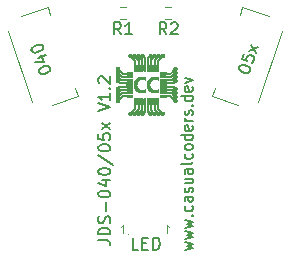
<source format=gbr>
%TF.GenerationSoftware,KiCad,Pcbnew,(6.0.9)*%
%TF.CreationDate,2022-11-22T20:55:08-05:00*%
%TF.ProjectId,040 055,30343020-3035-4352-9e6b-696361645f70,rev?*%
%TF.SameCoordinates,Original*%
%TF.FileFunction,Legend,Top*%
%TF.FilePolarity,Positive*%
%FSLAX46Y46*%
G04 Gerber Fmt 4.6, Leading zero omitted, Abs format (unit mm)*
G04 Created by KiCad (PCBNEW (6.0.9)) date 2022-11-22 20:55:08*
%MOMM*%
%LPD*%
G01*
G04 APERTURE LIST*
%ADD10C,0.150000*%
%ADD11C,0.120000*%
%ADD12C,0.010000*%
G04 APERTURE END LIST*
D10*
X134580380Y-85311404D02*
X135294666Y-85311404D01*
X135437523Y-85359023D01*
X135532761Y-85454261D01*
X135580380Y-85597119D01*
X135580380Y-85692357D01*
X135580380Y-84835214D02*
X134580380Y-84835214D01*
X134580380Y-84597119D01*
X134628000Y-84454261D01*
X134723238Y-84359023D01*
X134818476Y-84311404D01*
X135008952Y-84263785D01*
X135151809Y-84263785D01*
X135342285Y-84311404D01*
X135437523Y-84359023D01*
X135532761Y-84454261D01*
X135580380Y-84597119D01*
X135580380Y-84835214D01*
X135532761Y-83882833D02*
X135580380Y-83739976D01*
X135580380Y-83501880D01*
X135532761Y-83406642D01*
X135485142Y-83359023D01*
X135389904Y-83311404D01*
X135294666Y-83311404D01*
X135199428Y-83359023D01*
X135151809Y-83406642D01*
X135104190Y-83501880D01*
X135056571Y-83692357D01*
X135008952Y-83787595D01*
X134961333Y-83835214D01*
X134866095Y-83882833D01*
X134770857Y-83882833D01*
X134675619Y-83835214D01*
X134628000Y-83787595D01*
X134580380Y-83692357D01*
X134580380Y-83454261D01*
X134628000Y-83311404D01*
X135199428Y-82882833D02*
X135199428Y-82120928D01*
X134580380Y-81454261D02*
X134580380Y-81359023D01*
X134628000Y-81263785D01*
X134675619Y-81216166D01*
X134770857Y-81168547D01*
X134961333Y-81120928D01*
X135199428Y-81120928D01*
X135389904Y-81168547D01*
X135485142Y-81216166D01*
X135532761Y-81263785D01*
X135580380Y-81359023D01*
X135580380Y-81454261D01*
X135532761Y-81549500D01*
X135485142Y-81597119D01*
X135389904Y-81644738D01*
X135199428Y-81692357D01*
X134961333Y-81692357D01*
X134770857Y-81644738D01*
X134675619Y-81597119D01*
X134628000Y-81549500D01*
X134580380Y-81454261D01*
X134913714Y-80263785D02*
X135580380Y-80263785D01*
X134532761Y-80501880D02*
X135247047Y-80739976D01*
X135247047Y-80120928D01*
X134580380Y-79549500D02*
X134580380Y-79454261D01*
X134628000Y-79359023D01*
X134675619Y-79311404D01*
X134770857Y-79263785D01*
X134961333Y-79216166D01*
X135199428Y-79216166D01*
X135389904Y-79263785D01*
X135485142Y-79311404D01*
X135532761Y-79359023D01*
X135580380Y-79454261D01*
X135580380Y-79549500D01*
X135532761Y-79644738D01*
X135485142Y-79692357D01*
X135389904Y-79739976D01*
X135199428Y-79787595D01*
X134961333Y-79787595D01*
X134770857Y-79739976D01*
X134675619Y-79692357D01*
X134628000Y-79644738D01*
X134580380Y-79549500D01*
X134532761Y-78073309D02*
X135818476Y-78930452D01*
X134580380Y-77549500D02*
X134580380Y-77454261D01*
X134628000Y-77359023D01*
X134675619Y-77311404D01*
X134770857Y-77263785D01*
X134961333Y-77216166D01*
X135199428Y-77216166D01*
X135389904Y-77263785D01*
X135485142Y-77311404D01*
X135532761Y-77359023D01*
X135580380Y-77454261D01*
X135580380Y-77549500D01*
X135532761Y-77644738D01*
X135485142Y-77692357D01*
X135389904Y-77739976D01*
X135199428Y-77787595D01*
X134961333Y-77787595D01*
X134770857Y-77739976D01*
X134675619Y-77692357D01*
X134628000Y-77644738D01*
X134580380Y-77549500D01*
X134580380Y-76311404D02*
X134580380Y-76787595D01*
X135056571Y-76835214D01*
X135008952Y-76787595D01*
X134961333Y-76692357D01*
X134961333Y-76454261D01*
X135008952Y-76359023D01*
X135056571Y-76311404D01*
X135151809Y-76263785D01*
X135389904Y-76263785D01*
X135485142Y-76311404D01*
X135532761Y-76359023D01*
X135580380Y-76454261D01*
X135580380Y-76692357D01*
X135532761Y-76787595D01*
X135485142Y-76835214D01*
X135580380Y-75930452D02*
X134913714Y-75406642D01*
X134913714Y-75930452D02*
X135580380Y-75406642D01*
X134580380Y-74406642D02*
X135580380Y-74073309D01*
X134580380Y-73739976D01*
X135580380Y-72882833D02*
X135580380Y-73454261D01*
X135580380Y-73168547D02*
X134580380Y-73168547D01*
X134723238Y-73263785D01*
X134818476Y-73359023D01*
X134866095Y-73454261D01*
X135485142Y-72454261D02*
X135532761Y-72406642D01*
X135580380Y-72454261D01*
X135532761Y-72501880D01*
X135485142Y-72454261D01*
X135580380Y-72454261D01*
X134675619Y-72025690D02*
X134628000Y-71978071D01*
X134580380Y-71882833D01*
X134580380Y-71644738D01*
X134628000Y-71549500D01*
X134675619Y-71501880D01*
X134770857Y-71454261D01*
X134866095Y-71454261D01*
X135008952Y-71501880D01*
X135580380Y-72073309D01*
X135580380Y-71454261D01*
X141898714Y-86152714D02*
X142565380Y-85981285D01*
X142089190Y-85809857D01*
X142565380Y-85638428D01*
X141898714Y-85467000D01*
X141898714Y-85209857D02*
X142565380Y-85038428D01*
X142089190Y-84867000D01*
X142565380Y-84695571D01*
X141898714Y-84524142D01*
X141898714Y-84267000D02*
X142565380Y-84095571D01*
X142089190Y-83924142D01*
X142565380Y-83752714D01*
X141898714Y-83581285D01*
X142470142Y-83238428D02*
X142517761Y-83195571D01*
X142565380Y-83238428D01*
X142517761Y-83281285D01*
X142470142Y-83238428D01*
X142565380Y-83238428D01*
X142517761Y-82424142D02*
X142565380Y-82509857D01*
X142565380Y-82681285D01*
X142517761Y-82767000D01*
X142470142Y-82809857D01*
X142374904Y-82852714D01*
X142089190Y-82852714D01*
X141993952Y-82809857D01*
X141946333Y-82767000D01*
X141898714Y-82681285D01*
X141898714Y-82509857D01*
X141946333Y-82424142D01*
X142565380Y-81652714D02*
X142041571Y-81652714D01*
X141946333Y-81695571D01*
X141898714Y-81781285D01*
X141898714Y-81952714D01*
X141946333Y-82038428D01*
X142517761Y-81652714D02*
X142565380Y-81738428D01*
X142565380Y-81952714D01*
X142517761Y-82038428D01*
X142422523Y-82081285D01*
X142327285Y-82081285D01*
X142232047Y-82038428D01*
X142184428Y-81952714D01*
X142184428Y-81738428D01*
X142136809Y-81652714D01*
X142517761Y-81267000D02*
X142565380Y-81181285D01*
X142565380Y-81009857D01*
X142517761Y-80924142D01*
X142422523Y-80881285D01*
X142374904Y-80881285D01*
X142279666Y-80924142D01*
X142232047Y-81009857D01*
X142232047Y-81138428D01*
X142184428Y-81224142D01*
X142089190Y-81267000D01*
X142041571Y-81267000D01*
X141946333Y-81224142D01*
X141898714Y-81138428D01*
X141898714Y-81009857D01*
X141946333Y-80924142D01*
X141898714Y-80109857D02*
X142565380Y-80109857D01*
X141898714Y-80495571D02*
X142422523Y-80495571D01*
X142517761Y-80452714D01*
X142565380Y-80367000D01*
X142565380Y-80238428D01*
X142517761Y-80152714D01*
X142470142Y-80109857D01*
X142565380Y-79295571D02*
X142041571Y-79295571D01*
X141946333Y-79338428D01*
X141898714Y-79424142D01*
X141898714Y-79595571D01*
X141946333Y-79681285D01*
X142517761Y-79295571D02*
X142565380Y-79381285D01*
X142565380Y-79595571D01*
X142517761Y-79681285D01*
X142422523Y-79724142D01*
X142327285Y-79724142D01*
X142232047Y-79681285D01*
X142184428Y-79595571D01*
X142184428Y-79381285D01*
X142136809Y-79295571D01*
X142565380Y-78738428D02*
X142517761Y-78824142D01*
X142422523Y-78867000D01*
X141565380Y-78867000D01*
X142517761Y-78009857D02*
X142565380Y-78095571D01*
X142565380Y-78267000D01*
X142517761Y-78352714D01*
X142470142Y-78395571D01*
X142374904Y-78438428D01*
X142089190Y-78438428D01*
X141993952Y-78395571D01*
X141946333Y-78352714D01*
X141898714Y-78267000D01*
X141898714Y-78095571D01*
X141946333Y-78009857D01*
X142565380Y-77495571D02*
X142517761Y-77581285D01*
X142470142Y-77624142D01*
X142374904Y-77667000D01*
X142089190Y-77667000D01*
X141993952Y-77624142D01*
X141946333Y-77581285D01*
X141898714Y-77495571D01*
X141898714Y-77367000D01*
X141946333Y-77281285D01*
X141993952Y-77238428D01*
X142089190Y-77195571D01*
X142374904Y-77195571D01*
X142470142Y-77238428D01*
X142517761Y-77281285D01*
X142565380Y-77367000D01*
X142565380Y-77495571D01*
X142565380Y-76424142D02*
X141565380Y-76424142D01*
X142517761Y-76424142D02*
X142565380Y-76509857D01*
X142565380Y-76681285D01*
X142517761Y-76767000D01*
X142470142Y-76809857D01*
X142374904Y-76852714D01*
X142089190Y-76852714D01*
X141993952Y-76809857D01*
X141946333Y-76767000D01*
X141898714Y-76681285D01*
X141898714Y-76509857D01*
X141946333Y-76424142D01*
X142517761Y-75652714D02*
X142565380Y-75738428D01*
X142565380Y-75909857D01*
X142517761Y-75995571D01*
X142422523Y-76038428D01*
X142041571Y-76038428D01*
X141946333Y-75995571D01*
X141898714Y-75909857D01*
X141898714Y-75738428D01*
X141946333Y-75652714D01*
X142041571Y-75609857D01*
X142136809Y-75609857D01*
X142232047Y-76038428D01*
X142565380Y-75224142D02*
X141898714Y-75224142D01*
X142089190Y-75224142D02*
X141993952Y-75181285D01*
X141946333Y-75138428D01*
X141898714Y-75052714D01*
X141898714Y-74967000D01*
X142517761Y-74709857D02*
X142565380Y-74624142D01*
X142565380Y-74452714D01*
X142517761Y-74367000D01*
X142422523Y-74324142D01*
X142374904Y-74324142D01*
X142279666Y-74367000D01*
X142232047Y-74452714D01*
X142232047Y-74581285D01*
X142184428Y-74667000D01*
X142089190Y-74709857D01*
X142041571Y-74709857D01*
X141946333Y-74667000D01*
X141898714Y-74581285D01*
X141898714Y-74452714D01*
X141946333Y-74367000D01*
X142470142Y-73938428D02*
X142517761Y-73895571D01*
X142565380Y-73938428D01*
X142517761Y-73981285D01*
X142470142Y-73938428D01*
X142565380Y-73938428D01*
X142565380Y-73124142D02*
X141565380Y-73124142D01*
X142517761Y-73124142D02*
X142565380Y-73209857D01*
X142565380Y-73381285D01*
X142517761Y-73467000D01*
X142470142Y-73509857D01*
X142374904Y-73552714D01*
X142089190Y-73552714D01*
X141993952Y-73509857D01*
X141946333Y-73467000D01*
X141898714Y-73381285D01*
X141898714Y-73209857D01*
X141946333Y-73124142D01*
X142517761Y-72352714D02*
X142565380Y-72438428D01*
X142565380Y-72609857D01*
X142517761Y-72695571D01*
X142422523Y-72738428D01*
X142041571Y-72738428D01*
X141946333Y-72695571D01*
X141898714Y-72609857D01*
X141898714Y-72438428D01*
X141946333Y-72352714D01*
X142041571Y-72309857D01*
X142136809Y-72309857D01*
X142232047Y-72738428D01*
X141898714Y-72009857D02*
X142565380Y-71795571D01*
X141898714Y-71581285D01*
%TO.C,R2*%
X140345833Y-67889380D02*
X140012500Y-67413190D01*
X139774404Y-67889380D02*
X139774404Y-66889380D01*
X140155357Y-66889380D01*
X140250595Y-66937000D01*
X140298214Y-66984619D01*
X140345833Y-67079857D01*
X140345833Y-67222714D01*
X140298214Y-67317952D01*
X140250595Y-67365571D01*
X140155357Y-67413190D01*
X139774404Y-67413190D01*
X140726785Y-66984619D02*
X140774404Y-66937000D01*
X140869642Y-66889380D01*
X141107738Y-66889380D01*
X141202976Y-66937000D01*
X141250595Y-66984619D01*
X141298214Y-67079857D01*
X141298214Y-67175095D01*
X141250595Y-67317952D01*
X140679166Y-67889380D01*
X141298214Y-67889380D01*
%TO.C,J2*%
X129557784Y-71123805D02*
X129526777Y-71033756D01*
X129540795Y-70928203D01*
X129570317Y-70867675D01*
X129644863Y-70791644D01*
X129809459Y-70684607D01*
X130034582Y-70607090D01*
X130230184Y-70590102D01*
X130335737Y-70604120D01*
X130396265Y-70633642D01*
X130472296Y-70708188D01*
X130503302Y-70798237D01*
X130489284Y-70903790D01*
X130459763Y-70964318D01*
X130385216Y-71040349D01*
X130220621Y-71147387D01*
X129995497Y-71224903D01*
X129799895Y-71241891D01*
X129694343Y-71227873D01*
X129633815Y-71198352D01*
X129557784Y-71123805D01*
X129485375Y-69889665D02*
X130115721Y-69672620D01*
X129202694Y-70238815D02*
X129955581Y-70231390D01*
X129754039Y-69646069D01*
X128937654Y-69322818D02*
X128906647Y-69232768D01*
X128920666Y-69127216D01*
X128950187Y-69066688D01*
X129024733Y-68990656D01*
X129189329Y-68883619D01*
X129414452Y-68806103D01*
X129610054Y-68789114D01*
X129715607Y-68803133D01*
X129776135Y-68832654D01*
X129852166Y-68907200D01*
X129883172Y-68997249D01*
X129869154Y-69102802D01*
X129839633Y-69163330D01*
X129765087Y-69239361D01*
X129600491Y-69346399D01*
X129375368Y-69423915D01*
X129179766Y-69440903D01*
X129074213Y-69426885D01*
X129013685Y-69397364D01*
X128937654Y-69322818D01*
%TO.C,J3*%
X146479902Y-70699694D02*
X146510909Y-70609644D01*
X146586940Y-70535098D01*
X146647468Y-70505577D01*
X146753020Y-70491559D01*
X146948623Y-70508547D01*
X147173746Y-70586063D01*
X147338342Y-70693101D01*
X147412888Y-70769132D01*
X147442409Y-70829660D01*
X147456427Y-70935212D01*
X147425421Y-71025262D01*
X147349390Y-71099808D01*
X147288862Y-71129329D01*
X147183309Y-71143348D01*
X146987707Y-71126359D01*
X146762584Y-71048843D01*
X146597988Y-70941805D01*
X146523442Y-70865774D01*
X146493920Y-70805246D01*
X146479902Y-70699694D01*
X146882987Y-69529052D02*
X146727954Y-69979299D01*
X147162698Y-70179356D01*
X147133176Y-70118828D01*
X147119158Y-70013275D01*
X147196674Y-69788152D01*
X147272706Y-69713606D01*
X147333234Y-69684084D01*
X147438786Y-69670066D01*
X147663910Y-69747582D01*
X147738456Y-69823613D01*
X147767977Y-69884141D01*
X147781995Y-69989694D01*
X147704479Y-70214817D01*
X147628448Y-70289364D01*
X147567920Y-70318885D01*
X147952531Y-69494422D02*
X147492721Y-68782105D01*
X147322185Y-69277377D02*
X148123067Y-68999151D01*
%TO.C,R1*%
X136485333Y-67889380D02*
X136152000Y-67413190D01*
X135913904Y-67889380D02*
X135913904Y-66889380D01*
X136294857Y-66889380D01*
X136390095Y-66937000D01*
X136437714Y-66984619D01*
X136485333Y-67079857D01*
X136485333Y-67222714D01*
X136437714Y-67317952D01*
X136390095Y-67365571D01*
X136294857Y-67413190D01*
X135913904Y-67413190D01*
X137437714Y-67889380D02*
X136866285Y-67889380D01*
X137152000Y-67889380D02*
X137152000Y-66889380D01*
X137056761Y-67032238D01*
X136961523Y-67127476D01*
X136866285Y-67175095D01*
%TO.C,LED*%
X137977642Y-86113880D02*
X137501452Y-86113880D01*
X137501452Y-85113880D01*
X138310976Y-85590071D02*
X138644309Y-85590071D01*
X138787166Y-86113880D02*
X138310976Y-86113880D01*
X138310976Y-85113880D01*
X138787166Y-85113880D01*
X139215738Y-86113880D02*
X139215738Y-85113880D01*
X139453833Y-85113880D01*
X139596690Y-85161500D01*
X139691928Y-85256738D01*
X139739547Y-85351976D01*
X139787166Y-85542452D01*
X139787166Y-85685309D01*
X139739547Y-85875785D01*
X139691928Y-85971023D01*
X139596690Y-86066261D01*
X139453833Y-86113880D01*
X139215738Y-86113880D01*
D11*
%TO.C,R2*%
X140767224Y-66622500D02*
X140257776Y-66622500D01*
X140767224Y-65577500D02*
X140257776Y-65577500D01*
%TO.C,J2*%
X130514741Y-66291643D02*
X130281063Y-65612992D01*
X130281063Y-65612992D02*
X128063520Y-66376554D01*
X126896464Y-67642056D02*
X128953078Y-73614897D01*
X132869395Y-73130054D02*
X132635717Y-72451403D01*
X130651852Y-73893615D02*
X132869395Y-73130054D01*
%TO.C,J3*%
X148986480Y-66376554D02*
X146768937Y-65612992D01*
X148096922Y-73614897D02*
X150153536Y-67642056D01*
X144180605Y-73130054D02*
X146398148Y-73893615D01*
X144414283Y-72451403D02*
X144180605Y-73130054D01*
X146768937Y-65612992D02*
X146535259Y-66291643D01*
%TO.C,R1*%
X136917224Y-65577500D02*
X136407776Y-65577500D01*
X136917224Y-66622500D02*
X136407776Y-66622500D01*
%TO.C,LED*%
X140415000Y-84028500D02*
X140565000Y-84228500D01*
X140415000Y-84678500D02*
X140415000Y-84028500D01*
X136685000Y-84678500D02*
X136685000Y-84028500D01*
X136685000Y-84028500D02*
X136535000Y-84228500D01*
X137165000Y-84828500D02*
G75*
G03*
X137165000Y-84828500I-50000J0D01*
G01*
%TO.C,G\u002A\u002A\u002A*%
G36*
X140138825Y-72998559D02*
G01*
X140161093Y-72998591D01*
X140181025Y-72998642D01*
X140198595Y-72998710D01*
X140213780Y-72998797D01*
X140226555Y-72998902D01*
X140236894Y-72999025D01*
X140244773Y-72999166D01*
X140250168Y-72999324D01*
X140253053Y-72999500D01*
X140253366Y-72999544D01*
X140260821Y-73001926D01*
X140268097Y-73006001D01*
X140274162Y-73011158D01*
X140275472Y-73012673D01*
X140277502Y-73015732D01*
X140279903Y-73020092D01*
X140282349Y-73025061D01*
X140284519Y-73029947D01*
X140286089Y-73034059D01*
X140286737Y-73036703D01*
X140286740Y-73036804D01*
X140287638Y-73039191D01*
X140288417Y-73040051D01*
X140289547Y-73040263D01*
X140292447Y-73040460D01*
X140297179Y-73040643D01*
X140303804Y-73040810D01*
X140312384Y-73040964D01*
X140322980Y-73041105D01*
X140335655Y-73041232D01*
X140350470Y-73041348D01*
X140367487Y-73041452D01*
X140386768Y-73041546D01*
X140408374Y-73041629D01*
X140432366Y-73041702D01*
X140458808Y-73041766D01*
X140472358Y-73041794D01*
X140654623Y-73042145D01*
X140659594Y-73045607D01*
X140660993Y-73046852D01*
X140664095Y-73049805D01*
X140668808Y-73054375D01*
X140675041Y-73060472D01*
X140682701Y-73068005D01*
X140691699Y-73076883D01*
X140701943Y-73087017D01*
X140713341Y-73098315D01*
X140725802Y-73110687D01*
X140739235Y-73124041D01*
X140753548Y-73138289D01*
X140768650Y-73153338D01*
X140784450Y-73169099D01*
X140800856Y-73185481D01*
X140817778Y-73202393D01*
X140832205Y-73216824D01*
X140849460Y-73234083D01*
X140866263Y-73250872D01*
X140882523Y-73267101D01*
X140898149Y-73282682D01*
X140913052Y-73297523D01*
X140927140Y-73311537D01*
X140940324Y-73324633D01*
X140952514Y-73336722D01*
X140963619Y-73347715D01*
X140973548Y-73357522D01*
X140982212Y-73366054D01*
X140989521Y-73373221D01*
X140995383Y-73378934D01*
X140999710Y-73383103D01*
X141002409Y-73385638D01*
X141003358Y-73386443D01*
X141007878Y-73387471D01*
X141013555Y-73386566D01*
X141019991Y-73383800D01*
X141021136Y-73383147D01*
X141024375Y-73381841D01*
X141029513Y-73380477D01*
X141035923Y-73379211D01*
X141039215Y-73378691D01*
X141045577Y-73377759D01*
X141051637Y-73376859D01*
X141056571Y-73376115D01*
X141058900Y-73375754D01*
X141063547Y-73375449D01*
X141069943Y-73375617D01*
X141077516Y-73376183D01*
X141085696Y-73377074D01*
X141093912Y-73378212D01*
X141101592Y-73379525D01*
X141108166Y-73380935D01*
X141113062Y-73382370D01*
X141114725Y-73383084D01*
X141117914Y-73384711D01*
X141122573Y-73387040D01*
X141127885Y-73389664D01*
X141130020Y-73390710D01*
X141137527Y-73394519D01*
X141143704Y-73398065D01*
X141149185Y-73401810D01*
X141154603Y-73406216D01*
X141160591Y-73411745D01*
X141165634Y-73416705D01*
X141169504Y-73420727D01*
X141172674Y-73424310D01*
X141174702Y-73426942D01*
X141175177Y-73427817D01*
X141176355Y-73429747D01*
X141177166Y-73430130D01*
X141178366Y-73431191D01*
X141180014Y-73433893D01*
X141180927Y-73435792D01*
X141182656Y-73439281D01*
X141184205Y-73441717D01*
X141184758Y-73442274D01*
X141186492Y-73444348D01*
X141188660Y-73448476D01*
X141191114Y-73454240D01*
X141193707Y-73461224D01*
X141196291Y-73469007D01*
X141198719Y-73477173D01*
X141200844Y-73485304D01*
X141202346Y-73492105D01*
X141203132Y-73498134D01*
X141203532Y-73505725D01*
X141203557Y-73514025D01*
X141203220Y-73522177D01*
X141202533Y-73529327D01*
X141201767Y-73533635D01*
X141198926Y-73545018D01*
X141196447Y-73553919D01*
X141194333Y-73560330D01*
X141192587Y-73564240D01*
X141192262Y-73564750D01*
X141190266Y-73568226D01*
X141189089Y-73571100D01*
X141187476Y-73574863D01*
X141184664Y-73579873D01*
X141181076Y-73585420D01*
X141177962Y-73589728D01*
X141175860Y-73592675D01*
X141174615Y-73594785D01*
X141174470Y-73595242D01*
X141173608Y-73596511D01*
X141171301Y-73599092D01*
X141167965Y-73602571D01*
X141164017Y-73606532D01*
X141159875Y-73610561D01*
X141155954Y-73614242D01*
X141152672Y-73617162D01*
X141151384Y-73618219D01*
X141147876Y-73620773D01*
X141144597Y-73622862D01*
X141144070Y-73623153D01*
X141140628Y-73625368D01*
X141138433Y-73627151D01*
X141136077Y-73628917D01*
X141134520Y-73629520D01*
X141132683Y-73630185D01*
X141129759Y-73631847D01*
X141128727Y-73632524D01*
X141124674Y-73634755D01*
X141120459Y-73636335D01*
X141119860Y-73636480D01*
X141116143Y-73637521D01*
X141111410Y-73639165D01*
X141108430Y-73640338D01*
X141102873Y-73642109D01*
X141095573Y-73643629D01*
X141088110Y-73644649D01*
X141081935Y-73645319D01*
X141076142Y-73645982D01*
X141071554Y-73646543D01*
X141069695Y-73646795D01*
X141066341Y-73647106D01*
X141064199Y-73646976D01*
X141063936Y-73646846D01*
X141062475Y-73646453D01*
X141059014Y-73645908D01*
X141054084Y-73645283D01*
X141048696Y-73644702D01*
X141038833Y-73643393D01*
X141030992Y-73641657D01*
X141027150Y-73640340D01*
X141022448Y-73638539D01*
X141017928Y-73637058D01*
X141015720Y-73636480D01*
X141011657Y-73635091D01*
X141007449Y-73632913D01*
X141006852Y-73632524D01*
X141003782Y-73630644D01*
X141001482Y-73629597D01*
X141001059Y-73629520D01*
X140999162Y-73628732D01*
X140997226Y-73627264D01*
X140994511Y-73625149D01*
X140990912Y-73622771D01*
X140990106Y-73622289D01*
X140984720Y-73618551D01*
X140978486Y-73613290D01*
X140971989Y-73607082D01*
X140965811Y-73600503D01*
X140960536Y-73594128D01*
X140958063Y-73590665D01*
X140955230Y-73586370D01*
X140952671Y-73582485D01*
X140951031Y-73579990D01*
X140948219Y-73575134D01*
X140945141Y-73568943D01*
X140942222Y-73562361D01*
X140939887Y-73556330D01*
X140938808Y-73552867D01*
X140937391Y-73547624D01*
X140935732Y-73541812D01*
X140934999Y-73539350D01*
X140933808Y-73533839D01*
X140932908Y-73526553D01*
X140932329Y-73518241D01*
X140932103Y-73509655D01*
X140932259Y-73501545D01*
X140932828Y-73494662D01*
X140933105Y-73492832D01*
X140934416Y-73486380D01*
X140936210Y-73478996D01*
X140938266Y-73471475D01*
X140940363Y-73464613D01*
X140942279Y-73459205D01*
X140942801Y-73457950D01*
X140944030Y-73454051D01*
X140944421Y-73450460D01*
X140944385Y-73450043D01*
X140943855Y-73449122D01*
X140942345Y-73447252D01*
X140939799Y-73444376D01*
X140936165Y-73440440D01*
X140931387Y-73435388D01*
X140925411Y-73429163D01*
X140918183Y-73421712D01*
X140909647Y-73412977D01*
X140899750Y-73402904D01*
X140888436Y-73391436D01*
X140875652Y-73378518D01*
X140861343Y-73364096D01*
X140845455Y-73348112D01*
X140827932Y-73330511D01*
X140808720Y-73311239D01*
X140787766Y-73290238D01*
X140785553Y-73288021D01*
X140768779Y-73271225D01*
X140752457Y-73254893D01*
X140736679Y-73239118D01*
X140721540Y-73223991D01*
X140707131Y-73209607D01*
X140693546Y-73196057D01*
X140680879Y-73183435D01*
X140669222Y-73171832D01*
X140658668Y-73161343D01*
X140649311Y-73152058D01*
X140641244Y-73144072D01*
X140634560Y-73137476D01*
X140629352Y-73132364D01*
X140625714Y-73128828D01*
X140623737Y-73126961D01*
X140623432Y-73126701D01*
X140619722Y-73124060D01*
X140455333Y-73124060D01*
X140431498Y-73124061D01*
X140410074Y-73124066D01*
X140390930Y-73124077D01*
X140373936Y-73124096D01*
X140358963Y-73124123D01*
X140345881Y-73124162D01*
X140334560Y-73124213D01*
X140324870Y-73124279D01*
X140316682Y-73124360D01*
X140309865Y-73124460D01*
X140304290Y-73124579D01*
X140299827Y-73124719D01*
X140296345Y-73124883D01*
X140293716Y-73125071D01*
X140291809Y-73125286D01*
X140290495Y-73125529D01*
X140289644Y-73125802D01*
X140289125Y-73126106D01*
X140288940Y-73126282D01*
X140287152Y-73129166D01*
X140285987Y-73132315D01*
X140282884Y-73140881D01*
X140278180Y-73148912D01*
X140272302Y-73155889D01*
X140265677Y-73161296D01*
X140259633Y-73164319D01*
X140258716Y-73164607D01*
X140257613Y-73164870D01*
X140256209Y-73165108D01*
X140254390Y-73165324D01*
X140252042Y-73165518D01*
X140249052Y-73165692D01*
X140245303Y-73165845D01*
X140240684Y-73165981D01*
X140235078Y-73166100D01*
X140228372Y-73166202D01*
X140220452Y-73166290D01*
X140211204Y-73166364D01*
X140200513Y-73166425D01*
X140188266Y-73166475D01*
X140174347Y-73166514D01*
X140158643Y-73166545D01*
X140141040Y-73166567D01*
X140121423Y-73166583D01*
X140099678Y-73166593D01*
X140075691Y-73166598D01*
X140049348Y-73166600D01*
X140032105Y-73166600D01*
X140003661Y-73166604D01*
X139977645Y-73166612D01*
X139953945Y-73166621D01*
X139932448Y-73166623D01*
X139913042Y-73166614D01*
X139895615Y-73166589D01*
X139880054Y-73166542D01*
X139866248Y-73166467D01*
X139854084Y-73166359D01*
X139843450Y-73166213D01*
X139834234Y-73166023D01*
X139826324Y-73165783D01*
X139819606Y-73165490D01*
X139813970Y-73165136D01*
X139809302Y-73164717D01*
X139805491Y-73164227D01*
X139802424Y-73163661D01*
X139799990Y-73163013D01*
X139798075Y-73162278D01*
X139796568Y-73161450D01*
X139795356Y-73160525D01*
X139794328Y-73159496D01*
X139793371Y-73158359D01*
X139792372Y-73157107D01*
X139791220Y-73155735D01*
X139790486Y-73154934D01*
X139787780Y-73152096D01*
X139785553Y-73149633D01*
X139783757Y-73147270D01*
X139782343Y-73144735D01*
X139781263Y-73141754D01*
X139780467Y-73138054D01*
X139779906Y-73133362D01*
X139779532Y-73127403D01*
X139779297Y-73119904D01*
X139779150Y-73110593D01*
X139779045Y-73099196D01*
X139778973Y-73090422D01*
X139778873Y-73075798D01*
X139778852Y-73063470D01*
X139778933Y-73053196D01*
X139779142Y-73044731D01*
X139779502Y-73037833D01*
X139780037Y-73032258D01*
X139780771Y-73027763D01*
X139781728Y-73024106D01*
X139782932Y-73021042D01*
X139784407Y-73018328D01*
X139786177Y-73015722D01*
X139786361Y-73015472D01*
X139789663Y-73011518D01*
X139793116Y-73008186D01*
X139795593Y-73006427D01*
X139798480Y-73004800D01*
X139800222Y-73003547D01*
X139800330Y-73003422D01*
X139800725Y-73002866D01*
X139801169Y-73002358D01*
X139801772Y-73001896D01*
X139802648Y-73001477D01*
X139803908Y-73001099D01*
X139805665Y-73000760D01*
X139808029Y-73000458D01*
X139811114Y-73000190D01*
X139815032Y-72999953D01*
X139819894Y-72999745D01*
X139825812Y-72999564D01*
X139832900Y-72999408D01*
X139841268Y-72999274D01*
X139851028Y-72999160D01*
X139862294Y-72999063D01*
X139875177Y-72998981D01*
X139889788Y-72998911D01*
X139906241Y-72998852D01*
X139924646Y-72998801D01*
X139945117Y-72998755D01*
X139967765Y-72998712D01*
X139992703Y-72998670D01*
X140020041Y-72998627D01*
X140026886Y-72998616D01*
X140058252Y-72998574D01*
X140087380Y-72998550D01*
X140114246Y-72998545D01*
X140138825Y-72998559D01*
G37*
D12*
X140138825Y-72998559D02*
X140161093Y-72998591D01*
X140181025Y-72998642D01*
X140198595Y-72998710D01*
X140213780Y-72998797D01*
X140226555Y-72998902D01*
X140236894Y-72999025D01*
X140244773Y-72999166D01*
X140250168Y-72999324D01*
X140253053Y-72999500D01*
X140253366Y-72999544D01*
X140260821Y-73001926D01*
X140268097Y-73006001D01*
X140274162Y-73011158D01*
X140275472Y-73012673D01*
X140277502Y-73015732D01*
X140279903Y-73020092D01*
X140282349Y-73025061D01*
X140284519Y-73029947D01*
X140286089Y-73034059D01*
X140286737Y-73036703D01*
X140286740Y-73036804D01*
X140287638Y-73039191D01*
X140288417Y-73040051D01*
X140289547Y-73040263D01*
X140292447Y-73040460D01*
X140297179Y-73040643D01*
X140303804Y-73040810D01*
X140312384Y-73040964D01*
X140322980Y-73041105D01*
X140335655Y-73041232D01*
X140350470Y-73041348D01*
X140367487Y-73041452D01*
X140386768Y-73041546D01*
X140408374Y-73041629D01*
X140432366Y-73041702D01*
X140458808Y-73041766D01*
X140472358Y-73041794D01*
X140654623Y-73042145D01*
X140659594Y-73045607D01*
X140660993Y-73046852D01*
X140664095Y-73049805D01*
X140668808Y-73054375D01*
X140675041Y-73060472D01*
X140682701Y-73068005D01*
X140691699Y-73076883D01*
X140701943Y-73087017D01*
X140713341Y-73098315D01*
X140725802Y-73110687D01*
X140739235Y-73124041D01*
X140753548Y-73138289D01*
X140768650Y-73153338D01*
X140784450Y-73169099D01*
X140800856Y-73185481D01*
X140817778Y-73202393D01*
X140832205Y-73216824D01*
X140849460Y-73234083D01*
X140866263Y-73250872D01*
X140882523Y-73267101D01*
X140898149Y-73282682D01*
X140913052Y-73297523D01*
X140927140Y-73311537D01*
X140940324Y-73324633D01*
X140952514Y-73336722D01*
X140963619Y-73347715D01*
X140973548Y-73357522D01*
X140982212Y-73366054D01*
X140989521Y-73373221D01*
X140995383Y-73378934D01*
X140999710Y-73383103D01*
X141002409Y-73385638D01*
X141003358Y-73386443D01*
X141007878Y-73387471D01*
X141013555Y-73386566D01*
X141019991Y-73383800D01*
X141021136Y-73383147D01*
X141024375Y-73381841D01*
X141029513Y-73380477D01*
X141035923Y-73379211D01*
X141039215Y-73378691D01*
X141045577Y-73377759D01*
X141051637Y-73376859D01*
X141056571Y-73376115D01*
X141058900Y-73375754D01*
X141063547Y-73375449D01*
X141069943Y-73375617D01*
X141077516Y-73376183D01*
X141085696Y-73377074D01*
X141093912Y-73378212D01*
X141101592Y-73379525D01*
X141108166Y-73380935D01*
X141113062Y-73382370D01*
X141114725Y-73383084D01*
X141117914Y-73384711D01*
X141122573Y-73387040D01*
X141127885Y-73389664D01*
X141130020Y-73390710D01*
X141137527Y-73394519D01*
X141143704Y-73398065D01*
X141149185Y-73401810D01*
X141154603Y-73406216D01*
X141160591Y-73411745D01*
X141165634Y-73416705D01*
X141169504Y-73420727D01*
X141172674Y-73424310D01*
X141174702Y-73426942D01*
X141175177Y-73427817D01*
X141176355Y-73429747D01*
X141177166Y-73430130D01*
X141178366Y-73431191D01*
X141180014Y-73433893D01*
X141180927Y-73435792D01*
X141182656Y-73439281D01*
X141184205Y-73441717D01*
X141184758Y-73442274D01*
X141186492Y-73444348D01*
X141188660Y-73448476D01*
X141191114Y-73454240D01*
X141193707Y-73461224D01*
X141196291Y-73469007D01*
X141198719Y-73477173D01*
X141200844Y-73485304D01*
X141202346Y-73492105D01*
X141203132Y-73498134D01*
X141203532Y-73505725D01*
X141203557Y-73514025D01*
X141203220Y-73522177D01*
X141202533Y-73529327D01*
X141201767Y-73533635D01*
X141198926Y-73545018D01*
X141196447Y-73553919D01*
X141194333Y-73560330D01*
X141192587Y-73564240D01*
X141192262Y-73564750D01*
X141190266Y-73568226D01*
X141189089Y-73571100D01*
X141187476Y-73574863D01*
X141184664Y-73579873D01*
X141181076Y-73585420D01*
X141177962Y-73589728D01*
X141175860Y-73592675D01*
X141174615Y-73594785D01*
X141174470Y-73595242D01*
X141173608Y-73596511D01*
X141171301Y-73599092D01*
X141167965Y-73602571D01*
X141164017Y-73606532D01*
X141159875Y-73610561D01*
X141155954Y-73614242D01*
X141152672Y-73617162D01*
X141151384Y-73618219D01*
X141147876Y-73620773D01*
X141144597Y-73622862D01*
X141144070Y-73623153D01*
X141140628Y-73625368D01*
X141138433Y-73627151D01*
X141136077Y-73628917D01*
X141134520Y-73629520D01*
X141132683Y-73630185D01*
X141129759Y-73631847D01*
X141128727Y-73632524D01*
X141124674Y-73634755D01*
X141120459Y-73636335D01*
X141119860Y-73636480D01*
X141116143Y-73637521D01*
X141111410Y-73639165D01*
X141108430Y-73640338D01*
X141102873Y-73642109D01*
X141095573Y-73643629D01*
X141088110Y-73644649D01*
X141081935Y-73645319D01*
X141076142Y-73645982D01*
X141071554Y-73646543D01*
X141069695Y-73646795D01*
X141066341Y-73647106D01*
X141064199Y-73646976D01*
X141063936Y-73646846D01*
X141062475Y-73646453D01*
X141059014Y-73645908D01*
X141054084Y-73645283D01*
X141048696Y-73644702D01*
X141038833Y-73643393D01*
X141030992Y-73641657D01*
X141027150Y-73640340D01*
X141022448Y-73638539D01*
X141017928Y-73637058D01*
X141015720Y-73636480D01*
X141011657Y-73635091D01*
X141007449Y-73632913D01*
X141006852Y-73632524D01*
X141003782Y-73630644D01*
X141001482Y-73629597D01*
X141001059Y-73629520D01*
X140999162Y-73628732D01*
X140997226Y-73627264D01*
X140994511Y-73625149D01*
X140990912Y-73622771D01*
X140990106Y-73622289D01*
X140984720Y-73618551D01*
X140978486Y-73613290D01*
X140971989Y-73607082D01*
X140965811Y-73600503D01*
X140960536Y-73594128D01*
X140958063Y-73590665D01*
X140955230Y-73586370D01*
X140952671Y-73582485D01*
X140951031Y-73579990D01*
X140948219Y-73575134D01*
X140945141Y-73568943D01*
X140942222Y-73562361D01*
X140939887Y-73556330D01*
X140938808Y-73552867D01*
X140937391Y-73547624D01*
X140935732Y-73541812D01*
X140934999Y-73539350D01*
X140933808Y-73533839D01*
X140932908Y-73526553D01*
X140932329Y-73518241D01*
X140932103Y-73509655D01*
X140932259Y-73501545D01*
X140932828Y-73494662D01*
X140933105Y-73492832D01*
X140934416Y-73486380D01*
X140936210Y-73478996D01*
X140938266Y-73471475D01*
X140940363Y-73464613D01*
X140942279Y-73459205D01*
X140942801Y-73457950D01*
X140944030Y-73454051D01*
X140944421Y-73450460D01*
X140944385Y-73450043D01*
X140943855Y-73449122D01*
X140942345Y-73447252D01*
X140939799Y-73444376D01*
X140936165Y-73440440D01*
X140931387Y-73435388D01*
X140925411Y-73429163D01*
X140918183Y-73421712D01*
X140909647Y-73412977D01*
X140899750Y-73402904D01*
X140888436Y-73391436D01*
X140875652Y-73378518D01*
X140861343Y-73364096D01*
X140845455Y-73348112D01*
X140827932Y-73330511D01*
X140808720Y-73311239D01*
X140787766Y-73290238D01*
X140785553Y-73288021D01*
X140768779Y-73271225D01*
X140752457Y-73254893D01*
X140736679Y-73239118D01*
X140721540Y-73223991D01*
X140707131Y-73209607D01*
X140693546Y-73196057D01*
X140680879Y-73183435D01*
X140669222Y-73171832D01*
X140658668Y-73161343D01*
X140649311Y-73152058D01*
X140641244Y-73144072D01*
X140634560Y-73137476D01*
X140629352Y-73132364D01*
X140625714Y-73128828D01*
X140623737Y-73126961D01*
X140623432Y-73126701D01*
X140619722Y-73124060D01*
X140455333Y-73124060D01*
X140431498Y-73124061D01*
X140410074Y-73124066D01*
X140390930Y-73124077D01*
X140373936Y-73124096D01*
X140358963Y-73124123D01*
X140345881Y-73124162D01*
X140334560Y-73124213D01*
X140324870Y-73124279D01*
X140316682Y-73124360D01*
X140309865Y-73124460D01*
X140304290Y-73124579D01*
X140299827Y-73124719D01*
X140296345Y-73124883D01*
X140293716Y-73125071D01*
X140291809Y-73125286D01*
X140290495Y-73125529D01*
X140289644Y-73125802D01*
X140289125Y-73126106D01*
X140288940Y-73126282D01*
X140287152Y-73129166D01*
X140285987Y-73132315D01*
X140282884Y-73140881D01*
X140278180Y-73148912D01*
X140272302Y-73155889D01*
X140265677Y-73161296D01*
X140259633Y-73164319D01*
X140258716Y-73164607D01*
X140257613Y-73164870D01*
X140256209Y-73165108D01*
X140254390Y-73165324D01*
X140252042Y-73165518D01*
X140249052Y-73165692D01*
X140245303Y-73165845D01*
X140240684Y-73165981D01*
X140235078Y-73166100D01*
X140228372Y-73166202D01*
X140220452Y-73166290D01*
X140211204Y-73166364D01*
X140200513Y-73166425D01*
X140188266Y-73166475D01*
X140174347Y-73166514D01*
X140158643Y-73166545D01*
X140141040Y-73166567D01*
X140121423Y-73166583D01*
X140099678Y-73166593D01*
X140075691Y-73166598D01*
X140049348Y-73166600D01*
X140032105Y-73166600D01*
X140003661Y-73166604D01*
X139977645Y-73166612D01*
X139953945Y-73166621D01*
X139932448Y-73166623D01*
X139913042Y-73166614D01*
X139895615Y-73166589D01*
X139880054Y-73166542D01*
X139866248Y-73166467D01*
X139854084Y-73166359D01*
X139843450Y-73166213D01*
X139834234Y-73166023D01*
X139826324Y-73165783D01*
X139819606Y-73165490D01*
X139813970Y-73165136D01*
X139809302Y-73164717D01*
X139805491Y-73164227D01*
X139802424Y-73163661D01*
X139799990Y-73163013D01*
X139798075Y-73162278D01*
X139796568Y-73161450D01*
X139795356Y-73160525D01*
X139794328Y-73159496D01*
X139793371Y-73158359D01*
X139792372Y-73157107D01*
X139791220Y-73155735D01*
X139790486Y-73154934D01*
X139787780Y-73152096D01*
X139785553Y-73149633D01*
X139783757Y-73147270D01*
X139782343Y-73144735D01*
X139781263Y-73141754D01*
X139780467Y-73138054D01*
X139779906Y-73133362D01*
X139779532Y-73127403D01*
X139779297Y-73119904D01*
X139779150Y-73110593D01*
X139779045Y-73099196D01*
X139778973Y-73090422D01*
X139778873Y-73075798D01*
X139778852Y-73063470D01*
X139778933Y-73053196D01*
X139779142Y-73044731D01*
X139779502Y-73037833D01*
X139780037Y-73032258D01*
X139780771Y-73027763D01*
X139781728Y-73024106D01*
X139782932Y-73021042D01*
X139784407Y-73018328D01*
X139786177Y-73015722D01*
X139786361Y-73015472D01*
X139789663Y-73011518D01*
X139793116Y-73008186D01*
X139795593Y-73006427D01*
X139798480Y-73004800D01*
X139800222Y-73003547D01*
X139800330Y-73003422D01*
X139800725Y-73002866D01*
X139801169Y-73002358D01*
X139801772Y-73001896D01*
X139802648Y-73001477D01*
X139803908Y-73001099D01*
X139805665Y-73000760D01*
X139808029Y-73000458D01*
X139811114Y-73000190D01*
X139815032Y-72999953D01*
X139819894Y-72999745D01*
X139825812Y-72999564D01*
X139832900Y-72999408D01*
X139841268Y-72999274D01*
X139851028Y-72999160D01*
X139862294Y-72999063D01*
X139875177Y-72998981D01*
X139889788Y-72998911D01*
X139906241Y-72998852D01*
X139924646Y-72998801D01*
X139945117Y-72998755D01*
X139967765Y-72998712D01*
X139992703Y-72998670D01*
X140020041Y-72998627D01*
X140026886Y-72998616D01*
X140058252Y-72998574D01*
X140087380Y-72998550D01*
X140114246Y-72998545D01*
X140138825Y-72998559D01*
G36*
X138276330Y-71465961D02*
G01*
X138315122Y-71467447D01*
X138351764Y-71469961D01*
X138386439Y-71473532D01*
X138419332Y-71478186D01*
X138450625Y-71483954D01*
X138480505Y-71490862D01*
X138509153Y-71498939D01*
X138524615Y-71503944D01*
X138532967Y-71506832D01*
X138541060Y-71509730D01*
X138548484Y-71512483D01*
X138554830Y-71514936D01*
X138559687Y-71516932D01*
X138562647Y-71518316D01*
X138563039Y-71518546D01*
X138563333Y-71519213D01*
X138563587Y-71520899D01*
X138563803Y-71523743D01*
X138563983Y-71527882D01*
X138564128Y-71533452D01*
X138564241Y-71540592D01*
X138564322Y-71549438D01*
X138564373Y-71560127D01*
X138564396Y-71572796D01*
X138564393Y-71587584D01*
X138564365Y-71604626D01*
X138564314Y-71624061D01*
X138564309Y-71625648D01*
X138563985Y-71731722D01*
X138549380Y-71723494D01*
X138518227Y-71707377D01*
X138485660Y-71693298D01*
X138451838Y-71681306D01*
X138416922Y-71671446D01*
X138381075Y-71663766D01*
X138344457Y-71658314D01*
X138318399Y-71655844D01*
X138308618Y-71655318D01*
X138296995Y-71654999D01*
X138284070Y-71654877D01*
X138270382Y-71654940D01*
X138256470Y-71655181D01*
X138242873Y-71655589D01*
X138230130Y-71656154D01*
X138218781Y-71656867D01*
X138209365Y-71657718D01*
X138208385Y-71657830D01*
X138179380Y-71662052D01*
X138150657Y-71667850D01*
X138122756Y-71675090D01*
X138096216Y-71683634D01*
X138077575Y-71690798D01*
X138059404Y-71698996D01*
X138040371Y-71708812D01*
X138021154Y-71719842D01*
X138002432Y-71731685D01*
X137984885Y-71743939D01*
X137974682Y-71751733D01*
X137968449Y-71756970D01*
X137960972Y-71763715D01*
X137952634Y-71771581D01*
X137943815Y-71780185D01*
X137934897Y-71789142D01*
X137926261Y-71798068D01*
X137918290Y-71806577D01*
X137911364Y-71814286D01*
X137905865Y-71820809D01*
X137904680Y-71822310D01*
X137885464Y-71848860D01*
X137868487Y-71876091D01*
X137853633Y-71904249D01*
X137840783Y-71933582D01*
X137829818Y-71964338D01*
X137820620Y-71996765D01*
X137819858Y-71999846D01*
X137813387Y-72030373D01*
X137808500Y-72062314D01*
X137805197Y-72095252D01*
X137803478Y-72128770D01*
X137803344Y-72162451D01*
X137804794Y-72195880D01*
X137807828Y-72228639D01*
X137812447Y-72260311D01*
X137818651Y-72290481D01*
X137819765Y-72295039D01*
X137829173Y-72327841D01*
X137840621Y-72359184D01*
X137854094Y-72389040D01*
X137869576Y-72417379D01*
X137887049Y-72444172D01*
X137906498Y-72469391D01*
X137927906Y-72493005D01*
X137935499Y-72500538D01*
X137958217Y-72521046D01*
X137981787Y-72539438D01*
X138006340Y-72555773D01*
X138032012Y-72570113D01*
X138058937Y-72582516D01*
X138087248Y-72593044D01*
X138117079Y-72601756D01*
X138148565Y-72608713D01*
X138181839Y-72613975D01*
X138190605Y-72615050D01*
X138196627Y-72615561D01*
X138204766Y-72615975D01*
X138214602Y-72616293D01*
X138225713Y-72616515D01*
X138237679Y-72616642D01*
X138250077Y-72616672D01*
X138262488Y-72616608D01*
X138274491Y-72616448D01*
X138285663Y-72616193D01*
X138295586Y-72615843D01*
X138303836Y-72615398D01*
X138308715Y-72614999D01*
X138346174Y-72610321D01*
X138381799Y-72604028D01*
X138415755Y-72596066D01*
X138448211Y-72586384D01*
X138479332Y-72574928D01*
X138509286Y-72561647D01*
X138538240Y-72546489D01*
X138551285Y-72538861D01*
X138556100Y-72535951D01*
X138560107Y-72533532D01*
X138562807Y-72531903D01*
X138563667Y-72531386D01*
X138563817Y-72532533D01*
X138563960Y-72536029D01*
X138564093Y-72541684D01*
X138564216Y-72549305D01*
X138564326Y-72558702D01*
X138564421Y-72569684D01*
X138564500Y-72582060D01*
X138564560Y-72595640D01*
X138564600Y-72610231D01*
X138564619Y-72625644D01*
X138564620Y-72629943D01*
X138564620Y-72729066D01*
X138552146Y-72735326D01*
X138532000Y-72744738D01*
X138509534Y-72753935D01*
X138484964Y-72762829D01*
X138479530Y-72764659D01*
X138451703Y-72773306D01*
X138423540Y-72780811D01*
X138394673Y-72787245D01*
X138364732Y-72792677D01*
X138333348Y-72797177D01*
X138300150Y-72800813D01*
X138276965Y-72802782D01*
X138269842Y-72803215D01*
X138260722Y-72803601D01*
X138250023Y-72803937D01*
X138238162Y-72804217D01*
X138225559Y-72804438D01*
X138212632Y-72804595D01*
X138199800Y-72804685D01*
X138187480Y-72804703D01*
X138176091Y-72804645D01*
X138166053Y-72804506D01*
X138157782Y-72804283D01*
X138152505Y-72804028D01*
X138111813Y-72800444D01*
X138072856Y-72795078D01*
X138035517Y-72787885D01*
X137999681Y-72778822D01*
X137965230Y-72767848D01*
X137932051Y-72754919D01*
X137900026Y-72739992D01*
X137869040Y-72723024D01*
X137838977Y-72703972D01*
X137809721Y-72682794D01*
X137796270Y-72672137D01*
X137785300Y-72662739D01*
X137773314Y-72651647D01*
X137760710Y-72639281D01*
X137747884Y-72626058D01*
X137735233Y-72612397D01*
X137723152Y-72598716D01*
X137712040Y-72585432D01*
X137702705Y-72573515D01*
X137682992Y-72545427D01*
X137664647Y-72515445D01*
X137647851Y-72483920D01*
X137632784Y-72451202D01*
X137619625Y-72417640D01*
X137613451Y-72399525D01*
X137602813Y-72362840D01*
X137594079Y-72324741D01*
X137587248Y-72285490D01*
X137582318Y-72245349D01*
X137579285Y-72204581D01*
X137578148Y-72163449D01*
X137578905Y-72122215D01*
X137581552Y-72081143D01*
X137586088Y-72040494D01*
X137592511Y-72000532D01*
X137600817Y-71961519D01*
X137611006Y-71923718D01*
X137617821Y-71902320D01*
X137626885Y-71877298D01*
X137637211Y-71852011D01*
X137648456Y-71827230D01*
X137660276Y-71803729D01*
X137667888Y-71789884D01*
X137686861Y-71758983D01*
X137708146Y-71728653D01*
X137731532Y-71699140D01*
X137756812Y-71670687D01*
X137783778Y-71643539D01*
X137812222Y-71617938D01*
X137820607Y-71610929D01*
X137851872Y-71586859D01*
X137884473Y-71564941D01*
X137918383Y-71545184D01*
X137953574Y-71527596D01*
X137990022Y-71512187D01*
X138027699Y-71498963D01*
X138066578Y-71487934D01*
X138106632Y-71479108D01*
X138147836Y-71472494D01*
X138190163Y-71468100D01*
X138233586Y-71465934D01*
X138276330Y-71465961D01*
G37*
X138276330Y-71465961D02*
X138315122Y-71467447D01*
X138351764Y-71469961D01*
X138386439Y-71473532D01*
X138419332Y-71478186D01*
X138450625Y-71483954D01*
X138480505Y-71490862D01*
X138509153Y-71498939D01*
X138524615Y-71503944D01*
X138532967Y-71506832D01*
X138541060Y-71509730D01*
X138548484Y-71512483D01*
X138554830Y-71514936D01*
X138559687Y-71516932D01*
X138562647Y-71518316D01*
X138563039Y-71518546D01*
X138563333Y-71519213D01*
X138563587Y-71520899D01*
X138563803Y-71523743D01*
X138563983Y-71527882D01*
X138564128Y-71533452D01*
X138564241Y-71540592D01*
X138564322Y-71549438D01*
X138564373Y-71560127D01*
X138564396Y-71572796D01*
X138564393Y-71587584D01*
X138564365Y-71604626D01*
X138564314Y-71624061D01*
X138564309Y-71625648D01*
X138563985Y-71731722D01*
X138549380Y-71723494D01*
X138518227Y-71707377D01*
X138485660Y-71693298D01*
X138451838Y-71681306D01*
X138416922Y-71671446D01*
X138381075Y-71663766D01*
X138344457Y-71658314D01*
X138318399Y-71655844D01*
X138308618Y-71655318D01*
X138296995Y-71654999D01*
X138284070Y-71654877D01*
X138270382Y-71654940D01*
X138256470Y-71655181D01*
X138242873Y-71655589D01*
X138230130Y-71656154D01*
X138218781Y-71656867D01*
X138209365Y-71657718D01*
X138208385Y-71657830D01*
X138179380Y-71662052D01*
X138150657Y-71667850D01*
X138122756Y-71675090D01*
X138096216Y-71683634D01*
X138077575Y-71690798D01*
X138059404Y-71698996D01*
X138040371Y-71708812D01*
X138021154Y-71719842D01*
X138002432Y-71731685D01*
X137984885Y-71743939D01*
X137974682Y-71751733D01*
X137968449Y-71756970D01*
X137960972Y-71763715D01*
X137952634Y-71771581D01*
X137943815Y-71780185D01*
X137934897Y-71789142D01*
X137926261Y-71798068D01*
X137918290Y-71806577D01*
X137911364Y-71814286D01*
X137905865Y-71820809D01*
X137904680Y-71822310D01*
X137885464Y-71848860D01*
X137868487Y-71876091D01*
X137853633Y-71904249D01*
X137840783Y-71933582D01*
X137829818Y-71964338D01*
X137820620Y-71996765D01*
X137819858Y-71999846D01*
X137813387Y-72030373D01*
X137808500Y-72062314D01*
X137805197Y-72095252D01*
X137803478Y-72128770D01*
X137803344Y-72162451D01*
X137804794Y-72195880D01*
X137807828Y-72228639D01*
X137812447Y-72260311D01*
X137818651Y-72290481D01*
X137819765Y-72295039D01*
X137829173Y-72327841D01*
X137840621Y-72359184D01*
X137854094Y-72389040D01*
X137869576Y-72417379D01*
X137887049Y-72444172D01*
X137906498Y-72469391D01*
X137927906Y-72493005D01*
X137935499Y-72500538D01*
X137958217Y-72521046D01*
X137981787Y-72539438D01*
X138006340Y-72555773D01*
X138032012Y-72570113D01*
X138058937Y-72582516D01*
X138087248Y-72593044D01*
X138117079Y-72601756D01*
X138148565Y-72608713D01*
X138181839Y-72613975D01*
X138190605Y-72615050D01*
X138196627Y-72615561D01*
X138204766Y-72615975D01*
X138214602Y-72616293D01*
X138225713Y-72616515D01*
X138237679Y-72616642D01*
X138250077Y-72616672D01*
X138262488Y-72616608D01*
X138274491Y-72616448D01*
X138285663Y-72616193D01*
X138295586Y-72615843D01*
X138303836Y-72615398D01*
X138308715Y-72614999D01*
X138346174Y-72610321D01*
X138381799Y-72604028D01*
X138415755Y-72596066D01*
X138448211Y-72586384D01*
X138479332Y-72574928D01*
X138509286Y-72561647D01*
X138538240Y-72546489D01*
X138551285Y-72538861D01*
X138556100Y-72535951D01*
X138560107Y-72533532D01*
X138562807Y-72531903D01*
X138563667Y-72531386D01*
X138563817Y-72532533D01*
X138563960Y-72536029D01*
X138564093Y-72541684D01*
X138564216Y-72549305D01*
X138564326Y-72558702D01*
X138564421Y-72569684D01*
X138564500Y-72582060D01*
X138564560Y-72595640D01*
X138564600Y-72610231D01*
X138564619Y-72625644D01*
X138564620Y-72629943D01*
X138564620Y-72729066D01*
X138552146Y-72735326D01*
X138532000Y-72744738D01*
X138509534Y-72753935D01*
X138484964Y-72762829D01*
X138479530Y-72764659D01*
X138451703Y-72773306D01*
X138423540Y-72780811D01*
X138394673Y-72787245D01*
X138364732Y-72792677D01*
X138333348Y-72797177D01*
X138300150Y-72800813D01*
X138276965Y-72802782D01*
X138269842Y-72803215D01*
X138260722Y-72803601D01*
X138250023Y-72803937D01*
X138238162Y-72804217D01*
X138225559Y-72804438D01*
X138212632Y-72804595D01*
X138199800Y-72804685D01*
X138187480Y-72804703D01*
X138176091Y-72804645D01*
X138166053Y-72804506D01*
X138157782Y-72804283D01*
X138152505Y-72804028D01*
X138111813Y-72800444D01*
X138072856Y-72795078D01*
X138035517Y-72787885D01*
X137999681Y-72778822D01*
X137965230Y-72767848D01*
X137932051Y-72754919D01*
X137900026Y-72739992D01*
X137869040Y-72723024D01*
X137838977Y-72703972D01*
X137809721Y-72682794D01*
X137796270Y-72672137D01*
X137785300Y-72662739D01*
X137773314Y-72651647D01*
X137760710Y-72639281D01*
X137747884Y-72626058D01*
X137735233Y-72612397D01*
X137723152Y-72598716D01*
X137712040Y-72585432D01*
X137702705Y-72573515D01*
X137682992Y-72545427D01*
X137664647Y-72515445D01*
X137647851Y-72483920D01*
X137632784Y-72451202D01*
X137619625Y-72417640D01*
X137613451Y-72399525D01*
X137602813Y-72362840D01*
X137594079Y-72324741D01*
X137587248Y-72285490D01*
X137582318Y-72245349D01*
X137579285Y-72204581D01*
X137578148Y-72163449D01*
X137578905Y-72122215D01*
X137581552Y-72081143D01*
X137586088Y-72040494D01*
X137592511Y-72000532D01*
X137600817Y-71961519D01*
X137611006Y-71923718D01*
X137617821Y-71902320D01*
X137626885Y-71877298D01*
X137637211Y-71852011D01*
X137648456Y-71827230D01*
X137660276Y-71803729D01*
X137667888Y-71789884D01*
X137686861Y-71758983D01*
X137708146Y-71728653D01*
X137731532Y-71699140D01*
X137756812Y-71670687D01*
X137783778Y-71643539D01*
X137812222Y-71617938D01*
X137820607Y-71610929D01*
X137851872Y-71586859D01*
X137884473Y-71564941D01*
X137918383Y-71545184D01*
X137953574Y-71527596D01*
X137990022Y-71512187D01*
X138027699Y-71498963D01*
X138066578Y-71487934D01*
X138106632Y-71479108D01*
X138147836Y-71472494D01*
X138190163Y-71468100D01*
X138233586Y-71465934D01*
X138276330Y-71465961D01*
G36*
X139325103Y-69545785D02*
G01*
X139334973Y-69546835D01*
X139342809Y-69548524D01*
X139347424Y-69550211D01*
X139352031Y-69552056D01*
X139356722Y-69553559D01*
X139357887Y-69553852D01*
X139362131Y-69555327D01*
X139366631Y-69557622D01*
X139367754Y-69558340D01*
X139371020Y-69560354D01*
X139373579Y-69561558D01*
X139374266Y-69561710D01*
X139376311Y-69562599D01*
X139377497Y-69563707D01*
X139379693Y-69565580D01*
X139382993Y-69567650D01*
X139383703Y-69568026D01*
X139387049Y-69570222D01*
X139391553Y-69573840D01*
X139396717Y-69578403D01*
X139402039Y-69583433D01*
X139407020Y-69588455D01*
X139411159Y-69592990D01*
X139413958Y-69596562D01*
X139414453Y-69597360D01*
X139416358Y-69600361D01*
X139417910Y-69602139D01*
X139418338Y-69602350D01*
X139419471Y-69603396D01*
X139421114Y-69606050D01*
X139421971Y-69607747D01*
X139424151Y-69612224D01*
X139426394Y-69616635D01*
X139426897Y-69617590D01*
X139431247Y-69626353D01*
X139434448Y-69634139D01*
X139436318Y-69640486D01*
X139436542Y-69641703D01*
X139437593Y-69646669D01*
X139439047Y-69651651D01*
X139439350Y-69652498D01*
X139440357Y-69656727D01*
X139441141Y-69663467D01*
X139441703Y-69672725D01*
X139441876Y-69677462D01*
X139442080Y-69685314D01*
X139442111Y-69691182D01*
X139441928Y-69695619D01*
X139441493Y-69699180D01*
X139440764Y-69702416D01*
X139439859Y-69705402D01*
X139438318Y-69710522D01*
X139437017Y-69715512D01*
X139436375Y-69718555D01*
X139435565Y-69721951D01*
X139434067Y-69726279D01*
X139431724Y-69731932D01*
X139428382Y-69739303D01*
X139427095Y-69742050D01*
X139425388Y-69745239D01*
X139422719Y-69749760D01*
X139419558Y-69754847D01*
X139416377Y-69759733D01*
X139414893Y-69761911D01*
X139412467Y-69764885D01*
X139408630Y-69769029D01*
X139403888Y-69773850D01*
X139398747Y-69778854D01*
X139393717Y-69783549D01*
X139389303Y-69787441D01*
X139386014Y-69790037D01*
X139385848Y-69790151D01*
X139379325Y-69794349D01*
X139372505Y-69798350D01*
X139366386Y-69801579D01*
X139364720Y-69802363D01*
X139360594Y-69804258D01*
X139356006Y-69806412D01*
X139355069Y-69806858D01*
X139350944Y-69808574D01*
X139347065Y-69809794D01*
X139346179Y-69809982D01*
X139343570Y-69810452D01*
X139339064Y-69811284D01*
X139333256Y-69812368D01*
X139326745Y-69813593D01*
X139325659Y-69813798D01*
X139316017Y-69815494D01*
X139308443Y-69816513D01*
X139302565Y-69816877D01*
X139298009Y-69816606D01*
X139294402Y-69815721D01*
X139294000Y-69815569D01*
X139291291Y-69814773D01*
X139286767Y-69813726D01*
X139281119Y-69812580D01*
X139276518Y-69811738D01*
X139270553Y-69810573D01*
X139265265Y-69809306D01*
X139261316Y-69808111D01*
X139259601Y-69807346D01*
X139253951Y-69804426D01*
X139248301Y-69802852D01*
X139243478Y-69802841D01*
X139242877Y-69802987D01*
X139240160Y-69804516D01*
X139236118Y-69807826D01*
X139230998Y-69812705D01*
X139227269Y-69816552D01*
X139224499Y-69819437D01*
X139220103Y-69823956D01*
X139214245Y-69829942D01*
X139207089Y-69837226D01*
X139198800Y-69845644D01*
X139189543Y-69855026D01*
X139179483Y-69865207D01*
X139168784Y-69876020D01*
X139157612Y-69887296D01*
X139146129Y-69898870D01*
X139143597Y-69901421D01*
X139132358Y-69912752D01*
X139121606Y-69923616D01*
X139111482Y-69933871D01*
X139102124Y-69943374D01*
X139093672Y-69951984D01*
X139086264Y-69959558D01*
X139080041Y-69965955D01*
X139075140Y-69971031D01*
X139071702Y-69974645D01*
X139069866Y-69976655D01*
X139069619Y-69976965D01*
X139069368Y-69977488D01*
X139069137Y-69978336D01*
X139068926Y-69979616D01*
X139068735Y-69981434D01*
X139068561Y-69983896D01*
X139068406Y-69987109D01*
X139068266Y-69991179D01*
X139068143Y-69996214D01*
X139068034Y-70002319D01*
X139067938Y-70009601D01*
X139067856Y-70018167D01*
X139067785Y-70028123D01*
X139067726Y-70039576D01*
X139067677Y-70052632D01*
X139067637Y-70067398D01*
X139067605Y-70083980D01*
X139067581Y-70102485D01*
X139067563Y-70123020D01*
X139067551Y-70145690D01*
X139067544Y-70170603D01*
X139067540Y-70197865D01*
X139067540Y-70462335D01*
X139071252Y-70466047D01*
X139074322Y-70468428D01*
X139077306Y-70469701D01*
X139077919Y-70469767D01*
X139083770Y-70470591D01*
X139089541Y-70473194D01*
X139095713Y-70477814D01*
X139097670Y-70479587D01*
X139101298Y-70483074D01*
X139103756Y-70485876D01*
X139105470Y-70488739D01*
X139106863Y-70492410D01*
X139108362Y-70497635D01*
X139108743Y-70499050D01*
X139112004Y-70511195D01*
X139111640Y-70723840D01*
X139111596Y-70751952D01*
X139111560Y-70777639D01*
X139111526Y-70801015D01*
X139111489Y-70822195D01*
X139111442Y-70841292D01*
X139111380Y-70858422D01*
X139111297Y-70873699D01*
X139111187Y-70887236D01*
X139111044Y-70899150D01*
X139110863Y-70909554D01*
X139110637Y-70918563D01*
X139110360Y-70926291D01*
X139110027Y-70932852D01*
X139109632Y-70938362D01*
X139109169Y-70942934D01*
X139108632Y-70946683D01*
X139108016Y-70949724D01*
X139107313Y-70952171D01*
X139106520Y-70954138D01*
X139105629Y-70955740D01*
X139104635Y-70957092D01*
X139103532Y-70958307D01*
X139102314Y-70959501D01*
X139100976Y-70960787D01*
X139099511Y-70962281D01*
X139099434Y-70962363D01*
X139094714Y-70967022D01*
X139090334Y-70970240D01*
X139085284Y-70972725D01*
X139083950Y-70973257D01*
X139075595Y-70976490D01*
X139026800Y-70976420D01*
X138978005Y-70976351D01*
X138969129Y-70973080D01*
X138963802Y-70970840D01*
X138959550Y-70968233D01*
X138955361Y-70964574D01*
X138952957Y-70962117D01*
X138949292Y-70957911D01*
X138946201Y-70953745D01*
X138944254Y-70950402D01*
X138944052Y-70949900D01*
X138943843Y-70948841D01*
X138943652Y-70946830D01*
X138943478Y-70943769D01*
X138943320Y-70939562D01*
X138943178Y-70934114D01*
X138943050Y-70927329D01*
X138942937Y-70919110D01*
X138942838Y-70909362D01*
X138942752Y-70897989D01*
X138942677Y-70884894D01*
X138942615Y-70869983D01*
X138942563Y-70853158D01*
X138942522Y-70834323D01*
X138942490Y-70813384D01*
X138942467Y-70790243D01*
X138942453Y-70764806D01*
X138942445Y-70736975D01*
X138942445Y-70497065D01*
X138947858Y-70488741D01*
X138953214Y-70481759D01*
X138959175Y-70476125D01*
X138965277Y-70472217D01*
X138970385Y-70470506D01*
X138976997Y-70468948D01*
X138981432Y-70466885D01*
X138983311Y-70464881D01*
X138983417Y-70463421D01*
X138983526Y-70459542D01*
X138983637Y-70453363D01*
X138983750Y-70445006D01*
X138983864Y-70434591D01*
X138983978Y-70422238D01*
X138984091Y-70408068D01*
X138984203Y-70392201D01*
X138984313Y-70374757D01*
X138984419Y-70355857D01*
X138984522Y-70335622D01*
X138984620Y-70314172D01*
X138984713Y-70291627D01*
X138984800Y-70268108D01*
X138984880Y-70243735D01*
X138984952Y-70218629D01*
X138984990Y-70204154D01*
X138985625Y-69945534D01*
X138990044Y-69939359D01*
X138991661Y-69937452D01*
X138994922Y-69933911D01*
X138999674Y-69928895D01*
X139005763Y-69922562D01*
X139013033Y-69915072D01*
X139021330Y-69906582D01*
X139030499Y-69897252D01*
X139040387Y-69887241D01*
X139050838Y-69876706D01*
X139059730Y-69867780D01*
X139070487Y-69856985D01*
X139080783Y-69846626D01*
X139090465Y-69836857D01*
X139099384Y-69827831D01*
X139107388Y-69819703D01*
X139114326Y-69812624D01*
X139120047Y-69806750D01*
X139124401Y-69802234D01*
X139127235Y-69799228D01*
X139128335Y-69797980D01*
X139130108Y-69795929D01*
X139133412Y-69792373D01*
X139137976Y-69787595D01*
X139143527Y-69781878D01*
X139149792Y-69775505D01*
X139156499Y-69768759D01*
X139156614Y-69768643D01*
X139164771Y-69760419D01*
X139171224Y-69753732D01*
X139176118Y-69748378D01*
X139179603Y-69744154D01*
X139181823Y-69740859D01*
X139182927Y-69738289D01*
X139183061Y-69736241D01*
X139182372Y-69734513D01*
X139181853Y-69733811D01*
X139180707Y-69731616D01*
X139179377Y-69727929D01*
X139178615Y-69725291D01*
X139177353Y-69720552D01*
X139175750Y-69714663D01*
X139174190Y-69709030D01*
X139173225Y-69705311D01*
X139172539Y-69701785D01*
X139172099Y-69697944D01*
X139171870Y-69693276D01*
X139171817Y-69687275D01*
X139171906Y-69679430D01*
X139171968Y-69676010D01*
X139172153Y-69667521D01*
X139172384Y-69661050D01*
X139172722Y-69656075D01*
X139173230Y-69652075D01*
X139173969Y-69648526D01*
X139175001Y-69644908D01*
X139176044Y-69641720D01*
X139178233Y-69635599D01*
X139180833Y-69628914D01*
X139183536Y-69622409D01*
X139186032Y-69616828D01*
X139187991Y-69612951D01*
X139193895Y-69603800D01*
X139201189Y-69594388D01*
X139209294Y-69585357D01*
X139217633Y-69577346D01*
X139225629Y-69570996D01*
X139226206Y-69570600D01*
X139230075Y-69567896D01*
X139233340Y-69565477D01*
X139234920Y-69564191D01*
X139237482Y-69562436D01*
X139241727Y-69560101D01*
X139246967Y-69557518D01*
X139252515Y-69555021D01*
X139257685Y-69552942D01*
X139259310Y-69552365D01*
X139264344Y-69550620D01*
X139269639Y-69548732D01*
X139270740Y-69548331D01*
X139274140Y-69547414D01*
X139278968Y-69546691D01*
X139285547Y-69546130D01*
X139294201Y-69545699D01*
X139298680Y-69545543D01*
X139313053Y-69545359D01*
X139325103Y-69545785D01*
G37*
X139325103Y-69545785D02*
X139334973Y-69546835D01*
X139342809Y-69548524D01*
X139347424Y-69550211D01*
X139352031Y-69552056D01*
X139356722Y-69553559D01*
X139357887Y-69553852D01*
X139362131Y-69555327D01*
X139366631Y-69557622D01*
X139367754Y-69558340D01*
X139371020Y-69560354D01*
X139373579Y-69561558D01*
X139374266Y-69561710D01*
X139376311Y-69562599D01*
X139377497Y-69563707D01*
X139379693Y-69565580D01*
X139382993Y-69567650D01*
X139383703Y-69568026D01*
X139387049Y-69570222D01*
X139391553Y-69573840D01*
X139396717Y-69578403D01*
X139402039Y-69583433D01*
X139407020Y-69588455D01*
X139411159Y-69592990D01*
X139413958Y-69596562D01*
X139414453Y-69597360D01*
X139416358Y-69600361D01*
X139417910Y-69602139D01*
X139418338Y-69602350D01*
X139419471Y-69603396D01*
X139421114Y-69606050D01*
X139421971Y-69607747D01*
X139424151Y-69612224D01*
X139426394Y-69616635D01*
X139426897Y-69617590D01*
X139431247Y-69626353D01*
X139434448Y-69634139D01*
X139436318Y-69640486D01*
X139436542Y-69641703D01*
X139437593Y-69646669D01*
X139439047Y-69651651D01*
X139439350Y-69652498D01*
X139440357Y-69656727D01*
X139441141Y-69663467D01*
X139441703Y-69672725D01*
X139441876Y-69677462D01*
X139442080Y-69685314D01*
X139442111Y-69691182D01*
X139441928Y-69695619D01*
X139441493Y-69699180D01*
X139440764Y-69702416D01*
X139439859Y-69705402D01*
X139438318Y-69710522D01*
X139437017Y-69715512D01*
X139436375Y-69718555D01*
X139435565Y-69721951D01*
X139434067Y-69726279D01*
X139431724Y-69731932D01*
X139428382Y-69739303D01*
X139427095Y-69742050D01*
X139425388Y-69745239D01*
X139422719Y-69749760D01*
X139419558Y-69754847D01*
X139416377Y-69759733D01*
X139414893Y-69761911D01*
X139412467Y-69764885D01*
X139408630Y-69769029D01*
X139403888Y-69773850D01*
X139398747Y-69778854D01*
X139393717Y-69783549D01*
X139389303Y-69787441D01*
X139386014Y-69790037D01*
X139385848Y-69790151D01*
X139379325Y-69794349D01*
X139372505Y-69798350D01*
X139366386Y-69801579D01*
X139364720Y-69802363D01*
X139360594Y-69804258D01*
X139356006Y-69806412D01*
X139355069Y-69806858D01*
X139350944Y-69808574D01*
X139347065Y-69809794D01*
X139346179Y-69809982D01*
X139343570Y-69810452D01*
X139339064Y-69811284D01*
X139333256Y-69812368D01*
X139326745Y-69813593D01*
X139325659Y-69813798D01*
X139316017Y-69815494D01*
X139308443Y-69816513D01*
X139302565Y-69816877D01*
X139298009Y-69816606D01*
X139294402Y-69815721D01*
X139294000Y-69815569D01*
X139291291Y-69814773D01*
X139286767Y-69813726D01*
X139281119Y-69812580D01*
X139276518Y-69811738D01*
X139270553Y-69810573D01*
X139265265Y-69809306D01*
X139261316Y-69808111D01*
X139259601Y-69807346D01*
X139253951Y-69804426D01*
X139248301Y-69802852D01*
X139243478Y-69802841D01*
X139242877Y-69802987D01*
X139240160Y-69804516D01*
X139236118Y-69807826D01*
X139230998Y-69812705D01*
X139227269Y-69816552D01*
X139224499Y-69819437D01*
X139220103Y-69823956D01*
X139214245Y-69829942D01*
X139207089Y-69837226D01*
X139198800Y-69845644D01*
X139189543Y-69855026D01*
X139179483Y-69865207D01*
X139168784Y-69876020D01*
X139157612Y-69887296D01*
X139146129Y-69898870D01*
X139143597Y-69901421D01*
X139132358Y-69912752D01*
X139121606Y-69923616D01*
X139111482Y-69933871D01*
X139102124Y-69943374D01*
X139093672Y-69951984D01*
X139086264Y-69959558D01*
X139080041Y-69965955D01*
X139075140Y-69971031D01*
X139071702Y-69974645D01*
X139069866Y-69976655D01*
X139069619Y-69976965D01*
X139069368Y-69977488D01*
X139069137Y-69978336D01*
X139068926Y-69979616D01*
X139068735Y-69981434D01*
X139068561Y-69983896D01*
X139068406Y-69987109D01*
X139068266Y-69991179D01*
X139068143Y-69996214D01*
X139068034Y-70002319D01*
X139067938Y-70009601D01*
X139067856Y-70018167D01*
X139067785Y-70028123D01*
X139067726Y-70039576D01*
X139067677Y-70052632D01*
X139067637Y-70067398D01*
X139067605Y-70083980D01*
X139067581Y-70102485D01*
X139067563Y-70123020D01*
X139067551Y-70145690D01*
X139067544Y-70170603D01*
X139067540Y-70197865D01*
X139067540Y-70462335D01*
X139071252Y-70466047D01*
X139074322Y-70468428D01*
X139077306Y-70469701D01*
X139077919Y-70469767D01*
X139083770Y-70470591D01*
X139089541Y-70473194D01*
X139095713Y-70477814D01*
X139097670Y-70479587D01*
X139101298Y-70483074D01*
X139103756Y-70485876D01*
X139105470Y-70488739D01*
X139106863Y-70492410D01*
X139108362Y-70497635D01*
X139108743Y-70499050D01*
X139112004Y-70511195D01*
X139111640Y-70723840D01*
X139111596Y-70751952D01*
X139111560Y-70777639D01*
X139111526Y-70801015D01*
X139111489Y-70822195D01*
X139111442Y-70841292D01*
X139111380Y-70858422D01*
X139111297Y-70873699D01*
X139111187Y-70887236D01*
X139111044Y-70899150D01*
X139110863Y-70909554D01*
X139110637Y-70918563D01*
X139110360Y-70926291D01*
X139110027Y-70932852D01*
X139109632Y-70938362D01*
X139109169Y-70942934D01*
X139108632Y-70946683D01*
X139108016Y-70949724D01*
X139107313Y-70952171D01*
X139106520Y-70954138D01*
X139105629Y-70955740D01*
X139104635Y-70957092D01*
X139103532Y-70958307D01*
X139102314Y-70959501D01*
X139100976Y-70960787D01*
X139099511Y-70962281D01*
X139099434Y-70962363D01*
X139094714Y-70967022D01*
X139090334Y-70970240D01*
X139085284Y-70972725D01*
X139083950Y-70973257D01*
X139075595Y-70976490D01*
X139026800Y-70976420D01*
X138978005Y-70976351D01*
X138969129Y-70973080D01*
X138963802Y-70970840D01*
X138959550Y-70968233D01*
X138955361Y-70964574D01*
X138952957Y-70962117D01*
X138949292Y-70957911D01*
X138946201Y-70953745D01*
X138944254Y-70950402D01*
X138944052Y-70949900D01*
X138943843Y-70948841D01*
X138943652Y-70946830D01*
X138943478Y-70943769D01*
X138943320Y-70939562D01*
X138943178Y-70934114D01*
X138943050Y-70927329D01*
X138942937Y-70919110D01*
X138942838Y-70909362D01*
X138942752Y-70897989D01*
X138942677Y-70884894D01*
X138942615Y-70869983D01*
X138942563Y-70853158D01*
X138942522Y-70834323D01*
X138942490Y-70813384D01*
X138942467Y-70790243D01*
X138942453Y-70764806D01*
X138942445Y-70736975D01*
X138942445Y-70497065D01*
X138947858Y-70488741D01*
X138953214Y-70481759D01*
X138959175Y-70476125D01*
X138965277Y-70472217D01*
X138970385Y-70470506D01*
X138976997Y-70468948D01*
X138981432Y-70466885D01*
X138983311Y-70464881D01*
X138983417Y-70463421D01*
X138983526Y-70459542D01*
X138983637Y-70453363D01*
X138983750Y-70445006D01*
X138983864Y-70434591D01*
X138983978Y-70422238D01*
X138984091Y-70408068D01*
X138984203Y-70392201D01*
X138984313Y-70374757D01*
X138984419Y-70355857D01*
X138984522Y-70335622D01*
X138984620Y-70314172D01*
X138984713Y-70291627D01*
X138984800Y-70268108D01*
X138984880Y-70243735D01*
X138984952Y-70218629D01*
X138984990Y-70204154D01*
X138985625Y-69945534D01*
X138990044Y-69939359D01*
X138991661Y-69937452D01*
X138994922Y-69933911D01*
X138999674Y-69928895D01*
X139005763Y-69922562D01*
X139013033Y-69915072D01*
X139021330Y-69906582D01*
X139030499Y-69897252D01*
X139040387Y-69887241D01*
X139050838Y-69876706D01*
X139059730Y-69867780D01*
X139070487Y-69856985D01*
X139080783Y-69846626D01*
X139090465Y-69836857D01*
X139099384Y-69827831D01*
X139107388Y-69819703D01*
X139114326Y-69812624D01*
X139120047Y-69806750D01*
X139124401Y-69802234D01*
X139127235Y-69799228D01*
X139128335Y-69797980D01*
X139130108Y-69795929D01*
X139133412Y-69792373D01*
X139137976Y-69787595D01*
X139143527Y-69781878D01*
X139149792Y-69775505D01*
X139156499Y-69768759D01*
X139156614Y-69768643D01*
X139164771Y-69760419D01*
X139171224Y-69753732D01*
X139176118Y-69748378D01*
X139179603Y-69744154D01*
X139181823Y-69740859D01*
X139182927Y-69738289D01*
X139183061Y-69736241D01*
X139182372Y-69734513D01*
X139181853Y-69733811D01*
X139180707Y-69731616D01*
X139179377Y-69727929D01*
X139178615Y-69725291D01*
X139177353Y-69720552D01*
X139175750Y-69714663D01*
X139174190Y-69709030D01*
X139173225Y-69705311D01*
X139172539Y-69701785D01*
X139172099Y-69697944D01*
X139171870Y-69693276D01*
X139171817Y-69687275D01*
X139171906Y-69679430D01*
X139171968Y-69676010D01*
X139172153Y-69667521D01*
X139172384Y-69661050D01*
X139172722Y-69656075D01*
X139173230Y-69652075D01*
X139173969Y-69648526D01*
X139175001Y-69644908D01*
X139176044Y-69641720D01*
X139178233Y-69635599D01*
X139180833Y-69628914D01*
X139183536Y-69622409D01*
X139186032Y-69616828D01*
X139187991Y-69612951D01*
X139193895Y-69603800D01*
X139201189Y-69594388D01*
X139209294Y-69585357D01*
X139217633Y-69577346D01*
X139225629Y-69570996D01*
X139226206Y-69570600D01*
X139230075Y-69567896D01*
X139233340Y-69565477D01*
X139234920Y-69564191D01*
X139237482Y-69562436D01*
X139241727Y-69560101D01*
X139246967Y-69557518D01*
X139252515Y-69555021D01*
X139257685Y-69552942D01*
X139259310Y-69552365D01*
X139264344Y-69550620D01*
X139269639Y-69548732D01*
X139270740Y-69548331D01*
X139274140Y-69547414D01*
X139278968Y-69546691D01*
X139285547Y-69546130D01*
X139294201Y-69545699D01*
X139298680Y-69545543D01*
X139313053Y-69545359D01*
X139325103Y-69545785D01*
G36*
X140032105Y-72727841D02*
G01*
X140060362Y-72727845D01*
X140086187Y-72727854D01*
X140109687Y-72727868D01*
X140130970Y-72727889D01*
X140150143Y-72727917D01*
X140167314Y-72727954D01*
X140182589Y-72727999D01*
X140196078Y-72728055D01*
X140207887Y-72728121D01*
X140218124Y-72728199D01*
X140226896Y-72728290D01*
X140234312Y-72728394D01*
X140240477Y-72728513D01*
X140245501Y-72728647D01*
X140249491Y-72728797D01*
X140252553Y-72728965D01*
X140254796Y-72729150D01*
X140256328Y-72729354D01*
X140257255Y-72729578D01*
X140257530Y-72729700D01*
X140260739Y-72731455D01*
X140264758Y-72733520D01*
X140265785Y-72734027D01*
X140270044Y-72736661D01*
X140274127Y-72740020D01*
X140274838Y-72740737D01*
X140277373Y-72744181D01*
X140280066Y-72749002D01*
X140282551Y-72754383D01*
X140284458Y-72759508D01*
X140285420Y-72763558D01*
X140285470Y-72764360D01*
X140286449Y-72767075D01*
X140288292Y-72769022D01*
X140288837Y-72769274D01*
X140289795Y-72769503D01*
X140291277Y-72769712D01*
X140293394Y-72769900D01*
X140296256Y-72770070D01*
X140299974Y-72770221D01*
X140304659Y-72770356D01*
X140310421Y-72770474D01*
X140317371Y-72770577D01*
X140325620Y-72770666D01*
X140335278Y-72770742D01*
X140346456Y-72770806D01*
X140359265Y-72770859D01*
X140373816Y-72770902D01*
X140390219Y-72770935D01*
X140408584Y-72770960D01*
X140429023Y-72770978D01*
X140451647Y-72770990D01*
X140476565Y-72770997D01*
X140503889Y-72770999D01*
X140510070Y-72771000D01*
X140729025Y-72771000D01*
X140735530Y-72774737D01*
X140737221Y-72776007D01*
X140740239Y-72778644D01*
X140744621Y-72782686D01*
X140750404Y-72788169D01*
X140757626Y-72795130D01*
X140766323Y-72803604D01*
X140776534Y-72813630D01*
X140788295Y-72825244D01*
X140801644Y-72838482D01*
X140816618Y-72853381D01*
X140833254Y-72869978D01*
X140851590Y-72888309D01*
X140871663Y-72908411D01*
X140874508Y-72911262D01*
X140892613Y-72929407D01*
X140909014Y-72945835D01*
X140923797Y-72960630D01*
X140937050Y-72973877D01*
X140948857Y-72985660D01*
X140959307Y-72996062D01*
X140968486Y-73005169D01*
X140976480Y-73013064D01*
X140983375Y-73019832D01*
X140989259Y-73025557D01*
X140994219Y-73030322D01*
X140998340Y-73034213D01*
X141001709Y-73037314D01*
X141004414Y-73039708D01*
X141006540Y-73041480D01*
X141008174Y-73042715D01*
X141009402Y-73043496D01*
X141010312Y-73043908D01*
X141010991Y-73044034D01*
X141011033Y-73044034D01*
X141015969Y-73043483D01*
X141022012Y-73042065D01*
X141028014Y-73040092D01*
X141031899Y-73038383D01*
X141034767Y-73037407D01*
X141039575Y-73036314D01*
X141045734Y-73035222D01*
X141052655Y-73034245D01*
X141053228Y-73034175D01*
X141060217Y-73033371D01*
X141065756Y-73032889D01*
X141070632Y-73032730D01*
X141075635Y-73032896D01*
X141081551Y-73033389D01*
X141089171Y-73034210D01*
X141089480Y-73034245D01*
X141098058Y-73035309D01*
X141104604Y-73036363D01*
X141109621Y-73037513D01*
X141113612Y-73038862D01*
X141115263Y-73039588D01*
X141119389Y-73041340D01*
X141122929Y-73042499D01*
X141124567Y-73042780D01*
X141127203Y-73043471D01*
X141130625Y-73045193D01*
X141131616Y-73045827D01*
X141135208Y-73048000D01*
X141138484Y-73049567D01*
X141139096Y-73049780D01*
X141142207Y-73051283D01*
X141145260Y-73053486D01*
X141148686Y-73056222D01*
X141151788Y-73058361D01*
X141156214Y-73061616D01*
X141161544Y-73066330D01*
X141167365Y-73072050D01*
X141173264Y-73078325D01*
X141178830Y-73084701D01*
X141183650Y-73090725D01*
X141187311Y-73095945D01*
X141189235Y-73099483D01*
X141191183Y-73103465D01*
X141193338Y-73106954D01*
X141193660Y-73107382D01*
X141195397Y-73110246D01*
X141196060Y-73112532D01*
X141196620Y-73114913D01*
X141198024Y-73118365D01*
X141198662Y-73119663D01*
X141201118Y-73125965D01*
X141203148Y-73134263D01*
X141204716Y-73144044D01*
X141205785Y-73154793D01*
X141206316Y-73165997D01*
X141206271Y-73177142D01*
X141205614Y-73187714D01*
X141204328Y-73197085D01*
X141202494Y-73205075D01*
X141199961Y-73213606D01*
X141197055Y-73221687D01*
X141194103Y-73228328D01*
X141193839Y-73228835D01*
X141191689Y-73232884D01*
X141189784Y-73236455D01*
X141185346Y-73243558D01*
X141179448Y-73251262D01*
X141172515Y-73259151D01*
X141164971Y-73266807D01*
X141157241Y-73273813D01*
X141149751Y-73279752D01*
X141142925Y-73284207D01*
X141139292Y-73286008D01*
X141135723Y-73287714D01*
X141132960Y-73289400D01*
X141132606Y-73289682D01*
X141130164Y-73291139D01*
X141126544Y-73292632D01*
X141125575Y-73292950D01*
X141121608Y-73294387D01*
X141118267Y-73295938D01*
X141117768Y-73296230D01*
X141114727Y-73297443D01*
X141109675Y-73298704D01*
X141103134Y-73299938D01*
X141095631Y-73301069D01*
X141087689Y-73302022D01*
X141079833Y-73302721D01*
X141072588Y-73303091D01*
X141069807Y-73303130D01*
X141064043Y-73303075D01*
X141059270Y-73302929D01*
X141056028Y-73302713D01*
X141054867Y-73302484D01*
X141053393Y-73302044D01*
X141050023Y-73301431D01*
X141045385Y-73300755D01*
X141043543Y-73300518D01*
X141037914Y-73299602D01*
X141032662Y-73298370D01*
X141028764Y-73297058D01*
X141028215Y-73296798D01*
X141023825Y-73294869D01*
X141018938Y-73293179D01*
X141018055Y-73292931D01*
X141014172Y-73291614D01*
X141011114Y-73290092D01*
X141010478Y-73289621D01*
X141008095Y-73287879D01*
X141004597Y-73285719D01*
X141003276Y-73284976D01*
X140995489Y-73280056D01*
X140987049Y-73273590D01*
X140978648Y-73266185D01*
X140970981Y-73258448D01*
X140965231Y-73251640D01*
X140962402Y-73247974D01*
X140959391Y-73244136D01*
X140959181Y-73243871D01*
X140956480Y-73239854D01*
X140954146Y-73235419D01*
X140953966Y-73235002D01*
X140952067Y-73231087D01*
X140950009Y-73227716D01*
X140949682Y-73227279D01*
X140947900Y-73224039D01*
X140946607Y-73220023D01*
X140946542Y-73219697D01*
X140945342Y-73215398D01*
X140943511Y-73210810D01*
X140943114Y-73209997D01*
X140941807Y-73206365D01*
X140940467Y-73200817D01*
X140939190Y-73193977D01*
X140938073Y-73186465D01*
X140937212Y-73178904D01*
X140936702Y-73171915D01*
X140936605Y-73167875D01*
X140936855Y-73161362D01*
X140937499Y-73153953D01*
X140938438Y-73146389D01*
X140939570Y-73139412D01*
X140940795Y-73133766D01*
X140941567Y-73131232D01*
X140944777Y-73121992D01*
X140946919Y-73114573D01*
X140947957Y-73109125D01*
X140947942Y-73106164D01*
X140947263Y-73105052D01*
X140945417Y-73102813D01*
X140942354Y-73099394D01*
X140938022Y-73094744D01*
X140932370Y-73088810D01*
X140925347Y-73081539D01*
X140916901Y-73072879D01*
X140906981Y-73062777D01*
X140895536Y-73051181D01*
X140882514Y-73038039D01*
X140867865Y-73023298D01*
X140851536Y-73006904D01*
X140833477Y-72988807D01*
X140823403Y-72978723D01*
X140699570Y-72854812D01*
X140494156Y-72855133D01*
X140288742Y-72855455D01*
X140287183Y-72858630D01*
X140285924Y-72861407D01*
X140284126Y-72865632D01*
X140282187Y-72870363D01*
X140277538Y-72879160D01*
X140271189Y-72886332D01*
X140262816Y-72892233D01*
X140261740Y-72892829D01*
X140254538Y-72896730D01*
X139810796Y-72896730D01*
X139803975Y-72893586D01*
X139797977Y-72890069D01*
X139791924Y-72885245D01*
X139786495Y-72879762D01*
X139782371Y-72874272D01*
X139780954Y-72871596D01*
X139780564Y-72869450D01*
X139780206Y-72865098D01*
X139779883Y-72858875D01*
X139779599Y-72851115D01*
X139779357Y-72842153D01*
X139779161Y-72832323D01*
X139779013Y-72821959D01*
X139778918Y-72811397D01*
X139778879Y-72800970D01*
X139778900Y-72791012D01*
X139778983Y-72781858D01*
X139779133Y-72773843D01*
X139779352Y-72767301D01*
X139779645Y-72762566D01*
X139779813Y-72761032D01*
X139782305Y-72751925D01*
X139787082Y-72743883D01*
X139794095Y-72736970D01*
X139802235Y-72731790D01*
X139809855Y-72727825D01*
X140032105Y-72727841D01*
G37*
X140032105Y-72727841D02*
X140060362Y-72727845D01*
X140086187Y-72727854D01*
X140109687Y-72727868D01*
X140130970Y-72727889D01*
X140150143Y-72727917D01*
X140167314Y-72727954D01*
X140182589Y-72727999D01*
X140196078Y-72728055D01*
X140207887Y-72728121D01*
X140218124Y-72728199D01*
X140226896Y-72728290D01*
X140234312Y-72728394D01*
X140240477Y-72728513D01*
X140245501Y-72728647D01*
X140249491Y-72728797D01*
X140252553Y-72728965D01*
X140254796Y-72729150D01*
X140256328Y-72729354D01*
X140257255Y-72729578D01*
X140257530Y-72729700D01*
X140260739Y-72731455D01*
X140264758Y-72733520D01*
X140265785Y-72734027D01*
X140270044Y-72736661D01*
X140274127Y-72740020D01*
X140274838Y-72740737D01*
X140277373Y-72744181D01*
X140280066Y-72749002D01*
X140282551Y-72754383D01*
X140284458Y-72759508D01*
X140285420Y-72763558D01*
X140285470Y-72764360D01*
X140286449Y-72767075D01*
X140288292Y-72769022D01*
X140288837Y-72769274D01*
X140289795Y-72769503D01*
X140291277Y-72769712D01*
X140293394Y-72769900D01*
X140296256Y-72770070D01*
X140299974Y-72770221D01*
X140304659Y-72770356D01*
X140310421Y-72770474D01*
X140317371Y-72770577D01*
X140325620Y-72770666D01*
X140335278Y-72770742D01*
X140346456Y-72770806D01*
X140359265Y-72770859D01*
X140373816Y-72770902D01*
X140390219Y-72770935D01*
X140408584Y-72770960D01*
X140429023Y-72770978D01*
X140451647Y-72770990D01*
X140476565Y-72770997D01*
X140503889Y-72770999D01*
X140510070Y-72771000D01*
X140729025Y-72771000D01*
X140735530Y-72774737D01*
X140737221Y-72776007D01*
X140740239Y-72778644D01*
X140744621Y-72782686D01*
X140750404Y-72788169D01*
X140757626Y-72795130D01*
X140766323Y-72803604D01*
X140776534Y-72813630D01*
X140788295Y-72825244D01*
X140801644Y-72838482D01*
X140816618Y-72853381D01*
X140833254Y-72869978D01*
X140851590Y-72888309D01*
X140871663Y-72908411D01*
X140874508Y-72911262D01*
X140892613Y-72929407D01*
X140909014Y-72945835D01*
X140923797Y-72960630D01*
X140937050Y-72973877D01*
X140948857Y-72985660D01*
X140959307Y-72996062D01*
X140968486Y-73005169D01*
X140976480Y-73013064D01*
X140983375Y-73019832D01*
X140989259Y-73025557D01*
X140994219Y-73030322D01*
X140998340Y-73034213D01*
X141001709Y-73037314D01*
X141004414Y-73039708D01*
X141006540Y-73041480D01*
X141008174Y-73042715D01*
X141009402Y-73043496D01*
X141010312Y-73043908D01*
X141010991Y-73044034D01*
X141011033Y-73044034D01*
X141015969Y-73043483D01*
X141022012Y-73042065D01*
X141028014Y-73040092D01*
X141031899Y-73038383D01*
X141034767Y-73037407D01*
X141039575Y-73036314D01*
X141045734Y-73035222D01*
X141052655Y-73034245D01*
X141053228Y-73034175D01*
X141060217Y-73033371D01*
X141065756Y-73032889D01*
X141070632Y-73032730D01*
X141075635Y-73032896D01*
X141081551Y-73033389D01*
X141089171Y-73034210D01*
X141089480Y-73034245D01*
X141098058Y-73035309D01*
X141104604Y-73036363D01*
X141109621Y-73037513D01*
X141113612Y-73038862D01*
X141115263Y-73039588D01*
X141119389Y-73041340D01*
X141122929Y-73042499D01*
X141124567Y-73042780D01*
X141127203Y-73043471D01*
X141130625Y-73045193D01*
X141131616Y-73045827D01*
X141135208Y-73048000D01*
X141138484Y-73049567D01*
X141139096Y-73049780D01*
X141142207Y-73051283D01*
X141145260Y-73053486D01*
X141148686Y-73056222D01*
X141151788Y-73058361D01*
X141156214Y-73061616D01*
X141161544Y-73066330D01*
X141167365Y-73072050D01*
X141173264Y-73078325D01*
X141178830Y-73084701D01*
X141183650Y-73090725D01*
X141187311Y-73095945D01*
X141189235Y-73099483D01*
X141191183Y-73103465D01*
X141193338Y-73106954D01*
X141193660Y-73107382D01*
X141195397Y-73110246D01*
X141196060Y-73112532D01*
X141196620Y-73114913D01*
X141198024Y-73118365D01*
X141198662Y-73119663D01*
X141201118Y-73125965D01*
X141203148Y-73134263D01*
X141204716Y-73144044D01*
X141205785Y-73154793D01*
X141206316Y-73165997D01*
X141206271Y-73177142D01*
X141205614Y-73187714D01*
X141204328Y-73197085D01*
X141202494Y-73205075D01*
X141199961Y-73213606D01*
X141197055Y-73221687D01*
X141194103Y-73228328D01*
X141193839Y-73228835D01*
X141191689Y-73232884D01*
X141189784Y-73236455D01*
X141185346Y-73243558D01*
X141179448Y-73251262D01*
X141172515Y-73259151D01*
X141164971Y-73266807D01*
X141157241Y-73273813D01*
X141149751Y-73279752D01*
X141142925Y-73284207D01*
X141139292Y-73286008D01*
X141135723Y-73287714D01*
X141132960Y-73289400D01*
X141132606Y-73289682D01*
X141130164Y-73291139D01*
X141126544Y-73292632D01*
X141125575Y-73292950D01*
X141121608Y-73294387D01*
X141118267Y-73295938D01*
X141117768Y-73296230D01*
X141114727Y-73297443D01*
X141109675Y-73298704D01*
X141103134Y-73299938D01*
X141095631Y-73301069D01*
X141087689Y-73302022D01*
X141079833Y-73302721D01*
X141072588Y-73303091D01*
X141069807Y-73303130D01*
X141064043Y-73303075D01*
X141059270Y-73302929D01*
X141056028Y-73302713D01*
X141054867Y-73302484D01*
X141053393Y-73302044D01*
X141050023Y-73301431D01*
X141045385Y-73300755D01*
X141043543Y-73300518D01*
X141037914Y-73299602D01*
X141032662Y-73298370D01*
X141028764Y-73297058D01*
X141028215Y-73296798D01*
X141023825Y-73294869D01*
X141018938Y-73293179D01*
X141018055Y-73292931D01*
X141014172Y-73291614D01*
X141011114Y-73290092D01*
X141010478Y-73289621D01*
X141008095Y-73287879D01*
X141004597Y-73285719D01*
X141003276Y-73284976D01*
X140995489Y-73280056D01*
X140987049Y-73273590D01*
X140978648Y-73266185D01*
X140970981Y-73258448D01*
X140965231Y-73251640D01*
X140962402Y-73247974D01*
X140959391Y-73244136D01*
X140959181Y-73243871D01*
X140956480Y-73239854D01*
X140954146Y-73235419D01*
X140953966Y-73235002D01*
X140952067Y-73231087D01*
X140950009Y-73227716D01*
X140949682Y-73227279D01*
X140947900Y-73224039D01*
X140946607Y-73220023D01*
X140946542Y-73219697D01*
X140945342Y-73215398D01*
X140943511Y-73210810D01*
X140943114Y-73209997D01*
X140941807Y-73206365D01*
X140940467Y-73200817D01*
X140939190Y-73193977D01*
X140938073Y-73186465D01*
X140937212Y-73178904D01*
X140936702Y-73171915D01*
X140936605Y-73167875D01*
X140936855Y-73161362D01*
X140937499Y-73153953D01*
X140938438Y-73146389D01*
X140939570Y-73139412D01*
X140940795Y-73133766D01*
X140941567Y-73131232D01*
X140944777Y-73121992D01*
X140946919Y-73114573D01*
X140947957Y-73109125D01*
X140947942Y-73106164D01*
X140947263Y-73105052D01*
X140945417Y-73102813D01*
X140942354Y-73099394D01*
X140938022Y-73094744D01*
X140932370Y-73088810D01*
X140925347Y-73081539D01*
X140916901Y-73072879D01*
X140906981Y-73062777D01*
X140895536Y-73051181D01*
X140882514Y-73038039D01*
X140867865Y-73023298D01*
X140851536Y-73006904D01*
X140833477Y-72988807D01*
X140823403Y-72978723D01*
X140699570Y-72854812D01*
X140494156Y-72855133D01*
X140288742Y-72855455D01*
X140287183Y-72858630D01*
X140285924Y-72861407D01*
X140284126Y-72865632D01*
X140282187Y-72870363D01*
X140277538Y-72879160D01*
X140271189Y-72886332D01*
X140262816Y-72892233D01*
X140261740Y-72892829D01*
X140254538Y-72896730D01*
X139810796Y-72896730D01*
X139803975Y-72893586D01*
X139797977Y-72890069D01*
X139791924Y-72885245D01*
X139786495Y-72879762D01*
X139782371Y-72874272D01*
X139780954Y-72871596D01*
X139780564Y-72869450D01*
X139780206Y-72865098D01*
X139779883Y-72858875D01*
X139779599Y-72851115D01*
X139779357Y-72842153D01*
X139779161Y-72832323D01*
X139779013Y-72821959D01*
X139778918Y-72811397D01*
X139778879Y-72800970D01*
X139778900Y-72791012D01*
X139778983Y-72781858D01*
X139779133Y-72773843D01*
X139779352Y-72767301D01*
X139779645Y-72762566D01*
X139779813Y-72761032D01*
X139782305Y-72751925D01*
X139787082Y-72743883D01*
X139794095Y-72736970D01*
X139802235Y-72731790D01*
X139809855Y-72727825D01*
X140032105Y-72727841D01*
G36*
X141070036Y-70624423D02*
G01*
X141078559Y-70624981D01*
X141087446Y-70625918D01*
X141096129Y-70627162D01*
X141104037Y-70628643D01*
X141110602Y-70630287D01*
X141115255Y-70632023D01*
X141115601Y-70632203D01*
X141119932Y-70634436D01*
X141124283Y-70636514D01*
X141124940Y-70636808D01*
X141132048Y-70640243D01*
X141138861Y-70644078D01*
X141143658Y-70647242D01*
X141146452Y-70649106D01*
X141148407Y-70650083D01*
X141148631Y-70650125D01*
X141150131Y-70651010D01*
X141152964Y-70653376D01*
X141156734Y-70656840D01*
X141161048Y-70661019D01*
X141165514Y-70665531D01*
X141169737Y-70669990D01*
X141173324Y-70674016D01*
X141174038Y-70674865D01*
X141177348Y-70679126D01*
X141180153Y-70683220D01*
X141181890Y-70686318D01*
X141181975Y-70686520D01*
X141183845Y-70690040D01*
X141186016Y-70692750D01*
X141187864Y-70694934D01*
X141188440Y-70696383D01*
X141189001Y-70698311D01*
X141190414Y-70701464D01*
X141191129Y-70702853D01*
X141194206Y-70709849D01*
X141197091Y-70718692D01*
X141199632Y-70728690D01*
X141201676Y-70739151D01*
X141203071Y-70749382D01*
X141203666Y-70758691D01*
X141203677Y-70759955D01*
X141203241Y-70769003D01*
X141202031Y-70778912D01*
X141200190Y-70789002D01*
X141197862Y-70798593D01*
X141195192Y-70807004D01*
X141192325Y-70813552D01*
X141190110Y-70817877D01*
X141188062Y-70822228D01*
X141187804Y-70822820D01*
X141186741Y-70825119D01*
X141185394Y-70827611D01*
X141183490Y-70830737D01*
X141180757Y-70834939D01*
X141176923Y-70840656D01*
X141175573Y-70842652D01*
X141172441Y-70846652D01*
X141167960Y-70851601D01*
X141162761Y-70856863D01*
X141157480Y-70861800D01*
X141152749Y-70865777D01*
X141151959Y-70866376D01*
X141144750Y-70871591D01*
X141139255Y-70875278D01*
X141135271Y-70877573D01*
X141135100Y-70877658D01*
X141131694Y-70879535D01*
X141128356Y-70881635D01*
X141125069Y-70883341D01*
X141120549Y-70885063D01*
X141117704Y-70885910D01*
X141113228Y-70887276D01*
X141109375Y-70888787D01*
X141107740Y-70889647D01*
X141105246Y-70890558D01*
X141100609Y-70891554D01*
X141094220Y-70892561D01*
X141086471Y-70893510D01*
X141086325Y-70893526D01*
X141078493Y-70894317D01*
X141072292Y-70894767D01*
X141066833Y-70894878D01*
X141061231Y-70894649D01*
X141054597Y-70894082D01*
X141049490Y-70893551D01*
X141041394Y-70892553D01*
X141034640Y-70891463D01*
X141029643Y-70890358D01*
X141027066Y-70889451D01*
X141021991Y-70887229D01*
X141016482Y-70885452D01*
X141011241Y-70884280D01*
X141006965Y-70883872D01*
X141004501Y-70884302D01*
X141003617Y-70884869D01*
X141002341Y-70885852D01*
X141000600Y-70887324D01*
X140998324Y-70889355D01*
X140995439Y-70892016D01*
X140991876Y-70895376D01*
X140987561Y-70899507D01*
X140982423Y-70904479D01*
X140976391Y-70910364D01*
X140969392Y-70917231D01*
X140961355Y-70925150D01*
X140952208Y-70934194D01*
X140941880Y-70944432D01*
X140930299Y-70955935D01*
X140917392Y-70968774D01*
X140903089Y-70983019D01*
X140887318Y-70998741D01*
X140870006Y-71016010D01*
X140851083Y-71034898D01*
X140830475Y-71055474D01*
X140818529Y-71067405D01*
X140798808Y-71087099D01*
X140780800Y-71105073D01*
X140764422Y-71121408D01*
X140749595Y-71136182D01*
X140736235Y-71149474D01*
X140724263Y-71161364D01*
X140713597Y-71171931D01*
X140704156Y-71181255D01*
X140695857Y-71189413D01*
X140688621Y-71196487D01*
X140682365Y-71202554D01*
X140677009Y-71207695D01*
X140672471Y-71211988D01*
X140668669Y-71215513D01*
X140665523Y-71218349D01*
X140662951Y-71220575D01*
X140660872Y-71222270D01*
X140659205Y-71223514D01*
X140657867Y-71224385D01*
X140656945Y-71224885D01*
X140649325Y-71228585D01*
X140469700Y-71228919D01*
X140444661Y-71228968D01*
X140422037Y-71229016D01*
X140401708Y-71229066D01*
X140383548Y-71229119D01*
X140367435Y-71229177D01*
X140353245Y-71229241D01*
X140340856Y-71229313D01*
X140330143Y-71229395D01*
X140320984Y-71229489D01*
X140313255Y-71229595D01*
X140306832Y-71229716D01*
X140301593Y-71229854D01*
X140297415Y-71230009D01*
X140294173Y-71230184D01*
X140291745Y-71230380D01*
X140290007Y-71230599D01*
X140288835Y-71230843D01*
X140288108Y-71231113D01*
X140287773Y-71231339D01*
X140285941Y-71234128D01*
X140285470Y-71236283D01*
X140284804Y-71239682D01*
X140283058Y-71244385D01*
X140280606Y-71249615D01*
X140277821Y-71254595D01*
X140275079Y-71258546D01*
X140274348Y-71259386D01*
X140271095Y-71262256D01*
X140266657Y-71265439D01*
X140263049Y-71267641D01*
X140255625Y-71271765D01*
X140034010Y-71271989D01*
X140010456Y-71272009D01*
X139987576Y-71272022D01*
X139965501Y-71272027D01*
X139944359Y-71272026D01*
X139924283Y-71272017D01*
X139905400Y-71272002D01*
X139887843Y-71271980D01*
X139871740Y-71271952D01*
X139857223Y-71271918D01*
X139844421Y-71271879D01*
X139833465Y-71271834D01*
X139824484Y-71271783D01*
X139817609Y-71271728D01*
X139812971Y-71271668D01*
X139810699Y-71271604D01*
X139810490Y-71271581D01*
X139802692Y-71268120D01*
X139795178Y-71263246D01*
X139789317Y-71257943D01*
X139786969Y-71255353D01*
X139785023Y-71253085D01*
X139783440Y-71250884D01*
X139782184Y-71248492D01*
X139781217Y-71245650D01*
X139780501Y-71242101D01*
X139779999Y-71237588D01*
X139779672Y-71231853D01*
X139779484Y-71224639D01*
X139779397Y-71215687D01*
X139779373Y-71204741D01*
X139779374Y-71191542D01*
X139779375Y-71189850D01*
X139779398Y-71178282D01*
X139779466Y-71167309D01*
X139779573Y-71157235D01*
X139779714Y-71148365D01*
X139779884Y-71141003D01*
X139780077Y-71135452D01*
X139780288Y-71132018D01*
X139780374Y-71131315D01*
X139782336Y-71125971D01*
X139786195Y-71120237D01*
X139791476Y-71114625D01*
X139797700Y-71109645D01*
X139803966Y-71106008D01*
X139812047Y-71102191D01*
X140253085Y-71102855D01*
X140261401Y-71106814D01*
X140270070Y-71112221D01*
X140276844Y-71119309D01*
X140281785Y-71128148D01*
X140282646Y-71130375D01*
X140284398Y-71135055D01*
X140286066Y-71139196D01*
X140287140Y-71141590D01*
X140288742Y-71144765D01*
X140455534Y-71145087D01*
X140622327Y-71145409D01*
X140782242Y-70985227D01*
X140799082Y-70968348D01*
X140815453Y-70951920D01*
X140831263Y-70936036D01*
X140846419Y-70920788D01*
X140860831Y-70906270D01*
X140874406Y-70892574D01*
X140887053Y-70879793D01*
X140898681Y-70868019D01*
X140909197Y-70857347D01*
X140918510Y-70847869D01*
X140926529Y-70839676D01*
X140933161Y-70832863D01*
X140938316Y-70827523D01*
X140941900Y-70823747D01*
X140943824Y-70821629D01*
X140944130Y-70821229D01*
X140945343Y-70818414D01*
X140945123Y-70816372D01*
X140943594Y-70814016D01*
X140941822Y-70810643D01*
X140939777Y-70805067D01*
X140937554Y-70797599D01*
X140935248Y-70788550D01*
X140933796Y-70782180D01*
X140932696Y-70774872D01*
X140932115Y-70766016D01*
X140932053Y-70756549D01*
X140932514Y-70747409D01*
X140933498Y-70739534D01*
X140933722Y-70738365D01*
X140935392Y-70730855D01*
X140937294Y-70723343D01*
X140939269Y-70716372D01*
X140941158Y-70710487D01*
X140942803Y-70706230D01*
X140943588Y-70704710D01*
X140945465Y-70701158D01*
X140946555Y-70698360D01*
X140947978Y-70695194D01*
X140950200Y-70691654D01*
X140950497Y-70691255D01*
X140952432Y-70688391D01*
X140953446Y-70686260D01*
X140953490Y-70685972D01*
X140954346Y-70684098D01*
X140956683Y-70680852D01*
X140960154Y-70676605D01*
X140964412Y-70671730D01*
X140969108Y-70666599D01*
X140973895Y-70661584D01*
X140978427Y-70657058D01*
X140982354Y-70653392D01*
X140985331Y-70650959D01*
X140986948Y-70650128D01*
X140988589Y-70649419D01*
X140991281Y-70647702D01*
X140991921Y-70647242D01*
X140997556Y-70643573D01*
X141004472Y-70639755D01*
X141010640Y-70636808D01*
X141014788Y-70634860D01*
X141019264Y-70632585D01*
X141019978Y-70632203D01*
X141023177Y-70630851D01*
X141027834Y-70629524D01*
X141034202Y-70628172D01*
X141042532Y-70626743D01*
X141053076Y-70625185D01*
X141056360Y-70624731D01*
X141062446Y-70624316D01*
X141070036Y-70624423D01*
G37*
X141070036Y-70624423D02*
X141078559Y-70624981D01*
X141087446Y-70625918D01*
X141096129Y-70627162D01*
X141104037Y-70628643D01*
X141110602Y-70630287D01*
X141115255Y-70632023D01*
X141115601Y-70632203D01*
X141119932Y-70634436D01*
X141124283Y-70636514D01*
X141124940Y-70636808D01*
X141132048Y-70640243D01*
X141138861Y-70644078D01*
X141143658Y-70647242D01*
X141146452Y-70649106D01*
X141148407Y-70650083D01*
X141148631Y-70650125D01*
X141150131Y-70651010D01*
X141152964Y-70653376D01*
X141156734Y-70656840D01*
X141161048Y-70661019D01*
X141165514Y-70665531D01*
X141169737Y-70669990D01*
X141173324Y-70674016D01*
X141174038Y-70674865D01*
X141177348Y-70679126D01*
X141180153Y-70683220D01*
X141181890Y-70686318D01*
X141181975Y-70686520D01*
X141183845Y-70690040D01*
X141186016Y-70692750D01*
X141187864Y-70694934D01*
X141188440Y-70696383D01*
X141189001Y-70698311D01*
X141190414Y-70701464D01*
X141191129Y-70702853D01*
X141194206Y-70709849D01*
X141197091Y-70718692D01*
X141199632Y-70728690D01*
X141201676Y-70739151D01*
X141203071Y-70749382D01*
X141203666Y-70758691D01*
X141203677Y-70759955D01*
X141203241Y-70769003D01*
X141202031Y-70778912D01*
X141200190Y-70789002D01*
X141197862Y-70798593D01*
X141195192Y-70807004D01*
X141192325Y-70813552D01*
X141190110Y-70817877D01*
X141188062Y-70822228D01*
X141187804Y-70822820D01*
X141186741Y-70825119D01*
X141185394Y-70827611D01*
X141183490Y-70830737D01*
X141180757Y-70834939D01*
X141176923Y-70840656D01*
X141175573Y-70842652D01*
X141172441Y-70846652D01*
X141167960Y-70851601D01*
X141162761Y-70856863D01*
X141157480Y-70861800D01*
X141152749Y-70865777D01*
X141151959Y-70866376D01*
X141144750Y-70871591D01*
X141139255Y-70875278D01*
X141135271Y-70877573D01*
X141135100Y-70877658D01*
X141131694Y-70879535D01*
X141128356Y-70881635D01*
X141125069Y-70883341D01*
X141120549Y-70885063D01*
X141117704Y-70885910D01*
X141113228Y-70887276D01*
X141109375Y-70888787D01*
X141107740Y-70889647D01*
X141105246Y-70890558D01*
X141100609Y-70891554D01*
X141094220Y-70892561D01*
X141086471Y-70893510D01*
X141086325Y-70893526D01*
X141078493Y-70894317D01*
X141072292Y-70894767D01*
X141066833Y-70894878D01*
X141061231Y-70894649D01*
X141054597Y-70894082D01*
X141049490Y-70893551D01*
X141041394Y-70892553D01*
X141034640Y-70891463D01*
X141029643Y-70890358D01*
X141027066Y-70889451D01*
X141021991Y-70887229D01*
X141016482Y-70885452D01*
X141011241Y-70884280D01*
X141006965Y-70883872D01*
X141004501Y-70884302D01*
X141003617Y-70884869D01*
X141002341Y-70885852D01*
X141000600Y-70887324D01*
X140998324Y-70889355D01*
X140995439Y-70892016D01*
X140991876Y-70895376D01*
X140987561Y-70899507D01*
X140982423Y-70904479D01*
X140976391Y-70910364D01*
X140969392Y-70917231D01*
X140961355Y-70925150D01*
X140952208Y-70934194D01*
X140941880Y-70944432D01*
X140930299Y-70955935D01*
X140917392Y-70968774D01*
X140903089Y-70983019D01*
X140887318Y-70998741D01*
X140870006Y-71016010D01*
X140851083Y-71034898D01*
X140830475Y-71055474D01*
X140818529Y-71067405D01*
X140798808Y-71087099D01*
X140780800Y-71105073D01*
X140764422Y-71121408D01*
X140749595Y-71136182D01*
X140736235Y-71149474D01*
X140724263Y-71161364D01*
X140713597Y-71171931D01*
X140704156Y-71181255D01*
X140695857Y-71189413D01*
X140688621Y-71196487D01*
X140682365Y-71202554D01*
X140677009Y-71207695D01*
X140672471Y-71211988D01*
X140668669Y-71215513D01*
X140665523Y-71218349D01*
X140662951Y-71220575D01*
X140660872Y-71222270D01*
X140659205Y-71223514D01*
X140657867Y-71224385D01*
X140656945Y-71224885D01*
X140649325Y-71228585D01*
X140469700Y-71228919D01*
X140444661Y-71228968D01*
X140422037Y-71229016D01*
X140401708Y-71229066D01*
X140383548Y-71229119D01*
X140367435Y-71229177D01*
X140353245Y-71229241D01*
X140340856Y-71229313D01*
X140330143Y-71229395D01*
X140320984Y-71229489D01*
X140313255Y-71229595D01*
X140306832Y-71229716D01*
X140301593Y-71229854D01*
X140297415Y-71230009D01*
X140294173Y-71230184D01*
X140291745Y-71230380D01*
X140290007Y-71230599D01*
X140288835Y-71230843D01*
X140288108Y-71231113D01*
X140287773Y-71231339D01*
X140285941Y-71234128D01*
X140285470Y-71236283D01*
X140284804Y-71239682D01*
X140283058Y-71244385D01*
X140280606Y-71249615D01*
X140277821Y-71254595D01*
X140275079Y-71258546D01*
X140274348Y-71259386D01*
X140271095Y-71262256D01*
X140266657Y-71265439D01*
X140263049Y-71267641D01*
X140255625Y-71271765D01*
X140034010Y-71271989D01*
X140010456Y-71272009D01*
X139987576Y-71272022D01*
X139965501Y-71272027D01*
X139944359Y-71272026D01*
X139924283Y-71272017D01*
X139905400Y-71272002D01*
X139887843Y-71271980D01*
X139871740Y-71271952D01*
X139857223Y-71271918D01*
X139844421Y-71271879D01*
X139833465Y-71271834D01*
X139824484Y-71271783D01*
X139817609Y-71271728D01*
X139812971Y-71271668D01*
X139810699Y-71271604D01*
X139810490Y-71271581D01*
X139802692Y-71268120D01*
X139795178Y-71263246D01*
X139789317Y-71257943D01*
X139786969Y-71255353D01*
X139785023Y-71253085D01*
X139783440Y-71250884D01*
X139782184Y-71248492D01*
X139781217Y-71245650D01*
X139780501Y-71242101D01*
X139779999Y-71237588D01*
X139779672Y-71231853D01*
X139779484Y-71224639D01*
X139779397Y-71215687D01*
X139779373Y-71204741D01*
X139779374Y-71191542D01*
X139779375Y-71189850D01*
X139779398Y-71178282D01*
X139779466Y-71167309D01*
X139779573Y-71157235D01*
X139779714Y-71148365D01*
X139779884Y-71141003D01*
X139780077Y-71135452D01*
X139780288Y-71132018D01*
X139780374Y-71131315D01*
X139782336Y-71125971D01*
X139786195Y-71120237D01*
X139791476Y-71114625D01*
X139797700Y-71109645D01*
X139803966Y-71106008D01*
X139812047Y-71102191D01*
X140253085Y-71102855D01*
X140261401Y-71106814D01*
X140270070Y-71112221D01*
X140276844Y-71119309D01*
X140281785Y-71128148D01*
X140282646Y-71130375D01*
X140284398Y-71135055D01*
X140286066Y-71139196D01*
X140287140Y-71141590D01*
X140288742Y-71144765D01*
X140455534Y-71145087D01*
X140622327Y-71145409D01*
X140782242Y-70985227D01*
X140799082Y-70968348D01*
X140815453Y-70951920D01*
X140831263Y-70936036D01*
X140846419Y-70920788D01*
X140860831Y-70906270D01*
X140874406Y-70892574D01*
X140887053Y-70879793D01*
X140898681Y-70868019D01*
X140909197Y-70857347D01*
X140918510Y-70847869D01*
X140926529Y-70839676D01*
X140933161Y-70832863D01*
X140938316Y-70827523D01*
X140941900Y-70823747D01*
X140943824Y-70821629D01*
X140944130Y-70821229D01*
X140945343Y-70818414D01*
X140945123Y-70816372D01*
X140943594Y-70814016D01*
X140941822Y-70810643D01*
X140939777Y-70805067D01*
X140937554Y-70797599D01*
X140935248Y-70788550D01*
X140933796Y-70782180D01*
X140932696Y-70774872D01*
X140932115Y-70766016D01*
X140932053Y-70756549D01*
X140932514Y-70747409D01*
X140933498Y-70739534D01*
X140933722Y-70738365D01*
X140935392Y-70730855D01*
X140937294Y-70723343D01*
X140939269Y-70716372D01*
X140941158Y-70710487D01*
X140942803Y-70706230D01*
X140943588Y-70704710D01*
X140945465Y-70701158D01*
X140946555Y-70698360D01*
X140947978Y-70695194D01*
X140950200Y-70691654D01*
X140950497Y-70691255D01*
X140952432Y-70688391D01*
X140953446Y-70686260D01*
X140953490Y-70685972D01*
X140954346Y-70684098D01*
X140956683Y-70680852D01*
X140960154Y-70676605D01*
X140964412Y-70671730D01*
X140969108Y-70666599D01*
X140973895Y-70661584D01*
X140978427Y-70657058D01*
X140982354Y-70653392D01*
X140985331Y-70650959D01*
X140986948Y-70650128D01*
X140988589Y-70649419D01*
X140991281Y-70647702D01*
X140991921Y-70647242D01*
X140997556Y-70643573D01*
X141004472Y-70639755D01*
X141010640Y-70636808D01*
X141014788Y-70634860D01*
X141019264Y-70632585D01*
X141019978Y-70632203D01*
X141023177Y-70630851D01*
X141027834Y-70629524D01*
X141034202Y-70628172D01*
X141042532Y-70626743D01*
X141053076Y-70625185D01*
X141056360Y-70624731D01*
X141062446Y-70624316D01*
X141070036Y-70624423D01*
G36*
X136183379Y-70966902D02*
G01*
X136189243Y-70968024D01*
X136189487Y-70968100D01*
X136194099Y-70969376D01*
X136199757Y-70970654D01*
X136203690Y-70971390D01*
X136213599Y-70973943D01*
X136224386Y-70978291D01*
X136235540Y-70984105D01*
X136246550Y-70991054D01*
X136256904Y-70998808D01*
X136266090Y-71007037D01*
X136273597Y-71015410D01*
X136275200Y-71017556D01*
X136278334Y-71021878D01*
X136281316Y-71025882D01*
X136283382Y-71028554D01*
X136285287Y-71031215D01*
X136286221Y-71033100D01*
X136286240Y-71033257D01*
X136286873Y-71034903D01*
X136288500Y-71037888D01*
X136289910Y-71040200D01*
X136292240Y-71044421D01*
X136294007Y-71048596D01*
X136294499Y-71050291D01*
X136295590Y-71053994D01*
X136297335Y-71058589D01*
X136298368Y-71060945D01*
X136299903Y-71065432D01*
X136301359Y-71071836D01*
X136302642Y-71079531D01*
X136303658Y-71087895D01*
X136304311Y-71096302D01*
X136304499Y-71101585D01*
X136304351Y-71107864D01*
X136303794Y-71115159D01*
X136302920Y-71122816D01*
X136301820Y-71130178D01*
X136300584Y-71136593D01*
X136299305Y-71141406D01*
X136298763Y-71142819D01*
X136295475Y-71151220D01*
X136293749Y-71158251D01*
X136293631Y-71163694D01*
X136294185Y-71165745D01*
X136295259Y-71167083D01*
X136298028Y-71170107D01*
X136302386Y-71174711D01*
X136308228Y-71180789D01*
X136315451Y-71188233D01*
X136323950Y-71196937D01*
X136333619Y-71206794D01*
X136344354Y-71217698D01*
X136356050Y-71229543D01*
X136368603Y-71242220D01*
X136381908Y-71255625D01*
X136395861Y-71269650D01*
X136410356Y-71284188D01*
X136418871Y-71292715D01*
X136541978Y-71415910D01*
X136747230Y-71415910D01*
X136775331Y-71415905D01*
X136800984Y-71415892D01*
X136824279Y-71415870D01*
X136845307Y-71415838D01*
X136864159Y-71415794D01*
X136880926Y-71415740D01*
X136895699Y-71415673D01*
X136908570Y-71415593D01*
X136919629Y-71415500D01*
X136928968Y-71415393D01*
X136936677Y-71415271D01*
X136942847Y-71415134D01*
X136947570Y-71414980D01*
X136950936Y-71414810D01*
X136953037Y-71414622D01*
X136953964Y-71414416D01*
X136954006Y-71414385D01*
X136955293Y-71411897D01*
X136955537Y-71410258D01*
X136956126Y-71407207D01*
X136957303Y-71404285D01*
X136958891Y-71400760D01*
X136960463Y-71396565D01*
X136960639Y-71396030D01*
X136962646Y-71392122D01*
X136965981Y-71387779D01*
X136969952Y-71383734D01*
X136973869Y-71380719D01*
X136976067Y-71379657D01*
X136979316Y-71378157D01*
X136982053Y-71376365D01*
X136982496Y-71376069D01*
X136983106Y-71375799D01*
X136983995Y-71375554D01*
X136985276Y-71375332D01*
X136987061Y-71375132D01*
X136989461Y-71374953D01*
X136992588Y-71374794D01*
X136996554Y-71374654D01*
X137001471Y-71374532D01*
X137007451Y-71374426D01*
X137014605Y-71374336D01*
X137023046Y-71374259D01*
X137032885Y-71374196D01*
X137044234Y-71374144D01*
X137057206Y-71374103D01*
X137071912Y-71374072D01*
X137088463Y-71374049D01*
X137106972Y-71374033D01*
X137127551Y-71374023D01*
X137150312Y-71374018D01*
X137175365Y-71374016D01*
X137202824Y-71374018D01*
X137208748Y-71374018D01*
X137237083Y-71374023D01*
X137262986Y-71374032D01*
X137286563Y-71374046D01*
X137307923Y-71374067D01*
X137327172Y-71374095D01*
X137344418Y-71374131D01*
X137359769Y-71374176D01*
X137373332Y-71374231D01*
X137385214Y-71374296D01*
X137395523Y-71374373D01*
X137404366Y-71374463D01*
X137411850Y-71374566D01*
X137418084Y-71374684D01*
X137423174Y-71374816D01*
X137427228Y-71374965D01*
X137430353Y-71375130D01*
X137432657Y-71375314D01*
X137434247Y-71375516D01*
X137435230Y-71375737D01*
X137435590Y-71375889D01*
X137439091Y-71377801D01*
X137442745Y-71379636D01*
X137445751Y-71381630D01*
X137449408Y-71384828D01*
X137452080Y-71387608D01*
X137454315Y-71390109D01*
X137456172Y-71392254D01*
X137457686Y-71394295D01*
X137458891Y-71396483D01*
X137459823Y-71399070D01*
X137460517Y-71402309D01*
X137461008Y-71406451D01*
X137461329Y-71411748D01*
X137461517Y-71418453D01*
X137461606Y-71426818D01*
X137461631Y-71437094D01*
X137461627Y-71449533D01*
X137461625Y-71456550D01*
X137461603Y-71468325D01*
X137461540Y-71479452D01*
X137461442Y-71489642D01*
X137461312Y-71498610D01*
X137461155Y-71506068D01*
X137460976Y-71511729D01*
X137460780Y-71515308D01*
X137460657Y-71516329D01*
X137458826Y-71520556D01*
X137455276Y-71525430D01*
X137450537Y-71530414D01*
X137445139Y-71534974D01*
X137439612Y-71538575D01*
X137437659Y-71539548D01*
X137430203Y-71542910D01*
X137209059Y-71542815D01*
X136987915Y-71542721D01*
X136980149Y-71539141D01*
X136973919Y-71535527D01*
X136968136Y-71530845D01*
X136963455Y-71525710D01*
X136960530Y-71520736D01*
X136960510Y-71520685D01*
X136958883Y-71516639D01*
X136957286Y-71512873D01*
X136956070Y-71509533D01*
X136955531Y-71506928D01*
X136955530Y-71506840D01*
X136954685Y-71504486D01*
X136952990Y-71502270D01*
X136952639Y-71501947D01*
X136952184Y-71501654D01*
X136951511Y-71501387D01*
X136950507Y-71501146D01*
X136949059Y-71500930D01*
X136947052Y-71500737D01*
X136944373Y-71500566D01*
X136940909Y-71500415D01*
X136936545Y-71500284D01*
X136931169Y-71500171D01*
X136924666Y-71500074D01*
X136916923Y-71499992D01*
X136907827Y-71499925D01*
X136897264Y-71499870D01*
X136885120Y-71499827D01*
X136871281Y-71499793D01*
X136855635Y-71499768D01*
X136838067Y-71499751D01*
X136818464Y-71499740D01*
X136796712Y-71499733D01*
X136772698Y-71499730D01*
X136733789Y-71499730D01*
X136705799Y-71499727D01*
X136680240Y-71499719D01*
X136657005Y-71499705D01*
X136635987Y-71499684D01*
X136617075Y-71499655D01*
X136600163Y-71499616D01*
X136585143Y-71499568D01*
X136571906Y-71499510D01*
X136560344Y-71499439D01*
X136550349Y-71499357D01*
X136541813Y-71499261D01*
X136534628Y-71499150D01*
X136528686Y-71499025D01*
X136523878Y-71498883D01*
X136520098Y-71498725D01*
X136517235Y-71498549D01*
X136515183Y-71498355D01*
X136513834Y-71498140D01*
X136513126Y-71497929D01*
X136509515Y-71496332D01*
X136504988Y-71494367D01*
X136502972Y-71493502D01*
X136500654Y-71492282D01*
X136497871Y-71490335D01*
X136494404Y-71487459D01*
X136490032Y-71483457D01*
X136484536Y-71478128D01*
X136477696Y-71471274D01*
X136471857Y-71465326D01*
X136467638Y-71461025D01*
X136461775Y-71455073D01*
X136454415Y-71447620D01*
X136445705Y-71438814D01*
X136435793Y-71428804D01*
X136424827Y-71417739D01*
X136412955Y-71405767D01*
X136400324Y-71393039D01*
X136387082Y-71379703D01*
X136373376Y-71365907D01*
X136359355Y-71351801D01*
X136345165Y-71337533D01*
X136340811Y-71333156D01*
X136324741Y-71317009D01*
X136310361Y-71302570D01*
X136297573Y-71289745D01*
X136286279Y-71278439D01*
X136276380Y-71268556D01*
X136267779Y-71260001D01*
X136260376Y-71252680D01*
X136254073Y-71246498D01*
X136248773Y-71241360D01*
X136244376Y-71237170D01*
X136240785Y-71233835D01*
X136237901Y-71231258D01*
X136235626Y-71229344D01*
X136233862Y-71228000D01*
X136232510Y-71227129D01*
X136231472Y-71226637D01*
X136230650Y-71226429D01*
X136230321Y-71226403D01*
X136225953Y-71226778D01*
X136221545Y-71227868D01*
X136221470Y-71227895D01*
X136217600Y-71229323D01*
X136212815Y-71231106D01*
X136210501Y-71231972D01*
X136204698Y-71233840D01*
X136198352Y-71235210D01*
X136191051Y-71236120D01*
X136182377Y-71236612D01*
X136171916Y-71236725D01*
X136162415Y-71236579D01*
X136153762Y-71236348D01*
X136147213Y-71236087D01*
X136142329Y-71235747D01*
X136138674Y-71235279D01*
X136135810Y-71234634D01*
X136133300Y-71233764D01*
X136131949Y-71233188D01*
X136127049Y-71231251D01*
X136121966Y-71229610D01*
X136120028Y-71229113D01*
X136115760Y-71227749D01*
X136112030Y-71225898D01*
X136111270Y-71225365D01*
X136108689Y-71223614D01*
X136106889Y-71222870D01*
X136106872Y-71222870D01*
X136105210Y-71222236D01*
X136102067Y-71220589D01*
X136098083Y-71218306D01*
X136093900Y-71215767D01*
X136090162Y-71213352D01*
X136087508Y-71211438D01*
X136087485Y-71211419D01*
X136084133Y-71208461D01*
X136079781Y-71204297D01*
X136074898Y-71199410D01*
X136069950Y-71194287D01*
X136065407Y-71189413D01*
X136061735Y-71185272D01*
X136059402Y-71182350D01*
X136059282Y-71182176D01*
X136054779Y-71175179D01*
X136050716Y-71168269D01*
X136047570Y-71162271D01*
X136046818Y-71160640D01*
X136045181Y-71156916D01*
X136043094Y-71152174D01*
X136041788Y-71149210D01*
X136039348Y-71141980D01*
X136037450Y-71132920D01*
X136036098Y-71122534D01*
X136035295Y-71111324D01*
X136035047Y-71099794D01*
X136035357Y-71088447D01*
X136036229Y-71077785D01*
X136037667Y-71068312D01*
X136039676Y-71060531D01*
X136041035Y-71057135D01*
X136045938Y-71047007D01*
X136050028Y-71038889D01*
X136053481Y-71032450D01*
X136056474Y-71027358D01*
X136059045Y-71023480D01*
X136061967Y-71019364D01*
X136064604Y-71015651D01*
X136066170Y-71013449D01*
X136069669Y-71009350D01*
X136074796Y-71004402D01*
X136081011Y-70999076D01*
X136087773Y-70993842D01*
X136092565Y-70990471D01*
X136096712Y-70987683D01*
X136100574Y-70985083D01*
X136102454Y-70983815D01*
X136106000Y-70981827D01*
X136110332Y-70979911D01*
X136111324Y-70979543D01*
X136115343Y-70977931D01*
X136118773Y-70976240D01*
X136119454Y-70975828D01*
X136121764Y-70974827D01*
X136125954Y-70973479D01*
X136131418Y-70971963D01*
X136137255Y-70970527D01*
X136146864Y-70968657D01*
X136156837Y-70967334D01*
X136166619Y-70966583D01*
X136175651Y-70966430D01*
X136183379Y-70966902D01*
G37*
X136183379Y-70966902D02*
X136189243Y-70968024D01*
X136189487Y-70968100D01*
X136194099Y-70969376D01*
X136199757Y-70970654D01*
X136203690Y-70971390D01*
X136213599Y-70973943D01*
X136224386Y-70978291D01*
X136235540Y-70984105D01*
X136246550Y-70991054D01*
X136256904Y-70998808D01*
X136266090Y-71007037D01*
X136273597Y-71015410D01*
X136275200Y-71017556D01*
X136278334Y-71021878D01*
X136281316Y-71025882D01*
X136283382Y-71028554D01*
X136285287Y-71031215D01*
X136286221Y-71033100D01*
X136286240Y-71033257D01*
X136286873Y-71034903D01*
X136288500Y-71037888D01*
X136289910Y-71040200D01*
X136292240Y-71044421D01*
X136294007Y-71048596D01*
X136294499Y-71050291D01*
X136295590Y-71053994D01*
X136297335Y-71058589D01*
X136298368Y-71060945D01*
X136299903Y-71065432D01*
X136301359Y-71071836D01*
X136302642Y-71079531D01*
X136303658Y-71087895D01*
X136304311Y-71096302D01*
X136304499Y-71101585D01*
X136304351Y-71107864D01*
X136303794Y-71115159D01*
X136302920Y-71122816D01*
X136301820Y-71130178D01*
X136300584Y-71136593D01*
X136299305Y-71141406D01*
X136298763Y-71142819D01*
X136295475Y-71151220D01*
X136293749Y-71158251D01*
X136293631Y-71163694D01*
X136294185Y-71165745D01*
X136295259Y-71167083D01*
X136298028Y-71170107D01*
X136302386Y-71174711D01*
X136308228Y-71180789D01*
X136315451Y-71188233D01*
X136323950Y-71196937D01*
X136333619Y-71206794D01*
X136344354Y-71217698D01*
X136356050Y-71229543D01*
X136368603Y-71242220D01*
X136381908Y-71255625D01*
X136395861Y-71269650D01*
X136410356Y-71284188D01*
X136418871Y-71292715D01*
X136541978Y-71415910D01*
X136747230Y-71415910D01*
X136775331Y-71415905D01*
X136800984Y-71415892D01*
X136824279Y-71415870D01*
X136845307Y-71415838D01*
X136864159Y-71415794D01*
X136880926Y-71415740D01*
X136895699Y-71415673D01*
X136908570Y-71415593D01*
X136919629Y-71415500D01*
X136928968Y-71415393D01*
X136936677Y-71415271D01*
X136942847Y-71415134D01*
X136947570Y-71414980D01*
X136950936Y-71414810D01*
X136953037Y-71414622D01*
X136953964Y-71414416D01*
X136954006Y-71414385D01*
X136955293Y-71411897D01*
X136955537Y-71410258D01*
X136956126Y-71407207D01*
X136957303Y-71404285D01*
X136958891Y-71400760D01*
X136960463Y-71396565D01*
X136960639Y-71396030D01*
X136962646Y-71392122D01*
X136965981Y-71387779D01*
X136969952Y-71383734D01*
X136973869Y-71380719D01*
X136976067Y-71379657D01*
X136979316Y-71378157D01*
X136982053Y-71376365D01*
X136982496Y-71376069D01*
X136983106Y-71375799D01*
X136983995Y-71375554D01*
X136985276Y-71375332D01*
X136987061Y-71375132D01*
X136989461Y-71374953D01*
X136992588Y-71374794D01*
X136996554Y-71374654D01*
X137001471Y-71374532D01*
X137007451Y-71374426D01*
X137014605Y-71374336D01*
X137023046Y-71374259D01*
X137032885Y-71374196D01*
X137044234Y-71374144D01*
X137057206Y-71374103D01*
X137071912Y-71374072D01*
X137088463Y-71374049D01*
X137106972Y-71374033D01*
X137127551Y-71374023D01*
X137150312Y-71374018D01*
X137175365Y-71374016D01*
X137202824Y-71374018D01*
X137208748Y-71374018D01*
X137237083Y-71374023D01*
X137262986Y-71374032D01*
X137286563Y-71374046D01*
X137307923Y-71374067D01*
X137327172Y-71374095D01*
X137344418Y-71374131D01*
X137359769Y-71374176D01*
X137373332Y-71374231D01*
X137385214Y-71374296D01*
X137395523Y-71374373D01*
X137404366Y-71374463D01*
X137411850Y-71374566D01*
X137418084Y-71374684D01*
X137423174Y-71374816D01*
X137427228Y-71374965D01*
X137430353Y-71375130D01*
X137432657Y-71375314D01*
X137434247Y-71375516D01*
X137435230Y-71375737D01*
X137435590Y-71375889D01*
X137439091Y-71377801D01*
X137442745Y-71379636D01*
X137445751Y-71381630D01*
X137449408Y-71384828D01*
X137452080Y-71387608D01*
X137454315Y-71390109D01*
X137456172Y-71392254D01*
X137457686Y-71394295D01*
X137458891Y-71396483D01*
X137459823Y-71399070D01*
X137460517Y-71402309D01*
X137461008Y-71406451D01*
X137461329Y-71411748D01*
X137461517Y-71418453D01*
X137461606Y-71426818D01*
X137461631Y-71437094D01*
X137461627Y-71449533D01*
X137461625Y-71456550D01*
X137461603Y-71468325D01*
X137461540Y-71479452D01*
X137461442Y-71489642D01*
X137461312Y-71498610D01*
X137461155Y-71506068D01*
X137460976Y-71511729D01*
X137460780Y-71515308D01*
X137460657Y-71516329D01*
X137458826Y-71520556D01*
X137455276Y-71525430D01*
X137450537Y-71530414D01*
X137445139Y-71534974D01*
X137439612Y-71538575D01*
X137437659Y-71539548D01*
X137430203Y-71542910D01*
X137209059Y-71542815D01*
X136987915Y-71542721D01*
X136980149Y-71539141D01*
X136973919Y-71535527D01*
X136968136Y-71530845D01*
X136963455Y-71525710D01*
X136960530Y-71520736D01*
X136960510Y-71520685D01*
X136958883Y-71516639D01*
X136957286Y-71512873D01*
X136956070Y-71509533D01*
X136955531Y-71506928D01*
X136955530Y-71506840D01*
X136954685Y-71504486D01*
X136952990Y-71502270D01*
X136952639Y-71501947D01*
X136952184Y-71501654D01*
X136951511Y-71501387D01*
X136950507Y-71501146D01*
X136949059Y-71500930D01*
X136947052Y-71500737D01*
X136944373Y-71500566D01*
X136940909Y-71500415D01*
X136936545Y-71500284D01*
X136931169Y-71500171D01*
X136924666Y-71500074D01*
X136916923Y-71499992D01*
X136907827Y-71499925D01*
X136897264Y-71499870D01*
X136885120Y-71499827D01*
X136871281Y-71499793D01*
X136855635Y-71499768D01*
X136838067Y-71499751D01*
X136818464Y-71499740D01*
X136796712Y-71499733D01*
X136772698Y-71499730D01*
X136733789Y-71499730D01*
X136705799Y-71499727D01*
X136680240Y-71499719D01*
X136657005Y-71499705D01*
X136635987Y-71499684D01*
X136617075Y-71499655D01*
X136600163Y-71499616D01*
X136585143Y-71499568D01*
X136571906Y-71499510D01*
X136560344Y-71499439D01*
X136550349Y-71499357D01*
X136541813Y-71499261D01*
X136534628Y-71499150D01*
X136528686Y-71499025D01*
X136523878Y-71498883D01*
X136520098Y-71498725D01*
X136517235Y-71498549D01*
X136515183Y-71498355D01*
X136513834Y-71498140D01*
X136513126Y-71497929D01*
X136509515Y-71496332D01*
X136504988Y-71494367D01*
X136502972Y-71493502D01*
X136500654Y-71492282D01*
X136497871Y-71490335D01*
X136494404Y-71487459D01*
X136490032Y-71483457D01*
X136484536Y-71478128D01*
X136477696Y-71471274D01*
X136471857Y-71465326D01*
X136467638Y-71461025D01*
X136461775Y-71455073D01*
X136454415Y-71447620D01*
X136445705Y-71438814D01*
X136435793Y-71428804D01*
X136424827Y-71417739D01*
X136412955Y-71405767D01*
X136400324Y-71393039D01*
X136387082Y-71379703D01*
X136373376Y-71365907D01*
X136359355Y-71351801D01*
X136345165Y-71337533D01*
X136340811Y-71333156D01*
X136324741Y-71317009D01*
X136310361Y-71302570D01*
X136297573Y-71289745D01*
X136286279Y-71278439D01*
X136276380Y-71268556D01*
X136267779Y-71260001D01*
X136260376Y-71252680D01*
X136254073Y-71246498D01*
X136248773Y-71241360D01*
X136244376Y-71237170D01*
X136240785Y-71233835D01*
X136237901Y-71231258D01*
X136235626Y-71229344D01*
X136233862Y-71228000D01*
X136232510Y-71227129D01*
X136231472Y-71226637D01*
X136230650Y-71226429D01*
X136230321Y-71226403D01*
X136225953Y-71226778D01*
X136221545Y-71227868D01*
X136221470Y-71227895D01*
X136217600Y-71229323D01*
X136212815Y-71231106D01*
X136210501Y-71231972D01*
X136204698Y-71233840D01*
X136198352Y-71235210D01*
X136191051Y-71236120D01*
X136182377Y-71236612D01*
X136171916Y-71236725D01*
X136162415Y-71236579D01*
X136153762Y-71236348D01*
X136147213Y-71236087D01*
X136142329Y-71235747D01*
X136138674Y-71235279D01*
X136135810Y-71234634D01*
X136133300Y-71233764D01*
X136131949Y-71233188D01*
X136127049Y-71231251D01*
X136121966Y-71229610D01*
X136120028Y-71229113D01*
X136115760Y-71227749D01*
X136112030Y-71225898D01*
X136111270Y-71225365D01*
X136108689Y-71223614D01*
X136106889Y-71222870D01*
X136106872Y-71222870D01*
X136105210Y-71222236D01*
X136102067Y-71220589D01*
X136098083Y-71218306D01*
X136093900Y-71215767D01*
X136090162Y-71213352D01*
X136087508Y-71211438D01*
X136087485Y-71211419D01*
X136084133Y-71208461D01*
X136079781Y-71204297D01*
X136074898Y-71199410D01*
X136069950Y-71194287D01*
X136065407Y-71189413D01*
X136061735Y-71185272D01*
X136059402Y-71182350D01*
X136059282Y-71182176D01*
X136054779Y-71175179D01*
X136050716Y-71168269D01*
X136047570Y-71162271D01*
X136046818Y-71160640D01*
X136045181Y-71156916D01*
X136043094Y-71152174D01*
X136041788Y-71149210D01*
X136039348Y-71141980D01*
X136037450Y-71132920D01*
X136036098Y-71122534D01*
X136035295Y-71111324D01*
X136035047Y-71099794D01*
X136035357Y-71088447D01*
X136036229Y-71077785D01*
X136037667Y-71068312D01*
X136039676Y-71060531D01*
X136041035Y-71057135D01*
X136045938Y-71047007D01*
X136050028Y-71038889D01*
X136053481Y-71032450D01*
X136056474Y-71027358D01*
X136059045Y-71023480D01*
X136061967Y-71019364D01*
X136064604Y-71015651D01*
X136066170Y-71013449D01*
X136069669Y-71009350D01*
X136074796Y-71004402D01*
X136081011Y-70999076D01*
X136087773Y-70993842D01*
X136092565Y-70990471D01*
X136096712Y-70987683D01*
X136100574Y-70985083D01*
X136102454Y-70983815D01*
X136106000Y-70981827D01*
X136110332Y-70979911D01*
X136111324Y-70979543D01*
X136115343Y-70977931D01*
X136118773Y-70976240D01*
X136119454Y-70975828D01*
X136121764Y-70974827D01*
X136125954Y-70973479D01*
X136131418Y-70971963D01*
X136137255Y-70970527D01*
X136146864Y-70968657D01*
X136156837Y-70967334D01*
X136166619Y-70966583D01*
X136175651Y-70966430D01*
X136183379Y-70966902D01*
G36*
X140032105Y-72184957D02*
G01*
X140244195Y-72185020D01*
X140254689Y-72187970D01*
X140260196Y-72189649D01*
X140264146Y-72191333D01*
X140267468Y-72193553D01*
X140271092Y-72196839D01*
X140272290Y-72198026D01*
X140276347Y-72202671D01*
X140280073Y-72207979D01*
X140283083Y-72213288D01*
X140284992Y-72217940D01*
X140285470Y-72220613D01*
X140286305Y-72222740D01*
X140288010Y-72224900D01*
X140288313Y-72225180D01*
X140288708Y-72225438D01*
X140289291Y-72225677D01*
X140290161Y-72225895D01*
X140291414Y-72226095D01*
X140293151Y-72226277D01*
X140295467Y-72226441D01*
X140298461Y-72226589D01*
X140302232Y-72226722D01*
X140306876Y-72226840D01*
X140312492Y-72226945D01*
X140319178Y-72227036D01*
X140327031Y-72227116D01*
X140336150Y-72227184D01*
X140346633Y-72227242D01*
X140358576Y-72227290D01*
X140372079Y-72227330D01*
X140387239Y-72227362D01*
X140404154Y-72227387D01*
X140422921Y-72227406D01*
X140443640Y-72227420D01*
X140466407Y-72227429D01*
X140491321Y-72227435D01*
X140518480Y-72227438D01*
X140547980Y-72227439D01*
X140579922Y-72227439D01*
X140580523Y-72227440D01*
X140870497Y-72227440D01*
X140879893Y-72230723D01*
X140884752Y-72232473D01*
X140888935Y-72234076D01*
X140891638Y-72235221D01*
X140891862Y-72235332D01*
X140893197Y-72236442D01*
X140896169Y-72239189D01*
X140900617Y-72243417D01*
X140906379Y-72248970D01*
X140913294Y-72255690D01*
X140921201Y-72263421D01*
X140929940Y-72272006D01*
X140939348Y-72281289D01*
X140949265Y-72291112D01*
X140950950Y-72292784D01*
X140960971Y-72302715D01*
X140970538Y-72312155D01*
X140979486Y-72320945D01*
X140987651Y-72328925D01*
X140994867Y-72335933D01*
X141000970Y-72341811D01*
X141005794Y-72346398D01*
X141009175Y-72349535D01*
X141010948Y-72351060D01*
X141011064Y-72351139D01*
X141013696Y-72352542D01*
X141015388Y-72352488D01*
X141016826Y-72351413D01*
X141019199Y-72350077D01*
X141023109Y-72348637D01*
X141026596Y-72347681D01*
X141031460Y-72346359D01*
X141035929Y-72344832D01*
X141038162Y-72343861D01*
X141042313Y-72342439D01*
X141048468Y-72341278D01*
X141056098Y-72340416D01*
X141064676Y-72339892D01*
X141073674Y-72339744D01*
X141082565Y-72340012D01*
X141086601Y-72340296D01*
X141100164Y-72342238D01*
X141113819Y-72345640D01*
X141126916Y-72350274D01*
X141138805Y-72355912D01*
X141148435Y-72362025D01*
X141152601Y-72365062D01*
X141156859Y-72368070D01*
X141158026Y-72368871D01*
X141161349Y-72371559D01*
X141165712Y-72375678D01*
X141170584Y-72380667D01*
X141175434Y-72385961D01*
X141179731Y-72390997D01*
X141182944Y-72395211D01*
X141183212Y-72395605D01*
X141191596Y-72409194D01*
X141197954Y-72421818D01*
X141202225Y-72433346D01*
X141203655Y-72439133D01*
X141204850Y-72444504D01*
X141206272Y-72449977D01*
X141207007Y-72452450D01*
X141208055Y-72457787D01*
X141208536Y-72464981D01*
X141208503Y-72473504D01*
X141208009Y-72482825D01*
X141207107Y-72492413D01*
X141205849Y-72501740D01*
X141204290Y-72510274D01*
X141202481Y-72517486D01*
X141200476Y-72522847D01*
X141199862Y-72523985D01*
X141197994Y-72527753D01*
X141196277Y-72532242D01*
X141195987Y-72533172D01*
X141194461Y-72537034D01*
X141192597Y-72540088D01*
X141192055Y-72540671D01*
X141190244Y-72542818D01*
X141189706Y-72544184D01*
X141189010Y-72545902D01*
X141187200Y-72549023D01*
X141184689Y-72552919D01*
X141181893Y-72556963D01*
X141179223Y-72560528D01*
X141177795Y-72562243D01*
X141173579Y-72566824D01*
X141169087Y-72571453D01*
X141164709Y-72575759D01*
X141160833Y-72579370D01*
X141157849Y-72581915D01*
X141156147Y-72583021D01*
X141156031Y-72583040D01*
X141154402Y-72583829D01*
X141152291Y-72585536D01*
X141149234Y-72587887D01*
X141144685Y-72590782D01*
X141139467Y-72593725D01*
X141135100Y-72595903D01*
X141132124Y-72597278D01*
X141127996Y-72599186D01*
X141125451Y-72600362D01*
X141121240Y-72602076D01*
X141115556Y-72604079D01*
X141109388Y-72606032D01*
X141107036Y-72606714D01*
X141101795Y-72608089D01*
X141097020Y-72609058D01*
X141092023Y-72609702D01*
X141086113Y-72610102D01*
X141078599Y-72610337D01*
X141075410Y-72610396D01*
X141067483Y-72610483D01*
X141061477Y-72610409D01*
X141056775Y-72610119D01*
X141052759Y-72609559D01*
X141048814Y-72608676D01*
X141045565Y-72607779D01*
X141040278Y-72606374D01*
X141035440Y-72605304D01*
X141031941Y-72604763D01*
X141031448Y-72604734D01*
X141027514Y-72603878D01*
X141024463Y-72602274D01*
X141021226Y-72600325D01*
X141017130Y-72598541D01*
X141016355Y-72598275D01*
X141011752Y-72596375D01*
X141007269Y-72593920D01*
X141006852Y-72593646D01*
X141003845Y-72591782D01*
X141001682Y-72590740D01*
X141001305Y-72590660D01*
X140999709Y-72589911D01*
X140997052Y-72588034D01*
X140995971Y-72587167D01*
X140992455Y-72584343D01*
X140988140Y-72581002D01*
X140985789Y-72579230D01*
X140982073Y-72576317D01*
X140978912Y-72573588D01*
X140977557Y-72572245D01*
X140973986Y-72568129D01*
X140970189Y-72563590D01*
X140966525Y-72559077D01*
X140963350Y-72555036D01*
X140961020Y-72551917D01*
X140959892Y-72550168D01*
X140959840Y-72549995D01*
X140959045Y-72548280D01*
X140958186Y-72547253D01*
X140956650Y-72545063D01*
X140954483Y-72541204D01*
X140952015Y-72536356D01*
X140949577Y-72531200D01*
X140947499Y-72526418D01*
X140946110Y-72522691D01*
X140945864Y-72521827D01*
X140944837Y-72518261D01*
X140943306Y-72513577D01*
X140942196Y-72510429D01*
X140940677Y-72504657D01*
X140939561Y-72497114D01*
X140938841Y-72488312D01*
X140938509Y-72478760D01*
X140938561Y-72468970D01*
X140938988Y-72459453D01*
X140939785Y-72450718D01*
X140940944Y-72443277D01*
X140942460Y-72437640D01*
X140943153Y-72436028D01*
X140944997Y-72431721D01*
X140946372Y-72427375D01*
X140946496Y-72426830D01*
X140947768Y-72422628D01*
X140949465Y-72418892D01*
X140950691Y-72416377D01*
X140950633Y-72414345D01*
X140949225Y-72411548D01*
X140949063Y-72411272D01*
X140947714Y-72409600D01*
X140944738Y-72406323D01*
X140940312Y-72401622D01*
X140934614Y-72395682D01*
X140927819Y-72388685D01*
X140920105Y-72380813D01*
X140911649Y-72372250D01*
X140902628Y-72363178D01*
X140898655Y-72359202D01*
X140850682Y-72311260D01*
X140538711Y-72311260D01*
X140509684Y-72311262D01*
X140483000Y-72311267D01*
X140458558Y-72311275D01*
X140436259Y-72311287D01*
X140416003Y-72311304D01*
X140397693Y-72311327D01*
X140381228Y-72311356D01*
X140366509Y-72311393D01*
X140353437Y-72311437D01*
X140341912Y-72311491D01*
X140331836Y-72311555D01*
X140323110Y-72311629D01*
X140315633Y-72311715D01*
X140309308Y-72311813D01*
X140304034Y-72311924D01*
X140299712Y-72312049D01*
X140296243Y-72312188D01*
X140293529Y-72312343D01*
X140291469Y-72312515D01*
X140289964Y-72312703D01*
X140288916Y-72312910D01*
X140288225Y-72313135D01*
X140287791Y-72313380D01*
X140287571Y-72313582D01*
X140285908Y-72316683D01*
X140285470Y-72319144D01*
X140284851Y-72322600D01*
X140283202Y-72327128D01*
X140280831Y-72332182D01*
X140278048Y-72337215D01*
X140275162Y-72341679D01*
X140272481Y-72345029D01*
X140270315Y-72346718D01*
X140269819Y-72346820D01*
X140268083Y-72347533D01*
X140265330Y-72349304D01*
X140264540Y-72349889D01*
X140260926Y-72351884D01*
X140256080Y-72353619D01*
X140253074Y-72354334D01*
X140250961Y-72354490D01*
X140246471Y-72354637D01*
X140239766Y-72354775D01*
X140231009Y-72354903D01*
X140220362Y-72355022D01*
X140207990Y-72355131D01*
X140194053Y-72355231D01*
X140178715Y-72355321D01*
X140162139Y-72355401D01*
X140144487Y-72355471D01*
X140125922Y-72355532D01*
X140106607Y-72355582D01*
X140086704Y-72355622D01*
X140066376Y-72355653D01*
X140045785Y-72355673D01*
X140025095Y-72355682D01*
X140004469Y-72355681D01*
X139984068Y-72355670D01*
X139964055Y-72355648D01*
X139944594Y-72355616D01*
X139925846Y-72355573D01*
X139907975Y-72355519D01*
X139891144Y-72355455D01*
X139875514Y-72355379D01*
X139861249Y-72355293D01*
X139848511Y-72355195D01*
X139837463Y-72355087D01*
X139828268Y-72354967D01*
X139821088Y-72354836D01*
X139816087Y-72354693D01*
X139813426Y-72354540D01*
X139813394Y-72354536D01*
X139807604Y-72353616D01*
X139803551Y-72352285D01*
X139800436Y-72350279D01*
X139800383Y-72350234D01*
X139797231Y-72347906D01*
X139794430Y-72346347D01*
X139794047Y-72346206D01*
X139792150Y-72344805D01*
X139789473Y-72341851D01*
X139786563Y-72337956D01*
X139786286Y-72337546D01*
X139784491Y-72334726D01*
X139782995Y-72331928D01*
X139781774Y-72328902D01*
X139780803Y-72325395D01*
X139780058Y-72321158D01*
X139779514Y-72315939D01*
X139779145Y-72309487D01*
X139778929Y-72301552D01*
X139778838Y-72291882D01*
X139778850Y-72280227D01*
X139778940Y-72266336D01*
X139778966Y-72263135D01*
X139779066Y-72250270D01*
X139779166Y-72239672D01*
X139779317Y-72231067D01*
X139779570Y-72224182D01*
X139779976Y-72218745D01*
X139780588Y-72214481D01*
X139781456Y-72211119D01*
X139782631Y-72208384D01*
X139784165Y-72206004D01*
X139786109Y-72203705D01*
X139788514Y-72201216D01*
X139791086Y-72198616D01*
X139794949Y-72194835D01*
X139798169Y-72192300D01*
X139801639Y-72190490D01*
X139806251Y-72188883D01*
X139809220Y-72188006D01*
X139820015Y-72184895D01*
X140032105Y-72184957D01*
G37*
X140032105Y-72184957D02*
X140244195Y-72185020D01*
X140254689Y-72187970D01*
X140260196Y-72189649D01*
X140264146Y-72191333D01*
X140267468Y-72193553D01*
X140271092Y-72196839D01*
X140272290Y-72198026D01*
X140276347Y-72202671D01*
X140280073Y-72207979D01*
X140283083Y-72213288D01*
X140284992Y-72217940D01*
X140285470Y-72220613D01*
X140286305Y-72222740D01*
X140288010Y-72224900D01*
X140288313Y-72225180D01*
X140288708Y-72225438D01*
X140289291Y-72225677D01*
X140290161Y-72225895D01*
X140291414Y-72226095D01*
X140293151Y-72226277D01*
X140295467Y-72226441D01*
X140298461Y-72226589D01*
X140302232Y-72226722D01*
X140306876Y-72226840D01*
X140312492Y-72226945D01*
X140319178Y-72227036D01*
X140327031Y-72227116D01*
X140336150Y-72227184D01*
X140346633Y-72227242D01*
X140358576Y-72227290D01*
X140372079Y-72227330D01*
X140387239Y-72227362D01*
X140404154Y-72227387D01*
X140422921Y-72227406D01*
X140443640Y-72227420D01*
X140466407Y-72227429D01*
X140491321Y-72227435D01*
X140518480Y-72227438D01*
X140547980Y-72227439D01*
X140579922Y-72227439D01*
X140580523Y-72227440D01*
X140870497Y-72227440D01*
X140879893Y-72230723D01*
X140884752Y-72232473D01*
X140888935Y-72234076D01*
X140891638Y-72235221D01*
X140891862Y-72235332D01*
X140893197Y-72236442D01*
X140896169Y-72239189D01*
X140900617Y-72243417D01*
X140906379Y-72248970D01*
X140913294Y-72255690D01*
X140921201Y-72263421D01*
X140929940Y-72272006D01*
X140939348Y-72281289D01*
X140949265Y-72291112D01*
X140950950Y-72292784D01*
X140960971Y-72302715D01*
X140970538Y-72312155D01*
X140979486Y-72320945D01*
X140987651Y-72328925D01*
X140994867Y-72335933D01*
X141000970Y-72341811D01*
X141005794Y-72346398D01*
X141009175Y-72349535D01*
X141010948Y-72351060D01*
X141011064Y-72351139D01*
X141013696Y-72352542D01*
X141015388Y-72352488D01*
X141016826Y-72351413D01*
X141019199Y-72350077D01*
X141023109Y-72348637D01*
X141026596Y-72347681D01*
X141031460Y-72346359D01*
X141035929Y-72344832D01*
X141038162Y-72343861D01*
X141042313Y-72342439D01*
X141048468Y-72341278D01*
X141056098Y-72340416D01*
X141064676Y-72339892D01*
X141073674Y-72339744D01*
X141082565Y-72340012D01*
X141086601Y-72340296D01*
X141100164Y-72342238D01*
X141113819Y-72345640D01*
X141126916Y-72350274D01*
X141138805Y-72355912D01*
X141148435Y-72362025D01*
X141152601Y-72365062D01*
X141156859Y-72368070D01*
X141158026Y-72368871D01*
X141161349Y-72371559D01*
X141165712Y-72375678D01*
X141170584Y-72380667D01*
X141175434Y-72385961D01*
X141179731Y-72390997D01*
X141182944Y-72395211D01*
X141183212Y-72395605D01*
X141191596Y-72409194D01*
X141197954Y-72421818D01*
X141202225Y-72433346D01*
X141203655Y-72439133D01*
X141204850Y-72444504D01*
X141206272Y-72449977D01*
X141207007Y-72452450D01*
X141208055Y-72457787D01*
X141208536Y-72464981D01*
X141208503Y-72473504D01*
X141208009Y-72482825D01*
X141207107Y-72492413D01*
X141205849Y-72501740D01*
X141204290Y-72510274D01*
X141202481Y-72517486D01*
X141200476Y-72522847D01*
X141199862Y-72523985D01*
X141197994Y-72527753D01*
X141196277Y-72532242D01*
X141195987Y-72533172D01*
X141194461Y-72537034D01*
X141192597Y-72540088D01*
X141192055Y-72540671D01*
X141190244Y-72542818D01*
X141189706Y-72544184D01*
X141189010Y-72545902D01*
X141187200Y-72549023D01*
X141184689Y-72552919D01*
X141181893Y-72556963D01*
X141179223Y-72560528D01*
X141177795Y-72562243D01*
X141173579Y-72566824D01*
X141169087Y-72571453D01*
X141164709Y-72575759D01*
X141160833Y-72579370D01*
X141157849Y-72581915D01*
X141156147Y-72583021D01*
X141156031Y-72583040D01*
X141154402Y-72583829D01*
X141152291Y-72585536D01*
X141149234Y-72587887D01*
X141144685Y-72590782D01*
X141139467Y-72593725D01*
X141135100Y-72595903D01*
X141132124Y-72597278D01*
X141127996Y-72599186D01*
X141125451Y-72600362D01*
X141121240Y-72602076D01*
X141115556Y-72604079D01*
X141109388Y-72606032D01*
X141107036Y-72606714D01*
X141101795Y-72608089D01*
X141097020Y-72609058D01*
X141092023Y-72609702D01*
X141086113Y-72610102D01*
X141078599Y-72610337D01*
X141075410Y-72610396D01*
X141067483Y-72610483D01*
X141061477Y-72610409D01*
X141056775Y-72610119D01*
X141052759Y-72609559D01*
X141048814Y-72608676D01*
X141045565Y-72607779D01*
X141040278Y-72606374D01*
X141035440Y-72605304D01*
X141031941Y-72604763D01*
X141031448Y-72604734D01*
X141027514Y-72603878D01*
X141024463Y-72602274D01*
X141021226Y-72600325D01*
X141017130Y-72598541D01*
X141016355Y-72598275D01*
X141011752Y-72596375D01*
X141007269Y-72593920D01*
X141006852Y-72593646D01*
X141003845Y-72591782D01*
X141001682Y-72590740D01*
X141001305Y-72590660D01*
X140999709Y-72589911D01*
X140997052Y-72588034D01*
X140995971Y-72587167D01*
X140992455Y-72584343D01*
X140988140Y-72581002D01*
X140985789Y-72579230D01*
X140982073Y-72576317D01*
X140978912Y-72573588D01*
X140977557Y-72572245D01*
X140973986Y-72568129D01*
X140970189Y-72563590D01*
X140966525Y-72559077D01*
X140963350Y-72555036D01*
X140961020Y-72551917D01*
X140959892Y-72550168D01*
X140959840Y-72549995D01*
X140959045Y-72548280D01*
X140958186Y-72547253D01*
X140956650Y-72545063D01*
X140954483Y-72541204D01*
X140952015Y-72536356D01*
X140949577Y-72531200D01*
X140947499Y-72526418D01*
X140946110Y-72522691D01*
X140945864Y-72521827D01*
X140944837Y-72518261D01*
X140943306Y-72513577D01*
X140942196Y-72510429D01*
X140940677Y-72504657D01*
X140939561Y-72497114D01*
X140938841Y-72488312D01*
X140938509Y-72478760D01*
X140938561Y-72468970D01*
X140938988Y-72459453D01*
X140939785Y-72450718D01*
X140940944Y-72443277D01*
X140942460Y-72437640D01*
X140943153Y-72436028D01*
X140944997Y-72431721D01*
X140946372Y-72427375D01*
X140946496Y-72426830D01*
X140947768Y-72422628D01*
X140949465Y-72418892D01*
X140950691Y-72416377D01*
X140950633Y-72414345D01*
X140949225Y-72411548D01*
X140949063Y-72411272D01*
X140947714Y-72409600D01*
X140944738Y-72406323D01*
X140940312Y-72401622D01*
X140934614Y-72395682D01*
X140927819Y-72388685D01*
X140920105Y-72380813D01*
X140911649Y-72372250D01*
X140902628Y-72363178D01*
X140898655Y-72359202D01*
X140850682Y-72311260D01*
X140538711Y-72311260D01*
X140509684Y-72311262D01*
X140483000Y-72311267D01*
X140458558Y-72311275D01*
X140436259Y-72311287D01*
X140416003Y-72311304D01*
X140397693Y-72311327D01*
X140381228Y-72311356D01*
X140366509Y-72311393D01*
X140353437Y-72311437D01*
X140341912Y-72311491D01*
X140331836Y-72311555D01*
X140323110Y-72311629D01*
X140315633Y-72311715D01*
X140309308Y-72311813D01*
X140304034Y-72311924D01*
X140299712Y-72312049D01*
X140296243Y-72312188D01*
X140293529Y-72312343D01*
X140291469Y-72312515D01*
X140289964Y-72312703D01*
X140288916Y-72312910D01*
X140288225Y-72313135D01*
X140287791Y-72313380D01*
X140287571Y-72313582D01*
X140285908Y-72316683D01*
X140285470Y-72319144D01*
X140284851Y-72322600D01*
X140283202Y-72327128D01*
X140280831Y-72332182D01*
X140278048Y-72337215D01*
X140275162Y-72341679D01*
X140272481Y-72345029D01*
X140270315Y-72346718D01*
X140269819Y-72346820D01*
X140268083Y-72347533D01*
X140265330Y-72349304D01*
X140264540Y-72349889D01*
X140260926Y-72351884D01*
X140256080Y-72353619D01*
X140253074Y-72354334D01*
X140250961Y-72354490D01*
X140246471Y-72354637D01*
X140239766Y-72354775D01*
X140231009Y-72354903D01*
X140220362Y-72355022D01*
X140207990Y-72355131D01*
X140194053Y-72355231D01*
X140178715Y-72355321D01*
X140162139Y-72355401D01*
X140144487Y-72355471D01*
X140125922Y-72355532D01*
X140106607Y-72355582D01*
X140086704Y-72355622D01*
X140066376Y-72355653D01*
X140045785Y-72355673D01*
X140025095Y-72355682D01*
X140004469Y-72355681D01*
X139984068Y-72355670D01*
X139964055Y-72355648D01*
X139944594Y-72355616D01*
X139925846Y-72355573D01*
X139907975Y-72355519D01*
X139891144Y-72355455D01*
X139875514Y-72355379D01*
X139861249Y-72355293D01*
X139848511Y-72355195D01*
X139837463Y-72355087D01*
X139828268Y-72354967D01*
X139821088Y-72354836D01*
X139816087Y-72354693D01*
X139813426Y-72354540D01*
X139813394Y-72354536D01*
X139807604Y-72353616D01*
X139803551Y-72352285D01*
X139800436Y-72350279D01*
X139800383Y-72350234D01*
X139797231Y-72347906D01*
X139794430Y-72346347D01*
X139794047Y-72346206D01*
X139792150Y-72344805D01*
X139789473Y-72341851D01*
X139786563Y-72337956D01*
X139786286Y-72337546D01*
X139784491Y-72334726D01*
X139782995Y-72331928D01*
X139781774Y-72328902D01*
X139780803Y-72325395D01*
X139780058Y-72321158D01*
X139779514Y-72315939D01*
X139779145Y-72309487D01*
X139778929Y-72301552D01*
X139778838Y-72291882D01*
X139778850Y-72280227D01*
X139778940Y-72266336D01*
X139778966Y-72263135D01*
X139779066Y-72250270D01*
X139779166Y-72239672D01*
X139779317Y-72231067D01*
X139779570Y-72224182D01*
X139779976Y-72218745D01*
X139780588Y-72214481D01*
X139781456Y-72211119D01*
X139782631Y-72208384D01*
X139784165Y-72206004D01*
X139786109Y-72203705D01*
X139788514Y-72201216D01*
X139791086Y-72198616D01*
X139794949Y-72194835D01*
X139798169Y-72192300D01*
X139801639Y-72190490D01*
X139806251Y-72188883D01*
X139809220Y-72188006D01*
X139820015Y-72184895D01*
X140032105Y-72184957D01*
G36*
X138292096Y-69538892D02*
G01*
X138296808Y-69539048D01*
X138299734Y-69539362D01*
X138301247Y-69539876D01*
X138301724Y-69540633D01*
X138301730Y-69540755D01*
X138301903Y-69542452D01*
X138302047Y-69542663D01*
X138304528Y-69542966D01*
X138308660Y-69543737D01*
X138313790Y-69544824D01*
X138319260Y-69546078D01*
X138324418Y-69547344D01*
X138328609Y-69548473D01*
X138331176Y-69549312D01*
X138331555Y-69549499D01*
X138334213Y-69550842D01*
X138338201Y-69552454D01*
X138340767Y-69553357D01*
X138344599Y-69554795D01*
X138347359Y-69556151D01*
X138348209Y-69556832D01*
X138349766Y-69558109D01*
X138352767Y-69559833D01*
X138354257Y-69560564D01*
X138358715Y-69562921D01*
X138363061Y-69565630D01*
X138363825Y-69566171D01*
X138367154Y-69568895D01*
X138371642Y-69572959D01*
X138376779Y-69577857D01*
X138382058Y-69583086D01*
X138386969Y-69588142D01*
X138391003Y-69592521D01*
X138393652Y-69595718D01*
X138393663Y-69595734D01*
X138397805Y-69601669D01*
X138401487Y-69607445D01*
X138404383Y-69612512D01*
X138406165Y-69616319D01*
X138406471Y-69617272D01*
X138407920Y-69620823D01*
X138409612Y-69623507D01*
X138411249Y-69626617D01*
X138412533Y-69630819D01*
X138412789Y-69632202D01*
X138413900Y-69636980D01*
X138415671Y-69642188D01*
X138416428Y-69643964D01*
X138417362Y-69646147D01*
X138418059Y-69648364D01*
X138418555Y-69651012D01*
X138418883Y-69654492D01*
X138419076Y-69659203D01*
X138419169Y-69665544D01*
X138419195Y-69673915D01*
X138419195Y-69676645D01*
X138419172Y-69685709D01*
X138419088Y-69692639D01*
X138418910Y-69697840D01*
X138418605Y-69701717D01*
X138418140Y-69704676D01*
X138417482Y-69707120D01*
X138416599Y-69709457D01*
X138416512Y-69709665D01*
X138414743Y-69714437D01*
X138413328Y-69719244D01*
X138412922Y-69721095D01*
X138411660Y-69725573D01*
X138409796Y-69729756D01*
X138409573Y-69730134D01*
X138407911Y-69733642D01*
X138407145Y-69736841D01*
X138407140Y-69737055D01*
X138407633Y-69738217D01*
X138409175Y-69740337D01*
X138411858Y-69743515D01*
X138415777Y-69747849D01*
X138421025Y-69753440D01*
X138427694Y-69760385D01*
X138435878Y-69768785D01*
X138445670Y-69778737D01*
X138457165Y-69790342D01*
X138460162Y-69793359D01*
X138469796Y-69803042D01*
X138478938Y-69812216D01*
X138487426Y-69820717D01*
X138495095Y-69828381D01*
X138501780Y-69835044D01*
X138507317Y-69840543D01*
X138511543Y-69844715D01*
X138514292Y-69847394D01*
X138515372Y-69848397D01*
X138516921Y-69850286D01*
X138519126Y-69853823D01*
X138521585Y-69858348D01*
X138522357Y-69859889D01*
X138527155Y-69869685D01*
X138527790Y-70167500D01*
X138527852Y-70194837D01*
X138527920Y-70221511D01*
X138527994Y-70247408D01*
X138528073Y-70272417D01*
X138528157Y-70296426D01*
X138528244Y-70319324D01*
X138528335Y-70340999D01*
X138528428Y-70361338D01*
X138528524Y-70380231D01*
X138528621Y-70397565D01*
X138528718Y-70413230D01*
X138528817Y-70427112D01*
X138528915Y-70439100D01*
X138529012Y-70449083D01*
X138529107Y-70456948D01*
X138529201Y-70462585D01*
X138529292Y-70465881D01*
X138529361Y-70466755D01*
X138531022Y-70467725D01*
X138534419Y-70468824D01*
X138538301Y-70469706D01*
X138543083Y-70470846D01*
X138546888Y-70472499D01*
X138550742Y-70475195D01*
X138553510Y-70477537D01*
X138557829Y-70481658D01*
X138562003Y-70486188D01*
X138564890Y-70489826D01*
X138569065Y-70495795D01*
X138569396Y-70721131D01*
X138569727Y-70946468D01*
X138566538Y-70951069D01*
X138564577Y-70954233D01*
X138563453Y-70956694D01*
X138563350Y-70957241D01*
X138562301Y-70959634D01*
X138559509Y-70962726D01*
X138555508Y-70966086D01*
X138550831Y-70969284D01*
X138546010Y-70971890D01*
X138544300Y-70972617D01*
X138536045Y-70975820D01*
X138485245Y-70976027D01*
X138472551Y-70976077D01*
X138462133Y-70976102D01*
X138453727Y-70976091D01*
X138447069Y-70976031D01*
X138441894Y-70975909D01*
X138437939Y-70975714D01*
X138434939Y-70975433D01*
X138432629Y-70975053D01*
X138430747Y-70974562D01*
X138429028Y-70973947D01*
X138427460Y-70973302D01*
X138418819Y-70968626D01*
X138411981Y-70962462D01*
X138406546Y-70954422D01*
X138405143Y-70951615D01*
X138400790Y-70942317D01*
X138400790Y-70501816D01*
X138404166Y-70494360D01*
X138409591Y-70484933D01*
X138416348Y-70477658D01*
X138424421Y-70472547D01*
X138432969Y-70469775D01*
X138437251Y-70468758D01*
X138439776Y-70467595D01*
X138441308Y-70465806D01*
X138442177Y-70463972D01*
X138442382Y-70463195D01*
X138442571Y-70461820D01*
X138442745Y-70459752D01*
X138442905Y-70456898D01*
X138443050Y-70453161D01*
X138443182Y-70448446D01*
X138443302Y-70442660D01*
X138443409Y-70435707D01*
X138443505Y-70427492D01*
X138443589Y-70417920D01*
X138443664Y-70406897D01*
X138443728Y-70394328D01*
X138443784Y-70380117D01*
X138443831Y-70364170D01*
X138443869Y-70346393D01*
X138443901Y-70326689D01*
X138443926Y-70304964D01*
X138443944Y-70281124D01*
X138443957Y-70255074D01*
X138443965Y-70226718D01*
X138443969Y-70195961D01*
X138443970Y-70180549D01*
X138443964Y-70150639D01*
X138443949Y-70121960D01*
X138443923Y-70094597D01*
X138443888Y-70068637D01*
X138443843Y-70044165D01*
X138443790Y-70021265D01*
X138443728Y-70000025D01*
X138443658Y-69980528D01*
X138443579Y-69962861D01*
X138443494Y-69947110D01*
X138443401Y-69933359D01*
X138443301Y-69921694D01*
X138443195Y-69912201D01*
X138443083Y-69904965D01*
X138442965Y-69900072D01*
X138442842Y-69897607D01*
X138442803Y-69897350D01*
X138441875Y-69895687D01*
X138439677Y-69892871D01*
X138436125Y-69888813D01*
X138431137Y-69883426D01*
X138424630Y-69876622D01*
X138416520Y-69868311D01*
X138406724Y-69858406D01*
X138397400Y-69849056D01*
X138388521Y-69840203D01*
X138380071Y-69831824D01*
X138372243Y-69824108D01*
X138365229Y-69817241D01*
X138359220Y-69811410D01*
X138354410Y-69806804D01*
X138350991Y-69803609D01*
X138349154Y-69802013D01*
X138349079Y-69801958D01*
X138346235Y-69800181D01*
X138344288Y-69799866D01*
X138342176Y-69800854D01*
X138342094Y-69800905D01*
X138338894Y-69802338D01*
X138334812Y-69803486D01*
X138334174Y-69803608D01*
X138329480Y-69804852D01*
X138324872Y-69806679D01*
X138324583Y-69806823D01*
X138319436Y-69808652D01*
X138312300Y-69810075D01*
X138303680Y-69811089D01*
X138294080Y-69811696D01*
X138284006Y-69811894D01*
X138273961Y-69811682D01*
X138264451Y-69811060D01*
X138255981Y-69810028D01*
X138249054Y-69808584D01*
X138244529Y-69806918D01*
X138240268Y-69805079D01*
X138235955Y-69803729D01*
X138235639Y-69803658D01*
X138230368Y-69801876D01*
X138223586Y-69798544D01*
X138215627Y-69793856D01*
X138206828Y-69788006D01*
X138200130Y-69783159D01*
X138195741Y-69779544D01*
X138190835Y-69774960D01*
X138185753Y-69769793D01*
X138180835Y-69764430D01*
X138176425Y-69759254D01*
X138172862Y-69754653D01*
X138170490Y-69751012D01*
X138169650Y-69748748D01*
X138168773Y-69746908D01*
X138167811Y-69745915D01*
X138166303Y-69743864D01*
X138164567Y-69740398D01*
X138163786Y-69738457D01*
X138162134Y-69734512D01*
X138160462Y-69731337D01*
X138159824Y-69730425D01*
X138158713Y-69728237D01*
X138157233Y-69724098D01*
X138155537Y-69718546D01*
X138153777Y-69712114D01*
X138152107Y-69705339D01*
X138150679Y-69698757D01*
X138150453Y-69697600D01*
X138149868Y-69692845D01*
X138149547Y-69686532D01*
X138149472Y-69679234D01*
X138149621Y-69671527D01*
X138149976Y-69663989D01*
X138150515Y-69657193D01*
X138151220Y-69651717D01*
X138152069Y-69648136D01*
X138152175Y-69647872D01*
X138153599Y-69643891D01*
X138155021Y-69638857D01*
X138155674Y-69636031D01*
X138158352Y-69627138D01*
X138162974Y-69616815D01*
X138165248Y-69612510D01*
X138166876Y-69609523D01*
X138169065Y-69605486D01*
X138170246Y-69603302D01*
X138172256Y-69599945D01*
X138173947Y-69597755D01*
X138174665Y-69597270D01*
X138175972Y-69596231D01*
X138176546Y-69595010D01*
X138178022Y-69592546D01*
X138181069Y-69588905D01*
X138185268Y-69584486D01*
X138190201Y-69579692D01*
X138195450Y-69574924D01*
X138200598Y-69570586D01*
X138205226Y-69567078D01*
X138206480Y-69566228D01*
X138211419Y-69563001D01*
X138216127Y-69559922D01*
X138219777Y-69557533D01*
X138220518Y-69557048D01*
X138223760Y-69555190D01*
X138226352Y-69554159D01*
X138226868Y-69554085D01*
X138228891Y-69553542D01*
X138232383Y-69552129D01*
X138236325Y-69550279D01*
X138240667Y-69548313D01*
X138244465Y-69546938D01*
X138246705Y-69546474D01*
X138249511Y-69546220D01*
X138253643Y-69545576D01*
X138256230Y-69545082D01*
X138260636Y-69544186D01*
X138264414Y-69543432D01*
X138265852Y-69543153D01*
X138268085Y-69542018D01*
X138268710Y-69540730D01*
X138269093Y-69539945D01*
X138270492Y-69539407D01*
X138273280Y-69539074D01*
X138277828Y-69538902D01*
X138284509Y-69538850D01*
X138285220Y-69538850D01*
X138292096Y-69538892D01*
G37*
X138292096Y-69538892D02*
X138296808Y-69539048D01*
X138299734Y-69539362D01*
X138301247Y-69539876D01*
X138301724Y-69540633D01*
X138301730Y-69540755D01*
X138301903Y-69542452D01*
X138302047Y-69542663D01*
X138304528Y-69542966D01*
X138308660Y-69543737D01*
X138313790Y-69544824D01*
X138319260Y-69546078D01*
X138324418Y-69547344D01*
X138328609Y-69548473D01*
X138331176Y-69549312D01*
X138331555Y-69549499D01*
X138334213Y-69550842D01*
X138338201Y-69552454D01*
X138340767Y-69553357D01*
X138344599Y-69554795D01*
X138347359Y-69556151D01*
X138348209Y-69556832D01*
X138349766Y-69558109D01*
X138352767Y-69559833D01*
X138354257Y-69560564D01*
X138358715Y-69562921D01*
X138363061Y-69565630D01*
X138363825Y-69566171D01*
X138367154Y-69568895D01*
X138371642Y-69572959D01*
X138376779Y-69577857D01*
X138382058Y-69583086D01*
X138386969Y-69588142D01*
X138391003Y-69592521D01*
X138393652Y-69595718D01*
X138393663Y-69595734D01*
X138397805Y-69601669D01*
X138401487Y-69607445D01*
X138404383Y-69612512D01*
X138406165Y-69616319D01*
X138406471Y-69617272D01*
X138407920Y-69620823D01*
X138409612Y-69623507D01*
X138411249Y-69626617D01*
X138412533Y-69630819D01*
X138412789Y-69632202D01*
X138413900Y-69636980D01*
X138415671Y-69642188D01*
X138416428Y-69643964D01*
X138417362Y-69646147D01*
X138418059Y-69648364D01*
X138418555Y-69651012D01*
X138418883Y-69654492D01*
X138419076Y-69659203D01*
X138419169Y-69665544D01*
X138419195Y-69673915D01*
X138419195Y-69676645D01*
X138419172Y-69685709D01*
X138419088Y-69692639D01*
X138418910Y-69697840D01*
X138418605Y-69701717D01*
X138418140Y-69704676D01*
X138417482Y-69707120D01*
X138416599Y-69709457D01*
X138416512Y-69709665D01*
X138414743Y-69714437D01*
X138413328Y-69719244D01*
X138412922Y-69721095D01*
X138411660Y-69725573D01*
X138409796Y-69729756D01*
X138409573Y-69730134D01*
X138407911Y-69733642D01*
X138407145Y-69736841D01*
X138407140Y-69737055D01*
X138407633Y-69738217D01*
X138409175Y-69740337D01*
X138411858Y-69743515D01*
X138415777Y-69747849D01*
X138421025Y-69753440D01*
X138427694Y-69760385D01*
X138435878Y-69768785D01*
X138445670Y-69778737D01*
X138457165Y-69790342D01*
X138460162Y-69793359D01*
X138469796Y-69803042D01*
X138478938Y-69812216D01*
X138487426Y-69820717D01*
X138495095Y-69828381D01*
X138501780Y-69835044D01*
X138507317Y-69840543D01*
X138511543Y-69844715D01*
X138514292Y-69847394D01*
X138515372Y-69848397D01*
X138516921Y-69850286D01*
X138519126Y-69853823D01*
X138521585Y-69858348D01*
X138522357Y-69859889D01*
X138527155Y-69869685D01*
X138527790Y-70167500D01*
X138527852Y-70194837D01*
X138527920Y-70221511D01*
X138527994Y-70247408D01*
X138528073Y-70272417D01*
X138528157Y-70296426D01*
X138528244Y-70319324D01*
X138528335Y-70340999D01*
X138528428Y-70361338D01*
X138528524Y-70380231D01*
X138528621Y-70397565D01*
X138528718Y-70413230D01*
X138528817Y-70427112D01*
X138528915Y-70439100D01*
X138529012Y-70449083D01*
X138529107Y-70456948D01*
X138529201Y-70462585D01*
X138529292Y-70465881D01*
X138529361Y-70466755D01*
X138531022Y-70467725D01*
X138534419Y-70468824D01*
X138538301Y-70469706D01*
X138543083Y-70470846D01*
X138546888Y-70472499D01*
X138550742Y-70475195D01*
X138553510Y-70477537D01*
X138557829Y-70481658D01*
X138562003Y-70486188D01*
X138564890Y-70489826D01*
X138569065Y-70495795D01*
X138569396Y-70721131D01*
X138569727Y-70946468D01*
X138566538Y-70951069D01*
X138564577Y-70954233D01*
X138563453Y-70956694D01*
X138563350Y-70957241D01*
X138562301Y-70959634D01*
X138559509Y-70962726D01*
X138555508Y-70966086D01*
X138550831Y-70969284D01*
X138546010Y-70971890D01*
X138544300Y-70972617D01*
X138536045Y-70975820D01*
X138485245Y-70976027D01*
X138472551Y-70976077D01*
X138462133Y-70976102D01*
X138453727Y-70976091D01*
X138447069Y-70976031D01*
X138441894Y-70975909D01*
X138437939Y-70975714D01*
X138434939Y-70975433D01*
X138432629Y-70975053D01*
X138430747Y-70974562D01*
X138429028Y-70973947D01*
X138427460Y-70973302D01*
X138418819Y-70968626D01*
X138411981Y-70962462D01*
X138406546Y-70954422D01*
X138405143Y-70951615D01*
X138400790Y-70942317D01*
X138400790Y-70501816D01*
X138404166Y-70494360D01*
X138409591Y-70484933D01*
X138416348Y-70477658D01*
X138424421Y-70472547D01*
X138432969Y-70469775D01*
X138437251Y-70468758D01*
X138439776Y-70467595D01*
X138441308Y-70465806D01*
X138442177Y-70463972D01*
X138442382Y-70463195D01*
X138442571Y-70461820D01*
X138442745Y-70459752D01*
X138442905Y-70456898D01*
X138443050Y-70453161D01*
X138443182Y-70448446D01*
X138443302Y-70442660D01*
X138443409Y-70435707D01*
X138443505Y-70427492D01*
X138443589Y-70417920D01*
X138443664Y-70406897D01*
X138443728Y-70394328D01*
X138443784Y-70380117D01*
X138443831Y-70364170D01*
X138443869Y-70346393D01*
X138443901Y-70326689D01*
X138443926Y-70304964D01*
X138443944Y-70281124D01*
X138443957Y-70255074D01*
X138443965Y-70226718D01*
X138443969Y-70195961D01*
X138443970Y-70180549D01*
X138443964Y-70150639D01*
X138443949Y-70121960D01*
X138443923Y-70094597D01*
X138443888Y-70068637D01*
X138443843Y-70044165D01*
X138443790Y-70021265D01*
X138443728Y-70000025D01*
X138443658Y-69980528D01*
X138443579Y-69962861D01*
X138443494Y-69947110D01*
X138443401Y-69933359D01*
X138443301Y-69921694D01*
X138443195Y-69912201D01*
X138443083Y-69904965D01*
X138442965Y-69900072D01*
X138442842Y-69897607D01*
X138442803Y-69897350D01*
X138441875Y-69895687D01*
X138439677Y-69892871D01*
X138436125Y-69888813D01*
X138431137Y-69883426D01*
X138424630Y-69876622D01*
X138416520Y-69868311D01*
X138406724Y-69858406D01*
X138397400Y-69849056D01*
X138388521Y-69840203D01*
X138380071Y-69831824D01*
X138372243Y-69824108D01*
X138365229Y-69817241D01*
X138359220Y-69811410D01*
X138354410Y-69806804D01*
X138350991Y-69803609D01*
X138349154Y-69802013D01*
X138349079Y-69801958D01*
X138346235Y-69800181D01*
X138344288Y-69799866D01*
X138342176Y-69800854D01*
X138342094Y-69800905D01*
X138338894Y-69802338D01*
X138334812Y-69803486D01*
X138334174Y-69803608D01*
X138329480Y-69804852D01*
X138324872Y-69806679D01*
X138324583Y-69806823D01*
X138319436Y-69808652D01*
X138312300Y-69810075D01*
X138303680Y-69811089D01*
X138294080Y-69811696D01*
X138284006Y-69811894D01*
X138273961Y-69811682D01*
X138264451Y-69811060D01*
X138255981Y-69810028D01*
X138249054Y-69808584D01*
X138244529Y-69806918D01*
X138240268Y-69805079D01*
X138235955Y-69803729D01*
X138235639Y-69803658D01*
X138230368Y-69801876D01*
X138223586Y-69798544D01*
X138215627Y-69793856D01*
X138206828Y-69788006D01*
X138200130Y-69783159D01*
X138195741Y-69779544D01*
X138190835Y-69774960D01*
X138185753Y-69769793D01*
X138180835Y-69764430D01*
X138176425Y-69759254D01*
X138172862Y-69754653D01*
X138170490Y-69751012D01*
X138169650Y-69748748D01*
X138168773Y-69746908D01*
X138167811Y-69745915D01*
X138166303Y-69743864D01*
X138164567Y-69740398D01*
X138163786Y-69738457D01*
X138162134Y-69734512D01*
X138160462Y-69731337D01*
X138159824Y-69730425D01*
X138158713Y-69728237D01*
X138157233Y-69724098D01*
X138155537Y-69718546D01*
X138153777Y-69712114D01*
X138152107Y-69705339D01*
X138150679Y-69698757D01*
X138150453Y-69697600D01*
X138149868Y-69692845D01*
X138149547Y-69686532D01*
X138149472Y-69679234D01*
X138149621Y-69671527D01*
X138149976Y-69663989D01*
X138150515Y-69657193D01*
X138151220Y-69651717D01*
X138152069Y-69648136D01*
X138152175Y-69647872D01*
X138153599Y-69643891D01*
X138155021Y-69638857D01*
X138155674Y-69636031D01*
X138158352Y-69627138D01*
X138162974Y-69616815D01*
X138165248Y-69612510D01*
X138166876Y-69609523D01*
X138169065Y-69605486D01*
X138170246Y-69603302D01*
X138172256Y-69599945D01*
X138173947Y-69597755D01*
X138174665Y-69597270D01*
X138175972Y-69596231D01*
X138176546Y-69595010D01*
X138178022Y-69592546D01*
X138181069Y-69588905D01*
X138185268Y-69584486D01*
X138190201Y-69579692D01*
X138195450Y-69574924D01*
X138200598Y-69570586D01*
X138205226Y-69567078D01*
X138206480Y-69566228D01*
X138211419Y-69563001D01*
X138216127Y-69559922D01*
X138219777Y-69557533D01*
X138220518Y-69557048D01*
X138223760Y-69555190D01*
X138226352Y-69554159D01*
X138226868Y-69554085D01*
X138228891Y-69553542D01*
X138232383Y-69552129D01*
X138236325Y-69550279D01*
X138240667Y-69548313D01*
X138244465Y-69546938D01*
X138246705Y-69546474D01*
X138249511Y-69546220D01*
X138253643Y-69545576D01*
X138256230Y-69545082D01*
X138260636Y-69544186D01*
X138264414Y-69543432D01*
X138265852Y-69543153D01*
X138268085Y-69542018D01*
X138268710Y-69540730D01*
X138269093Y-69539945D01*
X138270492Y-69539407D01*
X138273280Y-69539074D01*
X138277828Y-69538902D01*
X138284509Y-69538850D01*
X138285220Y-69538850D01*
X138292096Y-69538892D01*
G36*
X137434794Y-72459194D02*
G01*
X137438664Y-72460921D01*
X137441681Y-72462082D01*
X137442913Y-72462390D01*
X137444320Y-72463277D01*
X137446931Y-72465652D01*
X137450287Y-72469083D01*
X137451945Y-72470885D01*
X137456152Y-72475838D01*
X137458838Y-72479835D01*
X137460422Y-72483559D01*
X137460936Y-72485552D01*
X137461236Y-72488255D01*
X137461496Y-72493147D01*
X137461715Y-72499879D01*
X137461892Y-72508099D01*
X137462028Y-72517457D01*
X137462121Y-72527603D01*
X137462170Y-72538187D01*
X137462176Y-72548858D01*
X137462136Y-72559266D01*
X137462051Y-72569061D01*
X137461921Y-72577891D01*
X137461743Y-72585408D01*
X137461518Y-72591261D01*
X137461245Y-72595098D01*
X137461143Y-72595874D01*
X137458780Y-72602893D01*
X137454214Y-72609764D01*
X137447774Y-72616141D01*
X137439791Y-72621680D01*
X137433284Y-72624951D01*
X137431588Y-72625130D01*
X137427375Y-72625296D01*
X137420667Y-72625449D01*
X137411489Y-72625588D01*
X137399863Y-72625714D01*
X137385812Y-72625825D01*
X137369359Y-72625924D01*
X137350527Y-72626008D01*
X137329339Y-72626078D01*
X137305818Y-72626134D01*
X137279988Y-72626175D01*
X137251870Y-72626202D01*
X137221489Y-72626215D01*
X137209129Y-72626216D01*
X136987915Y-72626212D01*
X136979322Y-72621884D01*
X136974475Y-72619148D01*
X136970025Y-72616133D01*
X136966935Y-72613493D01*
X136966933Y-72613491D01*
X136964158Y-72609702D01*
X136961200Y-72604384D01*
X136958504Y-72598471D01*
X136956515Y-72592896D01*
X136955883Y-72590310D01*
X136955785Y-72589437D01*
X136955758Y-72588636D01*
X136955697Y-72587905D01*
X136955494Y-72587240D01*
X136955046Y-72586639D01*
X136954245Y-72586097D01*
X136952988Y-72585612D01*
X136951167Y-72585181D01*
X136948678Y-72584800D01*
X136945414Y-72584467D01*
X136941270Y-72584178D01*
X136936141Y-72583930D01*
X136929921Y-72583721D01*
X136922504Y-72583546D01*
X136913785Y-72583404D01*
X136903657Y-72583290D01*
X136892016Y-72583201D01*
X136878756Y-72583135D01*
X136863771Y-72583088D01*
X136846955Y-72583058D01*
X136828204Y-72583040D01*
X136807410Y-72583033D01*
X136784469Y-72583032D01*
X136759276Y-72583035D01*
X136731723Y-72583038D01*
X136710446Y-72583040D01*
X136683920Y-72583046D01*
X136658412Y-72583063D01*
X136634028Y-72583092D01*
X136610874Y-72583132D01*
X136589055Y-72583182D01*
X136568677Y-72583242D01*
X136549845Y-72583310D01*
X136532667Y-72583388D01*
X136517246Y-72583474D01*
X136503690Y-72583567D01*
X136492103Y-72583668D01*
X136482592Y-72583776D01*
X136475263Y-72583890D01*
X136470220Y-72584009D01*
X136467570Y-72584134D01*
X136467206Y-72584184D01*
X136465673Y-72585269D01*
X136462524Y-72588012D01*
X136457917Y-72592254D01*
X136452011Y-72597838D01*
X136444963Y-72604605D01*
X136436934Y-72612396D01*
X136428080Y-72621053D01*
X136418561Y-72630417D01*
X136408534Y-72640331D01*
X136398159Y-72650634D01*
X136387593Y-72661170D01*
X136376996Y-72671778D01*
X136366525Y-72682302D01*
X136356339Y-72692582D01*
X136346597Y-72702460D01*
X136337456Y-72711777D01*
X136329076Y-72720375D01*
X136321614Y-72728096D01*
X136315229Y-72734780D01*
X136310080Y-72740270D01*
X136306325Y-72744407D01*
X136304123Y-72747032D01*
X136303595Y-72747863D01*
X136303250Y-72750730D01*
X136304107Y-72754018D01*
X136305818Y-72757586D01*
X136307655Y-72761351D01*
X136308846Y-72764386D01*
X136309100Y-72765552D01*
X136309442Y-72767497D01*
X136310363Y-72771234D01*
X136311698Y-72776125D01*
X136312532Y-72779016D01*
X136313931Y-72784038D01*
X136314888Y-72788383D01*
X136315481Y-72792752D01*
X136315789Y-72797848D01*
X136315889Y-72804373D01*
X136315884Y-72809100D01*
X136315756Y-72816228D01*
X136315463Y-72822946D01*
X136315043Y-72828602D01*
X136314539Y-72832545D01*
X136314393Y-72833230D01*
X136311663Y-72843897D01*
X136309327Y-72852149D01*
X136307355Y-72858076D01*
X136305720Y-72861769D01*
X136305302Y-72862440D01*
X136303302Y-72865917D01*
X136302119Y-72868790D01*
X136300484Y-72872717D01*
X136297615Y-72878104D01*
X136293826Y-72884393D01*
X136290534Y-72889419D01*
X136287306Y-72893611D01*
X136282901Y-72898543D01*
X136277672Y-72903899D01*
X136271973Y-72909360D01*
X136266157Y-72914611D01*
X136260576Y-72919334D01*
X136255586Y-72923212D01*
X136251539Y-72925929D01*
X136248788Y-72927167D01*
X136248400Y-72927210D01*
X136246808Y-72927903D01*
X136244100Y-72929636D01*
X136243150Y-72930318D01*
X136239356Y-72932594D01*
X136235504Y-72934150D01*
X136234965Y-72934284D01*
X136231384Y-72935389D01*
X136227009Y-72937166D01*
X136225280Y-72937982D01*
X136220699Y-72939660D01*
X136214186Y-72941243D01*
X136206346Y-72942642D01*
X136197788Y-72943767D01*
X136189119Y-72944530D01*
X136180945Y-72944839D01*
X136178820Y-72944832D01*
X136172470Y-72944535D01*
X136164843Y-72943870D01*
X136157155Y-72942951D01*
X136153525Y-72942411D01*
X136147256Y-72941227D01*
X136141389Y-72939823D01*
X136136706Y-72938400D01*
X136134523Y-72937488D01*
X136131099Y-72935860D01*
X136128457Y-72934921D01*
X136127860Y-72934830D01*
X136125875Y-72934221D01*
X136122323Y-72932610D01*
X136117806Y-72930319D01*
X136112924Y-72927670D01*
X136108278Y-72924987D01*
X136104469Y-72922591D01*
X136102725Y-72921339D01*
X136098973Y-72918395D01*
X136095251Y-72915499D01*
X136095210Y-72915468D01*
X136089422Y-72910537D01*
X136083344Y-72904587D01*
X136077487Y-72898189D01*
X136072362Y-72891919D01*
X136068481Y-72886348D01*
X136067179Y-72884030D01*
X136065098Y-72880367D01*
X136062951Y-72877307D01*
X136062727Y-72877045D01*
X136060823Y-72874096D01*
X136059144Y-72870274D01*
X136059001Y-72869844D01*
X136057574Y-72866400D01*
X136055990Y-72863953D01*
X136055739Y-72863713D01*
X136054499Y-72861700D01*
X136053224Y-72858118D01*
X136052548Y-72855399D01*
X136051241Y-72850147D01*
X136049467Y-72844267D01*
X136048408Y-72841209D01*
X136047410Y-72838246D01*
X136046685Y-72835247D01*
X136046189Y-72831736D01*
X136045879Y-72827236D01*
X136045710Y-72821271D01*
X136045639Y-72813363D01*
X136045632Y-72811005D01*
X136045636Y-72802633D01*
X136045734Y-72796235D01*
X136045982Y-72791241D01*
X136046438Y-72787085D01*
X136047159Y-72783200D01*
X136048201Y-72779018D01*
X136049199Y-72775445D01*
X136053091Y-72763540D01*
X136057743Y-72752182D01*
X136062876Y-72741962D01*
X136068213Y-72733473D01*
X136070125Y-72730961D01*
X136071525Y-72729037D01*
X136073449Y-72726193D01*
X136073507Y-72726103D01*
X136075430Y-72723665D01*
X136078652Y-72720073D01*
X136082632Y-72715923D01*
X136084836Y-72713726D01*
X136089720Y-72708950D01*
X136093210Y-72705596D01*
X136095719Y-72703303D01*
X136097659Y-72701710D01*
X136099444Y-72700455D01*
X136101455Y-72699197D01*
X136104904Y-72696914D01*
X136107805Y-72694721D01*
X136110751Y-72692876D01*
X136114571Y-72691225D01*
X136115005Y-72691081D01*
X136118467Y-72689636D01*
X136120945Y-72688013D01*
X136121186Y-72687759D01*
X136123324Y-72686289D01*
X136126796Y-72684867D01*
X136127955Y-72684524D01*
X136132603Y-72683044D01*
X136137563Y-72681128D01*
X136138645Y-72680654D01*
X136144611Y-72678680D01*
X136152498Y-72677146D01*
X136161795Y-72676053D01*
X136171990Y-72675405D01*
X136182573Y-72675205D01*
X136193033Y-72675455D01*
X136202858Y-72676157D01*
X136211538Y-72677315D01*
X136218561Y-72678931D01*
X136221978Y-72680220D01*
X136225561Y-72681703D01*
X136230358Y-72683420D01*
X136233908Y-72684560D01*
X136238189Y-72685788D01*
X136240892Y-72686239D01*
X136242855Y-72685920D01*
X136244916Y-72684840D01*
X136245185Y-72684674D01*
X136246578Y-72683474D01*
X136249633Y-72680598D01*
X136254221Y-72676174D01*
X136260213Y-72670328D01*
X136267483Y-72663186D01*
X136275901Y-72654876D01*
X136285338Y-72645525D01*
X136295668Y-72635258D01*
X136306761Y-72624203D01*
X136318490Y-72612487D01*
X136330725Y-72600237D01*
X136335770Y-72595178D01*
X136350635Y-72580274D01*
X136363824Y-72567074D01*
X136375445Y-72555475D01*
X136385606Y-72545372D01*
X136394414Y-72536661D01*
X136401978Y-72529239D01*
X136408404Y-72523001D01*
X136413802Y-72517843D01*
X136418278Y-72513661D01*
X136421941Y-72510352D01*
X136424898Y-72507811D01*
X136427257Y-72505935D01*
X136429125Y-72504618D01*
X136430385Y-72503875D01*
X136438005Y-72499855D01*
X136694458Y-72499525D01*
X136724596Y-72499485D01*
X136752296Y-72499445D01*
X136777662Y-72499405D01*
X136800797Y-72499363D01*
X136821804Y-72499319D01*
X136840786Y-72499271D01*
X136857845Y-72499219D01*
X136873084Y-72499161D01*
X136886607Y-72499097D01*
X136898516Y-72499026D01*
X136908915Y-72498946D01*
X136917906Y-72498857D01*
X136925592Y-72498757D01*
X136932076Y-72498647D01*
X136937461Y-72498524D01*
X136941849Y-72498388D01*
X136945345Y-72498238D01*
X136948051Y-72498073D01*
X136950069Y-72497892D01*
X136951503Y-72497694D01*
X136952455Y-72497478D01*
X136953029Y-72497243D01*
X136953221Y-72497105D01*
X136955023Y-72494821D01*
X136955530Y-72493282D01*
X136956214Y-72489956D01*
X136958022Y-72485312D01*
X136960586Y-72480088D01*
X136963538Y-72475023D01*
X136966510Y-72470854D01*
X136966992Y-72470287D01*
X136971224Y-72466236D01*
X136976372Y-72462351D01*
X136979447Y-72460492D01*
X136986645Y-72456689D01*
X137207341Y-72456344D01*
X137428038Y-72455998D01*
X137434794Y-72459194D01*
G37*
X137434794Y-72459194D02*
X137438664Y-72460921D01*
X137441681Y-72462082D01*
X137442913Y-72462390D01*
X137444320Y-72463277D01*
X137446931Y-72465652D01*
X137450287Y-72469083D01*
X137451945Y-72470885D01*
X137456152Y-72475838D01*
X137458838Y-72479835D01*
X137460422Y-72483559D01*
X137460936Y-72485552D01*
X137461236Y-72488255D01*
X137461496Y-72493147D01*
X137461715Y-72499879D01*
X137461892Y-72508099D01*
X137462028Y-72517457D01*
X137462121Y-72527603D01*
X137462170Y-72538187D01*
X137462176Y-72548858D01*
X137462136Y-72559266D01*
X137462051Y-72569061D01*
X137461921Y-72577891D01*
X137461743Y-72585408D01*
X137461518Y-72591261D01*
X137461245Y-72595098D01*
X137461143Y-72595874D01*
X137458780Y-72602893D01*
X137454214Y-72609764D01*
X137447774Y-72616141D01*
X137439791Y-72621680D01*
X137433284Y-72624951D01*
X137431588Y-72625130D01*
X137427375Y-72625296D01*
X137420667Y-72625449D01*
X137411489Y-72625588D01*
X137399863Y-72625714D01*
X137385812Y-72625825D01*
X137369359Y-72625924D01*
X137350527Y-72626008D01*
X137329339Y-72626078D01*
X137305818Y-72626134D01*
X137279988Y-72626175D01*
X137251870Y-72626202D01*
X137221489Y-72626215D01*
X137209129Y-72626216D01*
X136987915Y-72626212D01*
X136979322Y-72621884D01*
X136974475Y-72619148D01*
X136970025Y-72616133D01*
X136966935Y-72613493D01*
X136966933Y-72613491D01*
X136964158Y-72609702D01*
X136961200Y-72604384D01*
X136958504Y-72598471D01*
X136956515Y-72592896D01*
X136955883Y-72590310D01*
X136955785Y-72589437D01*
X136955758Y-72588636D01*
X136955697Y-72587905D01*
X136955494Y-72587240D01*
X136955046Y-72586639D01*
X136954245Y-72586097D01*
X136952988Y-72585612D01*
X136951167Y-72585181D01*
X136948678Y-72584800D01*
X136945414Y-72584467D01*
X136941270Y-72584178D01*
X136936141Y-72583930D01*
X136929921Y-72583721D01*
X136922504Y-72583546D01*
X136913785Y-72583404D01*
X136903657Y-72583290D01*
X136892016Y-72583201D01*
X136878756Y-72583135D01*
X136863771Y-72583088D01*
X136846955Y-72583058D01*
X136828204Y-72583040D01*
X136807410Y-72583033D01*
X136784469Y-72583032D01*
X136759276Y-72583035D01*
X136731723Y-72583038D01*
X136710446Y-72583040D01*
X136683920Y-72583046D01*
X136658412Y-72583063D01*
X136634028Y-72583092D01*
X136610874Y-72583132D01*
X136589055Y-72583182D01*
X136568677Y-72583242D01*
X136549845Y-72583310D01*
X136532667Y-72583388D01*
X136517246Y-72583474D01*
X136503690Y-72583567D01*
X136492103Y-72583668D01*
X136482592Y-72583776D01*
X136475263Y-72583890D01*
X136470220Y-72584009D01*
X136467570Y-72584134D01*
X136467206Y-72584184D01*
X136465673Y-72585269D01*
X136462524Y-72588012D01*
X136457917Y-72592254D01*
X136452011Y-72597838D01*
X136444963Y-72604605D01*
X136436934Y-72612396D01*
X136428080Y-72621053D01*
X136418561Y-72630417D01*
X136408534Y-72640331D01*
X136398159Y-72650634D01*
X136387593Y-72661170D01*
X136376996Y-72671778D01*
X136366525Y-72682302D01*
X136356339Y-72692582D01*
X136346597Y-72702460D01*
X136337456Y-72711777D01*
X136329076Y-72720375D01*
X136321614Y-72728096D01*
X136315229Y-72734780D01*
X136310080Y-72740270D01*
X136306325Y-72744407D01*
X136304123Y-72747032D01*
X136303595Y-72747863D01*
X136303250Y-72750730D01*
X136304107Y-72754018D01*
X136305818Y-72757586D01*
X136307655Y-72761351D01*
X136308846Y-72764386D01*
X136309100Y-72765552D01*
X136309442Y-72767497D01*
X136310363Y-72771234D01*
X136311698Y-72776125D01*
X136312532Y-72779016D01*
X136313931Y-72784038D01*
X136314888Y-72788383D01*
X136315481Y-72792752D01*
X136315789Y-72797848D01*
X136315889Y-72804373D01*
X136315884Y-72809100D01*
X136315756Y-72816228D01*
X136315463Y-72822946D01*
X136315043Y-72828602D01*
X136314539Y-72832545D01*
X136314393Y-72833230D01*
X136311663Y-72843897D01*
X136309327Y-72852149D01*
X136307355Y-72858076D01*
X136305720Y-72861769D01*
X136305302Y-72862440D01*
X136303302Y-72865917D01*
X136302119Y-72868790D01*
X136300484Y-72872717D01*
X136297615Y-72878104D01*
X136293826Y-72884393D01*
X136290534Y-72889419D01*
X136287306Y-72893611D01*
X136282901Y-72898543D01*
X136277672Y-72903899D01*
X136271973Y-72909360D01*
X136266157Y-72914611D01*
X136260576Y-72919334D01*
X136255586Y-72923212D01*
X136251539Y-72925929D01*
X136248788Y-72927167D01*
X136248400Y-72927210D01*
X136246808Y-72927903D01*
X136244100Y-72929636D01*
X136243150Y-72930318D01*
X136239356Y-72932594D01*
X136235504Y-72934150D01*
X136234965Y-72934284D01*
X136231384Y-72935389D01*
X136227009Y-72937166D01*
X136225280Y-72937982D01*
X136220699Y-72939660D01*
X136214186Y-72941243D01*
X136206346Y-72942642D01*
X136197788Y-72943767D01*
X136189119Y-72944530D01*
X136180945Y-72944839D01*
X136178820Y-72944832D01*
X136172470Y-72944535D01*
X136164843Y-72943870D01*
X136157155Y-72942951D01*
X136153525Y-72942411D01*
X136147256Y-72941227D01*
X136141389Y-72939823D01*
X136136706Y-72938400D01*
X136134523Y-72937488D01*
X136131099Y-72935860D01*
X136128457Y-72934921D01*
X136127860Y-72934830D01*
X136125875Y-72934221D01*
X136122323Y-72932610D01*
X136117806Y-72930319D01*
X136112924Y-72927670D01*
X136108278Y-72924987D01*
X136104469Y-72922591D01*
X136102725Y-72921339D01*
X136098973Y-72918395D01*
X136095251Y-72915499D01*
X136095210Y-72915468D01*
X136089422Y-72910537D01*
X136083344Y-72904587D01*
X136077487Y-72898189D01*
X136072362Y-72891919D01*
X136068481Y-72886348D01*
X136067179Y-72884030D01*
X136065098Y-72880367D01*
X136062951Y-72877307D01*
X136062727Y-72877045D01*
X136060823Y-72874096D01*
X136059144Y-72870274D01*
X136059001Y-72869844D01*
X136057574Y-72866400D01*
X136055990Y-72863953D01*
X136055739Y-72863713D01*
X136054499Y-72861700D01*
X136053224Y-72858118D01*
X136052548Y-72855399D01*
X136051241Y-72850147D01*
X136049467Y-72844267D01*
X136048408Y-72841209D01*
X136047410Y-72838246D01*
X136046685Y-72835247D01*
X136046189Y-72831736D01*
X136045879Y-72827236D01*
X136045710Y-72821271D01*
X136045639Y-72813363D01*
X136045632Y-72811005D01*
X136045636Y-72802633D01*
X136045734Y-72796235D01*
X136045982Y-72791241D01*
X136046438Y-72787085D01*
X136047159Y-72783200D01*
X136048201Y-72779018D01*
X136049199Y-72775445D01*
X136053091Y-72763540D01*
X136057743Y-72752182D01*
X136062876Y-72741962D01*
X136068213Y-72733473D01*
X136070125Y-72730961D01*
X136071525Y-72729037D01*
X136073449Y-72726193D01*
X136073507Y-72726103D01*
X136075430Y-72723665D01*
X136078652Y-72720073D01*
X136082632Y-72715923D01*
X136084836Y-72713726D01*
X136089720Y-72708950D01*
X136093210Y-72705596D01*
X136095719Y-72703303D01*
X136097659Y-72701710D01*
X136099444Y-72700455D01*
X136101455Y-72699197D01*
X136104904Y-72696914D01*
X136107805Y-72694721D01*
X136110751Y-72692876D01*
X136114571Y-72691225D01*
X136115005Y-72691081D01*
X136118467Y-72689636D01*
X136120945Y-72688013D01*
X136121186Y-72687759D01*
X136123324Y-72686289D01*
X136126796Y-72684867D01*
X136127955Y-72684524D01*
X136132603Y-72683044D01*
X136137563Y-72681128D01*
X136138645Y-72680654D01*
X136144611Y-72678680D01*
X136152498Y-72677146D01*
X136161795Y-72676053D01*
X136171990Y-72675405D01*
X136182573Y-72675205D01*
X136193033Y-72675455D01*
X136202858Y-72676157D01*
X136211538Y-72677315D01*
X136218561Y-72678931D01*
X136221978Y-72680220D01*
X136225561Y-72681703D01*
X136230358Y-72683420D01*
X136233908Y-72684560D01*
X136238189Y-72685788D01*
X136240892Y-72686239D01*
X136242855Y-72685920D01*
X136244916Y-72684840D01*
X136245185Y-72684674D01*
X136246578Y-72683474D01*
X136249633Y-72680598D01*
X136254221Y-72676174D01*
X136260213Y-72670328D01*
X136267483Y-72663186D01*
X136275901Y-72654876D01*
X136285338Y-72645525D01*
X136295668Y-72635258D01*
X136306761Y-72624203D01*
X136318490Y-72612487D01*
X136330725Y-72600237D01*
X136335770Y-72595178D01*
X136350635Y-72580274D01*
X136363824Y-72567074D01*
X136375445Y-72555475D01*
X136385606Y-72545372D01*
X136394414Y-72536661D01*
X136401978Y-72529239D01*
X136408404Y-72523001D01*
X136413802Y-72517843D01*
X136418278Y-72513661D01*
X136421941Y-72510352D01*
X136424898Y-72507811D01*
X136427257Y-72505935D01*
X136429125Y-72504618D01*
X136430385Y-72503875D01*
X136438005Y-72499855D01*
X136694458Y-72499525D01*
X136724596Y-72499485D01*
X136752296Y-72499445D01*
X136777662Y-72499405D01*
X136800797Y-72499363D01*
X136821804Y-72499319D01*
X136840786Y-72499271D01*
X136857845Y-72499219D01*
X136873084Y-72499161D01*
X136886607Y-72499097D01*
X136898516Y-72499026D01*
X136908915Y-72498946D01*
X136917906Y-72498857D01*
X136925592Y-72498757D01*
X136932076Y-72498647D01*
X136937461Y-72498524D01*
X136941849Y-72498388D01*
X136945345Y-72498238D01*
X136948051Y-72498073D01*
X136950069Y-72497892D01*
X136951503Y-72497694D01*
X136952455Y-72497478D01*
X136953029Y-72497243D01*
X136953221Y-72497105D01*
X136955023Y-72494821D01*
X136955530Y-72493282D01*
X136956214Y-72489956D01*
X136958022Y-72485312D01*
X136960586Y-72480088D01*
X136963538Y-72475023D01*
X136966510Y-72470854D01*
X136966992Y-72470287D01*
X136971224Y-72466236D01*
X136976372Y-72462351D01*
X136979447Y-72460492D01*
X136986645Y-72456689D01*
X137207341Y-72456344D01*
X137428038Y-72455998D01*
X137434794Y-72459194D01*
G36*
X137598188Y-69545756D02*
G01*
X137607652Y-69546422D01*
X137616084Y-69547519D01*
X137622924Y-69549036D01*
X137626187Y-69550215D01*
X137630028Y-69551745D01*
X137633252Y-69552670D01*
X137634211Y-69552792D01*
X137636755Y-69553404D01*
X137640903Y-69555017D01*
X137646068Y-69557351D01*
X137651662Y-69560125D01*
X137657097Y-69563058D01*
X137661785Y-69565870D01*
X137662285Y-69566195D01*
X137666780Y-69569376D01*
X137671866Y-69573288D01*
X137675410Y-69576211D01*
X137679137Y-69579383D01*
X137682344Y-69582055D01*
X137684300Y-69583620D01*
X137686093Y-69585367D01*
X137688855Y-69588497D01*
X137692023Y-69592372D01*
X137692379Y-69592825D01*
X137695612Y-69596899D01*
X137698527Y-69600474D01*
X137700530Y-69602823D01*
X137700634Y-69602937D01*
X137702936Y-69606054D01*
X137705756Y-69610776D01*
X137708829Y-69616546D01*
X137711892Y-69622808D01*
X137714682Y-69629006D01*
X137716936Y-69634581D01*
X137718389Y-69638979D01*
X137718800Y-69641323D01*
X137719128Y-69643660D01*
X137719992Y-69647617D01*
X137721212Y-69652379D01*
X137721340Y-69652841D01*
X137722381Y-69657121D01*
X137723105Y-69661572D01*
X137723563Y-69666774D01*
X137723805Y-69673311D01*
X137723879Y-69681764D01*
X137723880Y-69682427D01*
X137723802Y-69689572D01*
X137723589Y-69695926D01*
X137723267Y-69701003D01*
X137722864Y-69704313D01*
X137722601Y-69705235D01*
X137721751Y-69707605D01*
X137720683Y-69711661D01*
X137719610Y-69716587D01*
X137719468Y-69717316D01*
X137718231Y-69722620D01*
X137716716Y-69727468D01*
X137715238Y-69730868D01*
X137715138Y-69731036D01*
X137713156Y-69735172D01*
X137711841Y-69739501D01*
X137711834Y-69739539D01*
X137711571Y-69742862D01*
X137712644Y-69745296D01*
X137714585Y-69747304D01*
X137715885Y-69748573D01*
X137718875Y-69751539D01*
X137723453Y-69756099D01*
X137729515Y-69762150D01*
X137736959Y-69769589D01*
X137745683Y-69778313D01*
X137755583Y-69788220D01*
X137766557Y-69799206D01*
X137778502Y-69811170D01*
X137791315Y-69824007D01*
X137804895Y-69837616D01*
X137819137Y-69851894D01*
X137833939Y-69866737D01*
X137849200Y-69882043D01*
X137849684Y-69882529D01*
X137867889Y-69900797D01*
X137884378Y-69917355D01*
X137899236Y-69932291D01*
X137912545Y-69945689D01*
X137924388Y-69957636D01*
X137934849Y-69968217D01*
X137944009Y-69977517D01*
X137951953Y-69985622D01*
X137958764Y-69992618D01*
X137964523Y-69998590D01*
X137969316Y-70003624D01*
X137973223Y-70007806D01*
X137976329Y-70011221D01*
X137978717Y-70013955D01*
X137980469Y-70016093D01*
X137981669Y-70017721D01*
X137982399Y-70018925D01*
X137982717Y-70019692D01*
X137982921Y-70021021D01*
X137983107Y-70023595D01*
X137983277Y-70027499D01*
X137983431Y-70032819D01*
X137983569Y-70039640D01*
X137983692Y-70048049D01*
X137983801Y-70058130D01*
X137983896Y-70069970D01*
X137983978Y-70083653D01*
X137984047Y-70099266D01*
X137984104Y-70116893D01*
X137984150Y-70136622D01*
X137984185Y-70158536D01*
X137984209Y-70182723D01*
X137984224Y-70209266D01*
X137984229Y-70238253D01*
X137984230Y-70242322D01*
X137984228Y-70270271D01*
X137984225Y-70295790D01*
X137984224Y-70318992D01*
X137984230Y-70339988D01*
X137984245Y-70358890D01*
X137984273Y-70375808D01*
X137984318Y-70390854D01*
X137984383Y-70404139D01*
X137984472Y-70415775D01*
X137984588Y-70425873D01*
X137984735Y-70434545D01*
X137984917Y-70441900D01*
X137985137Y-70448052D01*
X137985398Y-70453112D01*
X137985705Y-70457189D01*
X137986061Y-70460397D01*
X137986469Y-70462846D01*
X137986933Y-70464648D01*
X137987456Y-70465913D01*
X137988043Y-70466754D01*
X137988696Y-70467282D01*
X137989419Y-70467607D01*
X137990217Y-70467842D01*
X137991091Y-70468097D01*
X137991472Y-70468233D01*
X137995098Y-70469328D01*
X137999514Y-70470280D01*
X138000379Y-70470421D01*
X138006650Y-70472512D01*
X138012947Y-70476596D01*
X138018769Y-70482185D01*
X138023617Y-70488786D01*
X138026992Y-70495910D01*
X138027303Y-70496873D01*
X138027562Y-70497919D01*
X138027798Y-70499364D01*
X138028014Y-70501323D01*
X138028209Y-70503911D01*
X138028387Y-70507240D01*
X138028547Y-70511427D01*
X138028691Y-70516584D01*
X138028821Y-70522826D01*
X138028937Y-70530268D01*
X138029041Y-70539024D01*
X138029133Y-70549207D01*
X138029216Y-70560933D01*
X138029290Y-70574315D01*
X138029357Y-70589468D01*
X138029418Y-70606507D01*
X138029474Y-70625544D01*
X138029526Y-70646696D01*
X138029576Y-70670075D01*
X138029624Y-70695797D01*
X138029660Y-70716140D01*
X138029705Y-70747544D01*
X138029730Y-70776612D01*
X138029735Y-70803326D01*
X138029720Y-70827669D01*
X138029685Y-70849625D01*
X138029631Y-70869175D01*
X138029557Y-70886304D01*
X138029463Y-70900992D01*
X138029350Y-70913225D01*
X138029217Y-70922984D01*
X138029065Y-70930253D01*
X138028894Y-70935013D01*
X138028727Y-70937120D01*
X138027482Y-70944176D01*
X138026097Y-70949445D01*
X138024241Y-70953670D01*
X138021582Y-70957597D01*
X138017789Y-70961971D01*
X138017594Y-70962182D01*
X138013226Y-70966606D01*
X138009395Y-70969615D01*
X138005161Y-70971860D01*
X138001541Y-70973295D01*
X137992817Y-70976490D01*
X137943756Y-70976395D01*
X137931181Y-70976363D01*
X137920886Y-70976312D01*
X137912609Y-70976229D01*
X137906090Y-70976104D01*
X137901068Y-70975925D01*
X137897282Y-70975679D01*
X137894472Y-70975354D01*
X137892377Y-70974940D01*
X137890736Y-70974425D01*
X137889615Y-70973950D01*
X137886017Y-70972468D01*
X137883134Y-70971593D01*
X137882511Y-70971504D01*
X137880719Y-70970617D01*
X137877712Y-70968336D01*
X137874039Y-70965094D01*
X137872735Y-70963847D01*
X137871199Y-70962438D01*
X137869795Y-70961264D01*
X137868518Y-70960210D01*
X137867361Y-70959164D01*
X137866318Y-70958012D01*
X137865383Y-70956639D01*
X137864551Y-70954932D01*
X137863814Y-70952777D01*
X137863167Y-70950060D01*
X137862603Y-70946668D01*
X137862118Y-70942486D01*
X137861704Y-70937401D01*
X137861356Y-70931299D01*
X137861067Y-70924066D01*
X137860831Y-70915589D01*
X137860643Y-70905753D01*
X137860496Y-70894445D01*
X137860385Y-70881551D01*
X137860302Y-70866957D01*
X137860243Y-70850549D01*
X137860200Y-70832214D01*
X137860169Y-70811837D01*
X137860142Y-70789306D01*
X137860114Y-70764505D01*
X137860079Y-70737322D01*
X137860063Y-70726300D01*
X137860021Y-70698467D01*
X137859987Y-70673060D01*
X137859963Y-70649964D01*
X137859949Y-70629064D01*
X137859945Y-70610246D01*
X137859954Y-70593395D01*
X137859975Y-70578398D01*
X137860009Y-70565138D01*
X137860057Y-70553502D01*
X137860121Y-70543375D01*
X137860200Y-70534643D01*
X137860296Y-70527192D01*
X137860409Y-70520905D01*
X137860540Y-70515670D01*
X137860691Y-70511371D01*
X137860861Y-70507894D01*
X137861052Y-70505125D01*
X137861265Y-70502949D01*
X137861500Y-70501251D01*
X137861677Y-70500293D01*
X137862939Y-70495317D01*
X137864438Y-70491058D01*
X137865867Y-70488370D01*
X137865987Y-70488228D01*
X137868316Y-70485244D01*
X137869663Y-70483063D01*
X137871663Y-70480691D01*
X137875195Y-70477743D01*
X137879501Y-70474740D01*
X137883821Y-70472200D01*
X137887397Y-70470644D01*
X137888027Y-70470482D01*
X137891959Y-70469668D01*
X137894679Y-70469104D01*
X137897822Y-70467198D01*
X137900394Y-70463440D01*
X137900731Y-70462745D01*
X137901038Y-70461967D01*
X137901314Y-70460986D01*
X137901563Y-70459680D01*
X137901785Y-70457931D01*
X137901982Y-70455618D01*
X137902155Y-70452622D01*
X137902307Y-70448822D01*
X137902438Y-70444097D01*
X137902549Y-70438329D01*
X137902644Y-70431398D01*
X137902722Y-70423182D01*
X137902785Y-70413562D01*
X137902836Y-70402418D01*
X137902875Y-70389631D01*
X137902903Y-70375079D01*
X137902924Y-70358643D01*
X137902937Y-70340203D01*
X137902945Y-70319639D01*
X137902948Y-70296831D01*
X137902949Y-70271658D01*
X137902950Y-70259129D01*
X137902948Y-70232740D01*
X137902944Y-70208772D01*
X137902935Y-70187105D01*
X137902920Y-70167620D01*
X137902898Y-70150197D01*
X137902867Y-70134717D01*
X137902827Y-70121060D01*
X137902775Y-70109108D01*
X137902711Y-70098740D01*
X137902634Y-70089837D01*
X137902541Y-70082280D01*
X137902433Y-70075950D01*
X137902306Y-70070726D01*
X137902161Y-70066490D01*
X137901996Y-70063122D01*
X137901809Y-70060503D01*
X137901599Y-70058513D01*
X137901365Y-70057033D01*
X137901106Y-70055943D01*
X137900820Y-70055125D01*
X137900727Y-70054909D01*
X137899592Y-70053340D01*
X137896918Y-70050271D01*
X137892680Y-70045677D01*
X137886854Y-70039532D01*
X137879417Y-70031813D01*
X137870343Y-70022494D01*
X137859608Y-70011550D01*
X137847189Y-69998957D01*
X137833061Y-69984690D01*
X137817199Y-69968723D01*
X137799579Y-69951033D01*
X137780177Y-69931595D01*
X137775098Y-69926512D01*
X137757748Y-69909152D01*
X137742101Y-69893501D01*
X137728066Y-69879471D01*
X137715552Y-69866974D01*
X137704467Y-69855923D01*
X137694721Y-69846228D01*
X137686220Y-69837804D01*
X137678875Y-69830560D01*
X137672593Y-69824411D01*
X137667284Y-69819267D01*
X137662855Y-69815041D01*
X137659215Y-69811644D01*
X137656273Y-69808990D01*
X137653937Y-69806989D01*
X137652115Y-69805555D01*
X137650718Y-69804598D01*
X137649652Y-69804032D01*
X137648826Y-69803768D01*
X137648150Y-69803719D01*
X137647531Y-69803796D01*
X137647463Y-69803808D01*
X137643381Y-69805012D01*
X137639202Y-69806881D01*
X137638946Y-69807024D01*
X137635506Y-69808498D01*
X137630614Y-69810016D01*
X137625341Y-69811246D01*
X137620374Y-69812321D01*
X137616095Y-69813466D01*
X137613385Y-69814444D01*
X137613286Y-69814495D01*
X137611041Y-69815084D01*
X137606817Y-69815669D01*
X137601173Y-69816189D01*
X137594669Y-69816584D01*
X137593117Y-69816651D01*
X137585374Y-69816888D01*
X137579574Y-69816871D01*
X137575133Y-69816565D01*
X137571462Y-69815936D01*
X137568820Y-69815218D01*
X137563793Y-69813826D01*
X137557739Y-69812377D01*
X137553065Y-69811402D01*
X137547412Y-69809995D01*
X137541725Y-69808055D01*
X137537953Y-69806359D01*
X137534126Y-69804483D01*
X137530970Y-69803257D01*
X137529698Y-69802986D01*
X137527533Y-69802309D01*
X137524203Y-69800601D01*
X137521950Y-69799216D01*
X137517644Y-69796391D01*
X137513373Y-69793584D01*
X137511836Y-69792572D01*
X137509180Y-69790493D01*
X137505238Y-69787003D01*
X137500461Y-69782543D01*
X137495299Y-69777554D01*
X137490204Y-69772476D01*
X137485627Y-69767751D01*
X137482020Y-69763819D01*
X137480281Y-69761735D01*
X137477479Y-69757862D01*
X137474554Y-69753455D01*
X137471872Y-69749112D01*
X137469798Y-69745433D01*
X137468697Y-69743018D01*
X137468610Y-69742581D01*
X137467881Y-69740618D01*
X137466167Y-69738016D01*
X137464519Y-69735092D01*
X137462803Y-69730765D01*
X137461736Y-69727239D01*
X137460315Y-69722228D01*
X137458766Y-69717462D01*
X137457835Y-69714989D01*
X137456309Y-69709714D01*
X137455185Y-69702524D01*
X137454458Y-69693976D01*
X137454126Y-69684623D01*
X137454185Y-69675020D01*
X137454633Y-69665723D01*
X137455466Y-69657286D01*
X137456680Y-69650264D01*
X137458232Y-69645304D01*
X137459986Y-69640859D01*
X137461346Y-69636471D01*
X137461602Y-69635370D01*
X137462885Y-69631150D01*
X137465160Y-69625556D01*
X137468061Y-69619358D01*
X137471222Y-69613326D01*
X137474275Y-69608231D01*
X137475096Y-69607027D01*
X137478199Y-69602608D01*
X137481405Y-69597973D01*
X137482310Y-69596649D01*
X137485985Y-69592001D01*
X137491086Y-69586544D01*
X137496951Y-69580916D01*
X137502918Y-69575753D01*
X137508064Y-69571870D01*
X137512201Y-69568994D01*
X137516005Y-69566260D01*
X137517950Y-69564799D01*
X137521575Y-69562474D01*
X137525661Y-69560501D01*
X137525760Y-69560462D01*
X137529358Y-69558806D01*
X137532190Y-69557056D01*
X137532382Y-69556899D01*
X137534831Y-69555538D01*
X137538705Y-69554088D01*
X137541272Y-69553351D01*
X137546578Y-69551869D01*
X137552416Y-69550035D01*
X137554970Y-69549159D01*
X137561201Y-69547553D01*
X137569198Y-69546417D01*
X137578401Y-69545745D01*
X137588251Y-69545527D01*
X137598188Y-69545756D01*
G37*
X137598188Y-69545756D02*
X137607652Y-69546422D01*
X137616084Y-69547519D01*
X137622924Y-69549036D01*
X137626187Y-69550215D01*
X137630028Y-69551745D01*
X137633252Y-69552670D01*
X137634211Y-69552792D01*
X137636755Y-69553404D01*
X137640903Y-69555017D01*
X137646068Y-69557351D01*
X137651662Y-69560125D01*
X137657097Y-69563058D01*
X137661785Y-69565870D01*
X137662285Y-69566195D01*
X137666780Y-69569376D01*
X137671866Y-69573288D01*
X137675410Y-69576211D01*
X137679137Y-69579383D01*
X137682344Y-69582055D01*
X137684300Y-69583620D01*
X137686093Y-69585367D01*
X137688855Y-69588497D01*
X137692023Y-69592372D01*
X137692379Y-69592825D01*
X137695612Y-69596899D01*
X137698527Y-69600474D01*
X137700530Y-69602823D01*
X137700634Y-69602937D01*
X137702936Y-69606054D01*
X137705756Y-69610776D01*
X137708829Y-69616546D01*
X137711892Y-69622808D01*
X137714682Y-69629006D01*
X137716936Y-69634581D01*
X137718389Y-69638979D01*
X137718800Y-69641323D01*
X137719128Y-69643660D01*
X137719992Y-69647617D01*
X137721212Y-69652379D01*
X137721340Y-69652841D01*
X137722381Y-69657121D01*
X137723105Y-69661572D01*
X137723563Y-69666774D01*
X137723805Y-69673311D01*
X137723879Y-69681764D01*
X137723880Y-69682427D01*
X137723802Y-69689572D01*
X137723589Y-69695926D01*
X137723267Y-69701003D01*
X137722864Y-69704313D01*
X137722601Y-69705235D01*
X137721751Y-69707605D01*
X137720683Y-69711661D01*
X137719610Y-69716587D01*
X137719468Y-69717316D01*
X137718231Y-69722620D01*
X137716716Y-69727468D01*
X137715238Y-69730868D01*
X137715138Y-69731036D01*
X137713156Y-69735172D01*
X137711841Y-69739501D01*
X137711834Y-69739539D01*
X137711571Y-69742862D01*
X137712644Y-69745296D01*
X137714585Y-69747304D01*
X137715885Y-69748573D01*
X137718875Y-69751539D01*
X137723453Y-69756099D01*
X137729515Y-69762150D01*
X137736959Y-69769589D01*
X137745683Y-69778313D01*
X137755583Y-69788220D01*
X137766557Y-69799206D01*
X137778502Y-69811170D01*
X137791315Y-69824007D01*
X137804895Y-69837616D01*
X137819137Y-69851894D01*
X137833939Y-69866737D01*
X137849200Y-69882043D01*
X137849684Y-69882529D01*
X137867889Y-69900797D01*
X137884378Y-69917355D01*
X137899236Y-69932291D01*
X137912545Y-69945689D01*
X137924388Y-69957636D01*
X137934849Y-69968217D01*
X137944009Y-69977517D01*
X137951953Y-69985622D01*
X137958764Y-69992618D01*
X137964523Y-69998590D01*
X137969316Y-70003624D01*
X137973223Y-70007806D01*
X137976329Y-70011221D01*
X137978717Y-70013955D01*
X137980469Y-70016093D01*
X137981669Y-70017721D01*
X137982399Y-70018925D01*
X137982717Y-70019692D01*
X137982921Y-70021021D01*
X137983107Y-70023595D01*
X137983277Y-70027499D01*
X137983431Y-70032819D01*
X137983569Y-70039640D01*
X137983692Y-70048049D01*
X137983801Y-70058130D01*
X137983896Y-70069970D01*
X137983978Y-70083653D01*
X137984047Y-70099266D01*
X137984104Y-70116893D01*
X137984150Y-70136622D01*
X137984185Y-70158536D01*
X137984209Y-70182723D01*
X137984224Y-70209266D01*
X137984229Y-70238253D01*
X137984230Y-70242322D01*
X137984228Y-70270271D01*
X137984225Y-70295790D01*
X137984224Y-70318992D01*
X137984230Y-70339988D01*
X137984245Y-70358890D01*
X137984273Y-70375808D01*
X137984318Y-70390854D01*
X137984383Y-70404139D01*
X137984472Y-70415775D01*
X137984588Y-70425873D01*
X137984735Y-70434545D01*
X137984917Y-70441900D01*
X137985137Y-70448052D01*
X137985398Y-70453112D01*
X137985705Y-70457189D01*
X137986061Y-70460397D01*
X137986469Y-70462846D01*
X137986933Y-70464648D01*
X137987456Y-70465913D01*
X137988043Y-70466754D01*
X137988696Y-70467282D01*
X137989419Y-70467607D01*
X137990217Y-70467842D01*
X137991091Y-70468097D01*
X137991472Y-70468233D01*
X137995098Y-70469328D01*
X137999514Y-70470280D01*
X138000379Y-70470421D01*
X138006650Y-70472512D01*
X138012947Y-70476596D01*
X138018769Y-70482185D01*
X138023617Y-70488786D01*
X138026992Y-70495910D01*
X138027303Y-70496873D01*
X138027562Y-70497919D01*
X138027798Y-70499364D01*
X138028014Y-70501323D01*
X138028209Y-70503911D01*
X138028387Y-70507240D01*
X138028547Y-70511427D01*
X138028691Y-70516584D01*
X138028821Y-70522826D01*
X138028937Y-70530268D01*
X138029041Y-70539024D01*
X138029133Y-70549207D01*
X138029216Y-70560933D01*
X138029290Y-70574315D01*
X138029357Y-70589468D01*
X138029418Y-70606507D01*
X138029474Y-70625544D01*
X138029526Y-70646696D01*
X138029576Y-70670075D01*
X138029624Y-70695797D01*
X138029660Y-70716140D01*
X138029705Y-70747544D01*
X138029730Y-70776612D01*
X138029735Y-70803326D01*
X138029720Y-70827669D01*
X138029685Y-70849625D01*
X138029631Y-70869175D01*
X138029557Y-70886304D01*
X138029463Y-70900992D01*
X138029350Y-70913225D01*
X138029217Y-70922984D01*
X138029065Y-70930253D01*
X138028894Y-70935013D01*
X138028727Y-70937120D01*
X138027482Y-70944176D01*
X138026097Y-70949445D01*
X138024241Y-70953670D01*
X138021582Y-70957597D01*
X138017789Y-70961971D01*
X138017594Y-70962182D01*
X138013226Y-70966606D01*
X138009395Y-70969615D01*
X138005161Y-70971860D01*
X138001541Y-70973295D01*
X137992817Y-70976490D01*
X137943756Y-70976395D01*
X137931181Y-70976363D01*
X137920886Y-70976312D01*
X137912609Y-70976229D01*
X137906090Y-70976104D01*
X137901068Y-70975925D01*
X137897282Y-70975679D01*
X137894472Y-70975354D01*
X137892377Y-70974940D01*
X137890736Y-70974425D01*
X137889615Y-70973950D01*
X137886017Y-70972468D01*
X137883134Y-70971593D01*
X137882511Y-70971504D01*
X137880719Y-70970617D01*
X137877712Y-70968336D01*
X137874039Y-70965094D01*
X137872735Y-70963847D01*
X137871199Y-70962438D01*
X137869795Y-70961264D01*
X137868518Y-70960210D01*
X137867361Y-70959164D01*
X137866318Y-70958012D01*
X137865383Y-70956639D01*
X137864551Y-70954932D01*
X137863814Y-70952777D01*
X137863167Y-70950060D01*
X137862603Y-70946668D01*
X137862118Y-70942486D01*
X137861704Y-70937401D01*
X137861356Y-70931299D01*
X137861067Y-70924066D01*
X137860831Y-70915589D01*
X137860643Y-70905753D01*
X137860496Y-70894445D01*
X137860385Y-70881551D01*
X137860302Y-70866957D01*
X137860243Y-70850549D01*
X137860200Y-70832214D01*
X137860169Y-70811837D01*
X137860142Y-70789306D01*
X137860114Y-70764505D01*
X137860079Y-70737322D01*
X137860063Y-70726300D01*
X137860021Y-70698467D01*
X137859987Y-70673060D01*
X137859963Y-70649964D01*
X137859949Y-70629064D01*
X137859945Y-70610246D01*
X137859954Y-70593395D01*
X137859975Y-70578398D01*
X137860009Y-70565138D01*
X137860057Y-70553502D01*
X137860121Y-70543375D01*
X137860200Y-70534643D01*
X137860296Y-70527192D01*
X137860409Y-70520905D01*
X137860540Y-70515670D01*
X137860691Y-70511371D01*
X137860861Y-70507894D01*
X137861052Y-70505125D01*
X137861265Y-70502949D01*
X137861500Y-70501251D01*
X137861677Y-70500293D01*
X137862939Y-70495317D01*
X137864438Y-70491058D01*
X137865867Y-70488370D01*
X137865987Y-70488228D01*
X137868316Y-70485244D01*
X137869663Y-70483063D01*
X137871663Y-70480691D01*
X137875195Y-70477743D01*
X137879501Y-70474740D01*
X137883821Y-70472200D01*
X137887397Y-70470644D01*
X137888027Y-70470482D01*
X137891959Y-70469668D01*
X137894679Y-70469104D01*
X137897822Y-70467198D01*
X137900394Y-70463440D01*
X137900731Y-70462745D01*
X137901038Y-70461967D01*
X137901314Y-70460986D01*
X137901563Y-70459680D01*
X137901785Y-70457931D01*
X137901982Y-70455618D01*
X137902155Y-70452622D01*
X137902307Y-70448822D01*
X137902438Y-70444097D01*
X137902549Y-70438329D01*
X137902644Y-70431398D01*
X137902722Y-70423182D01*
X137902785Y-70413562D01*
X137902836Y-70402418D01*
X137902875Y-70389631D01*
X137902903Y-70375079D01*
X137902924Y-70358643D01*
X137902937Y-70340203D01*
X137902945Y-70319639D01*
X137902948Y-70296831D01*
X137902949Y-70271658D01*
X137902950Y-70259129D01*
X137902948Y-70232740D01*
X137902944Y-70208772D01*
X137902935Y-70187105D01*
X137902920Y-70167620D01*
X137902898Y-70150197D01*
X137902867Y-70134717D01*
X137902827Y-70121060D01*
X137902775Y-70109108D01*
X137902711Y-70098740D01*
X137902634Y-70089837D01*
X137902541Y-70082280D01*
X137902433Y-70075950D01*
X137902306Y-70070726D01*
X137902161Y-70066490D01*
X137901996Y-70063122D01*
X137901809Y-70060503D01*
X137901599Y-70058513D01*
X137901365Y-70057033D01*
X137901106Y-70055943D01*
X137900820Y-70055125D01*
X137900727Y-70054909D01*
X137899592Y-70053340D01*
X137896918Y-70050271D01*
X137892680Y-70045677D01*
X137886854Y-70039532D01*
X137879417Y-70031813D01*
X137870343Y-70022494D01*
X137859608Y-70011550D01*
X137847189Y-69998957D01*
X137833061Y-69984690D01*
X137817199Y-69968723D01*
X137799579Y-69951033D01*
X137780177Y-69931595D01*
X137775098Y-69926512D01*
X137757748Y-69909152D01*
X137742101Y-69893501D01*
X137728066Y-69879471D01*
X137715552Y-69866974D01*
X137704467Y-69855923D01*
X137694721Y-69846228D01*
X137686220Y-69837804D01*
X137678875Y-69830560D01*
X137672593Y-69824411D01*
X137667284Y-69819267D01*
X137662855Y-69815041D01*
X137659215Y-69811644D01*
X137656273Y-69808990D01*
X137653937Y-69806989D01*
X137652115Y-69805555D01*
X137650718Y-69804598D01*
X137649652Y-69804032D01*
X137648826Y-69803768D01*
X137648150Y-69803719D01*
X137647531Y-69803796D01*
X137647463Y-69803808D01*
X137643381Y-69805012D01*
X137639202Y-69806881D01*
X137638946Y-69807024D01*
X137635506Y-69808498D01*
X137630614Y-69810016D01*
X137625341Y-69811246D01*
X137620374Y-69812321D01*
X137616095Y-69813466D01*
X137613385Y-69814444D01*
X137613286Y-69814495D01*
X137611041Y-69815084D01*
X137606817Y-69815669D01*
X137601173Y-69816189D01*
X137594669Y-69816584D01*
X137593117Y-69816651D01*
X137585374Y-69816888D01*
X137579574Y-69816871D01*
X137575133Y-69816565D01*
X137571462Y-69815936D01*
X137568820Y-69815218D01*
X137563793Y-69813826D01*
X137557739Y-69812377D01*
X137553065Y-69811402D01*
X137547412Y-69809995D01*
X137541725Y-69808055D01*
X137537953Y-69806359D01*
X137534126Y-69804483D01*
X137530970Y-69803257D01*
X137529698Y-69802986D01*
X137527533Y-69802309D01*
X137524203Y-69800601D01*
X137521950Y-69799216D01*
X137517644Y-69796391D01*
X137513373Y-69793584D01*
X137511836Y-69792572D01*
X137509180Y-69790493D01*
X137505238Y-69787003D01*
X137500461Y-69782543D01*
X137495299Y-69777554D01*
X137490204Y-69772476D01*
X137485627Y-69767751D01*
X137482020Y-69763819D01*
X137480281Y-69761735D01*
X137477479Y-69757862D01*
X137474554Y-69753455D01*
X137471872Y-69749112D01*
X137469798Y-69745433D01*
X137468697Y-69743018D01*
X137468610Y-69742581D01*
X137467881Y-69740618D01*
X137466167Y-69738016D01*
X137464519Y-69735092D01*
X137462803Y-69730765D01*
X137461736Y-69727239D01*
X137460315Y-69722228D01*
X137458766Y-69717462D01*
X137457835Y-69714989D01*
X137456309Y-69709714D01*
X137455185Y-69702524D01*
X137454458Y-69693976D01*
X137454126Y-69684623D01*
X137454185Y-69675020D01*
X137454633Y-69665723D01*
X137455466Y-69657286D01*
X137456680Y-69650264D01*
X137458232Y-69645304D01*
X137459986Y-69640859D01*
X137461346Y-69636471D01*
X137461602Y-69635370D01*
X137462885Y-69631150D01*
X137465160Y-69625556D01*
X137468061Y-69619358D01*
X137471222Y-69613326D01*
X137474275Y-69608231D01*
X137475096Y-69607027D01*
X137478199Y-69602608D01*
X137481405Y-69597973D01*
X137482310Y-69596649D01*
X137485985Y-69592001D01*
X137491086Y-69586544D01*
X137496951Y-69580916D01*
X137502918Y-69575753D01*
X137508064Y-69571870D01*
X137512201Y-69568994D01*
X137516005Y-69566260D01*
X137517950Y-69564799D01*
X137521575Y-69562474D01*
X137525661Y-69560501D01*
X137525760Y-69560462D01*
X137529358Y-69558806D01*
X137532190Y-69557056D01*
X137532382Y-69556899D01*
X137534831Y-69555538D01*
X137538705Y-69554088D01*
X137541272Y-69553351D01*
X137546578Y-69551869D01*
X137552416Y-69550035D01*
X137554970Y-69549159D01*
X137561201Y-69547553D01*
X137569198Y-69546417D01*
X137578401Y-69545745D01*
X137588251Y-69545527D01*
X137598188Y-69545756D01*
G36*
X137429959Y-72187488D02*
G01*
X137438217Y-72190063D01*
X137444648Y-72193200D01*
X137449963Y-72197357D01*
X137454872Y-72202989D01*
X137455560Y-72203910D01*
X137456977Y-72205849D01*
X137458155Y-72207624D01*
X137459115Y-72209480D01*
X137459879Y-72211663D01*
X137460470Y-72214418D01*
X137460910Y-72217989D01*
X137461221Y-72222623D01*
X137461426Y-72228563D01*
X137461546Y-72236056D01*
X137461605Y-72245347D01*
X137461623Y-72256680D01*
X137461625Y-72270301D01*
X137461625Y-72327352D01*
X137458218Y-72332323D01*
X137455782Y-72336133D01*
X137453771Y-72339706D01*
X137453307Y-72340666D01*
X137452375Y-72342251D01*
X137450814Y-72343868D01*
X137448258Y-72345779D01*
X137444340Y-72348245D01*
X137438692Y-72351527D01*
X137435793Y-72353170D01*
X137435133Y-72353413D01*
X137433984Y-72353637D01*
X137432234Y-72353841D01*
X137429776Y-72354027D01*
X137426498Y-72354196D01*
X137422291Y-72354349D01*
X137417045Y-72354487D01*
X137410650Y-72354612D01*
X137402997Y-72354724D01*
X137393975Y-72354824D01*
X137383475Y-72354914D01*
X137371388Y-72354995D01*
X137357602Y-72355068D01*
X137342009Y-72355133D01*
X137324498Y-72355193D01*
X137304960Y-72355248D01*
X137283285Y-72355299D01*
X137259363Y-72355348D01*
X137233085Y-72355395D01*
X137214132Y-72355427D01*
X137182545Y-72355470D01*
X137153267Y-72355494D01*
X137126317Y-72355499D01*
X137101714Y-72355485D01*
X137079477Y-72355452D01*
X137059626Y-72355401D01*
X137042179Y-72355330D01*
X137027155Y-72355241D01*
X137014573Y-72355134D01*
X137004453Y-72355007D01*
X136996814Y-72354863D01*
X136991674Y-72354700D01*
X136989052Y-72354519D01*
X136988904Y-72354495D01*
X136980600Y-72351837D01*
X136972601Y-72347212D01*
X136966651Y-72342047D01*
X136964106Y-72338651D01*
X136961369Y-72333891D01*
X136958803Y-72328552D01*
X136956774Y-72323423D01*
X136955647Y-72319289D01*
X136955530Y-72318054D01*
X136954652Y-72314858D01*
X136953534Y-72313255D01*
X136953141Y-72313031D01*
X136952364Y-72312824D01*
X136951105Y-72312634D01*
X136949268Y-72312460D01*
X136946755Y-72312301D01*
X136943470Y-72312156D01*
X136939315Y-72312025D01*
X136934194Y-72311908D01*
X136928009Y-72311803D01*
X136920664Y-72311709D01*
X136912062Y-72311627D01*
X136902105Y-72311556D01*
X136890697Y-72311494D01*
X136877740Y-72311441D01*
X136863138Y-72311396D01*
X136846794Y-72311360D01*
X136828610Y-72311330D01*
X136808490Y-72311307D01*
X136786337Y-72311290D01*
X136762053Y-72311277D01*
X136735543Y-72311269D01*
X136706707Y-72311265D01*
X136675451Y-72311264D01*
X136668101Y-72311264D01*
X136384665Y-72311268D01*
X136336722Y-72359376D01*
X136326212Y-72369930D01*
X136317357Y-72378845D01*
X136310018Y-72386277D01*
X136304052Y-72392382D01*
X136299317Y-72397315D01*
X136295673Y-72401233D01*
X136292978Y-72404290D01*
X136291089Y-72406643D01*
X136289867Y-72408446D01*
X136289169Y-72409857D01*
X136288854Y-72411030D01*
X136288780Y-72412122D01*
X136288780Y-72412128D01*
X136289495Y-72416402D01*
X136291235Y-72420188D01*
X136291253Y-72420213D01*
X136292814Y-72423341D01*
X136294286Y-72427863D01*
X136295112Y-72431554D01*
X136296222Y-72436706D01*
X136297619Y-72441635D01*
X136298580Y-72444254D01*
X136299386Y-72446641D01*
X136299971Y-72449796D01*
X136300367Y-72454126D01*
X136300607Y-72460037D01*
X136300724Y-72467937D01*
X136300741Y-72471280D01*
X136300741Y-72479579D01*
X136300640Y-72485837D01*
X136300395Y-72490554D01*
X136299958Y-72494229D01*
X136299284Y-72497359D01*
X136298328Y-72500444D01*
X136297975Y-72501447D01*
X136296493Y-72506001D01*
X136295464Y-72509962D01*
X136295129Y-72512224D01*
X136294586Y-72514941D01*
X136293193Y-72518835D01*
X136292034Y-72521426D01*
X136289660Y-72526377D01*
X136287231Y-72531540D01*
X136286321Y-72533510D01*
X136283858Y-72538337D01*
X136280964Y-72543286D01*
X136280209Y-72544452D01*
X136277232Y-72548903D01*
X136274124Y-72553545D01*
X136273360Y-72554686D01*
X136270824Y-72557883D01*
X136266937Y-72562101D01*
X136262188Y-72566878D01*
X136257066Y-72571752D01*
X136252058Y-72576262D01*
X136247654Y-72579946D01*
X136244342Y-72582342D01*
X136243695Y-72582711D01*
X136239944Y-72584976D01*
X136236295Y-72587663D01*
X136233518Y-72589651D01*
X136231367Y-72590636D01*
X136231144Y-72590660D01*
X136229191Y-72591365D01*
X136226279Y-72593119D01*
X136225452Y-72593707D01*
X136221416Y-72596001D01*
X136217062Y-72597543D01*
X136216633Y-72597632D01*
X136212389Y-72598759D01*
X136207706Y-72600461D01*
X136206632Y-72600928D01*
X136202482Y-72602404D01*
X136197104Y-72603780D01*
X136192662Y-72604598D01*
X136187678Y-72605080D01*
X136180806Y-72605421D01*
X136172695Y-72605619D01*
X136163992Y-72605675D01*
X136155346Y-72605587D01*
X136147404Y-72605355D01*
X136140815Y-72604979D01*
X136137522Y-72604651D01*
X136132691Y-72603755D01*
X136128234Y-72602483D01*
X136126375Y-72601722D01*
X136122833Y-72600219D01*
X136118127Y-72598546D01*
X136115132Y-72597614D01*
X136110585Y-72596030D01*
X136106611Y-72594202D01*
X136104836Y-72593089D01*
X136102135Y-72591353D01*
X136100111Y-72590660D01*
X136098113Y-72589899D01*
X136095338Y-72588031D01*
X136094884Y-72587663D01*
X136091156Y-72584932D01*
X136087324Y-72582632D01*
X136084778Y-72580932D01*
X136080979Y-72577916D01*
X136076490Y-72574048D01*
X136072871Y-72570735D01*
X136067021Y-72565052D01*
X136062492Y-72560128D01*
X136058613Y-72555146D01*
X136054710Y-72549291D01*
X136053152Y-72546783D01*
X136050921Y-72543354D01*
X136048871Y-72540521D01*
X136048664Y-72540263D01*
X136046761Y-72537256D01*
X136044334Y-72532391D01*
X136041625Y-72526229D01*
X136038876Y-72519334D01*
X136036330Y-72512269D01*
X136035423Y-72509521D01*
X136033479Y-72501831D01*
X136032021Y-72492748D01*
X136031056Y-72482799D01*
X136030589Y-72472515D01*
X136030628Y-72462423D01*
X136031180Y-72453053D01*
X136032251Y-72444933D01*
X136033849Y-72438592D01*
X136034496Y-72436973D01*
X136036312Y-72432342D01*
X136037729Y-72427628D01*
X136038021Y-72426296D01*
X136038531Y-72424176D01*
X136039404Y-72421653D01*
X136040798Y-72418392D01*
X136042867Y-72414059D01*
X136045769Y-72408317D01*
X136049659Y-72400833D01*
X136051803Y-72396750D01*
X136053489Y-72394388D01*
X136056652Y-72390677D01*
X136060915Y-72386004D01*
X136065900Y-72380754D01*
X136071232Y-72375315D01*
X136076531Y-72370073D01*
X136081421Y-72365413D01*
X136085524Y-72361723D01*
X136087918Y-72359779D01*
X136091966Y-72357181D01*
X136098289Y-72353723D01*
X136106921Y-72349387D01*
X136116060Y-72345016D01*
X136121250Y-72343071D01*
X136128326Y-72341115D01*
X136136635Y-72339277D01*
X136145528Y-72337687D01*
X136154351Y-72336473D01*
X136162455Y-72335765D01*
X136162673Y-72335753D01*
X136172527Y-72335855D01*
X136183377Y-72337230D01*
X136186168Y-72337745D01*
X136192217Y-72338906D01*
X136197862Y-72339966D01*
X136202304Y-72340775D01*
X136204070Y-72341081D01*
X136208160Y-72342191D01*
X136212870Y-72344065D01*
X136214737Y-72344984D01*
X136216888Y-72346164D01*
X136218763Y-72347138D01*
X136220516Y-72347788D01*
X136222301Y-72347998D01*
X136224275Y-72347651D01*
X136226591Y-72346631D01*
X136229404Y-72344821D01*
X136232870Y-72342105D01*
X136237143Y-72338365D01*
X136242378Y-72333486D01*
X136248730Y-72327350D01*
X136256353Y-72319840D01*
X136265403Y-72310841D01*
X136276035Y-72300236D01*
X136281854Y-72294432D01*
X136291640Y-72284690D01*
X136300982Y-72275419D01*
X136309710Y-72266786D01*
X136317652Y-72258958D01*
X136324639Y-72252103D01*
X136330499Y-72246387D01*
X136335063Y-72241979D01*
X136338159Y-72239046D01*
X136339568Y-72237791D01*
X136342779Y-72235782D01*
X136347359Y-72233454D01*
X136351998Y-72231441D01*
X136360535Y-72228075D01*
X136655695Y-72227744D01*
X136690269Y-72227700D01*
X136722889Y-72227647D01*
X136753516Y-72227587D01*
X136782110Y-72227519D01*
X136808631Y-72227443D01*
X136833041Y-72227360D01*
X136855301Y-72227269D01*
X136875370Y-72227172D01*
X136893209Y-72227068D01*
X136908779Y-72226957D01*
X136922040Y-72226839D01*
X136932954Y-72226716D01*
X136941480Y-72226586D01*
X136947580Y-72226451D01*
X136951213Y-72226310D01*
X136952339Y-72226183D01*
X136953467Y-72224472D01*
X136955134Y-72221036D01*
X136957025Y-72216537D01*
X136957490Y-72215338D01*
X136959920Y-72209646D01*
X136962593Y-72205205D01*
X136966224Y-72200951D01*
X136968916Y-72198276D01*
X136974075Y-72193727D01*
X136978414Y-72190896D01*
X136982293Y-72189446D01*
X136987058Y-72188209D01*
X136992432Y-72186724D01*
X136994376Y-72186162D01*
X136995465Y-72185912D01*
X136997036Y-72185685D01*
X136999203Y-72185479D01*
X137002080Y-72185294D01*
X137005782Y-72185128D01*
X137010422Y-72184980D01*
X137016114Y-72184849D01*
X137022972Y-72184735D01*
X137031111Y-72184636D01*
X137040645Y-72184551D01*
X137051687Y-72184479D01*
X137064352Y-72184419D01*
X137078754Y-72184371D01*
X137095007Y-72184333D01*
X137113224Y-72184304D01*
X137133521Y-72184283D01*
X137156011Y-72184269D01*
X137180808Y-72184262D01*
X137208027Y-72184260D01*
X137417531Y-72184260D01*
X137429959Y-72187488D01*
G37*
X137429959Y-72187488D02*
X137438217Y-72190063D01*
X137444648Y-72193200D01*
X137449963Y-72197357D01*
X137454872Y-72202989D01*
X137455560Y-72203910D01*
X137456977Y-72205849D01*
X137458155Y-72207624D01*
X137459115Y-72209480D01*
X137459879Y-72211663D01*
X137460470Y-72214418D01*
X137460910Y-72217989D01*
X137461221Y-72222623D01*
X137461426Y-72228563D01*
X137461546Y-72236056D01*
X137461605Y-72245347D01*
X137461623Y-72256680D01*
X137461625Y-72270301D01*
X137461625Y-72327352D01*
X137458218Y-72332323D01*
X137455782Y-72336133D01*
X137453771Y-72339706D01*
X137453307Y-72340666D01*
X137452375Y-72342251D01*
X137450814Y-72343868D01*
X137448258Y-72345779D01*
X137444340Y-72348245D01*
X137438692Y-72351527D01*
X137435793Y-72353170D01*
X137435133Y-72353413D01*
X137433984Y-72353637D01*
X137432234Y-72353841D01*
X137429776Y-72354027D01*
X137426498Y-72354196D01*
X137422291Y-72354349D01*
X137417045Y-72354487D01*
X137410650Y-72354612D01*
X137402997Y-72354724D01*
X137393975Y-72354824D01*
X137383475Y-72354914D01*
X137371388Y-72354995D01*
X137357602Y-72355068D01*
X137342009Y-72355133D01*
X137324498Y-72355193D01*
X137304960Y-72355248D01*
X137283285Y-72355299D01*
X137259363Y-72355348D01*
X137233085Y-72355395D01*
X137214132Y-72355427D01*
X137182545Y-72355470D01*
X137153267Y-72355494D01*
X137126317Y-72355499D01*
X137101714Y-72355485D01*
X137079477Y-72355452D01*
X137059626Y-72355401D01*
X137042179Y-72355330D01*
X137027155Y-72355241D01*
X137014573Y-72355134D01*
X137004453Y-72355007D01*
X136996814Y-72354863D01*
X136991674Y-72354700D01*
X136989052Y-72354519D01*
X136988904Y-72354495D01*
X136980600Y-72351837D01*
X136972601Y-72347212D01*
X136966651Y-72342047D01*
X136964106Y-72338651D01*
X136961369Y-72333891D01*
X136958803Y-72328552D01*
X136956774Y-72323423D01*
X136955647Y-72319289D01*
X136955530Y-72318054D01*
X136954652Y-72314858D01*
X136953534Y-72313255D01*
X136953141Y-72313031D01*
X136952364Y-72312824D01*
X136951105Y-72312634D01*
X136949268Y-72312460D01*
X136946755Y-72312301D01*
X136943470Y-72312156D01*
X136939315Y-72312025D01*
X136934194Y-72311908D01*
X136928009Y-72311803D01*
X136920664Y-72311709D01*
X136912062Y-72311627D01*
X136902105Y-72311556D01*
X136890697Y-72311494D01*
X136877740Y-72311441D01*
X136863138Y-72311396D01*
X136846794Y-72311360D01*
X136828610Y-72311330D01*
X136808490Y-72311307D01*
X136786337Y-72311290D01*
X136762053Y-72311277D01*
X136735543Y-72311269D01*
X136706707Y-72311265D01*
X136675451Y-72311264D01*
X136668101Y-72311264D01*
X136384665Y-72311268D01*
X136336722Y-72359376D01*
X136326212Y-72369930D01*
X136317357Y-72378845D01*
X136310018Y-72386277D01*
X136304052Y-72392382D01*
X136299317Y-72397315D01*
X136295673Y-72401233D01*
X136292978Y-72404290D01*
X136291089Y-72406643D01*
X136289867Y-72408446D01*
X136289169Y-72409857D01*
X136288854Y-72411030D01*
X136288780Y-72412122D01*
X136288780Y-72412128D01*
X136289495Y-72416402D01*
X136291235Y-72420188D01*
X136291253Y-72420213D01*
X136292814Y-72423341D01*
X136294286Y-72427863D01*
X136295112Y-72431554D01*
X136296222Y-72436706D01*
X136297619Y-72441635D01*
X136298580Y-72444254D01*
X136299386Y-72446641D01*
X136299971Y-72449796D01*
X136300367Y-72454126D01*
X136300607Y-72460037D01*
X136300724Y-72467937D01*
X136300741Y-72471280D01*
X136300741Y-72479579D01*
X136300640Y-72485837D01*
X136300395Y-72490554D01*
X136299958Y-72494229D01*
X136299284Y-72497359D01*
X136298328Y-72500444D01*
X136297975Y-72501447D01*
X136296493Y-72506001D01*
X136295464Y-72509962D01*
X136295129Y-72512224D01*
X136294586Y-72514941D01*
X136293193Y-72518835D01*
X136292034Y-72521426D01*
X136289660Y-72526377D01*
X136287231Y-72531540D01*
X136286321Y-72533510D01*
X136283858Y-72538337D01*
X136280964Y-72543286D01*
X136280209Y-72544452D01*
X136277232Y-72548903D01*
X136274124Y-72553545D01*
X136273360Y-72554686D01*
X136270824Y-72557883D01*
X136266937Y-72562101D01*
X136262188Y-72566878D01*
X136257066Y-72571752D01*
X136252058Y-72576262D01*
X136247654Y-72579946D01*
X136244342Y-72582342D01*
X136243695Y-72582711D01*
X136239944Y-72584976D01*
X136236295Y-72587663D01*
X136233518Y-72589651D01*
X136231367Y-72590636D01*
X136231144Y-72590660D01*
X136229191Y-72591365D01*
X136226279Y-72593119D01*
X136225452Y-72593707D01*
X136221416Y-72596001D01*
X136217062Y-72597543D01*
X136216633Y-72597632D01*
X136212389Y-72598759D01*
X136207706Y-72600461D01*
X136206632Y-72600928D01*
X136202482Y-72602404D01*
X136197104Y-72603780D01*
X136192662Y-72604598D01*
X136187678Y-72605080D01*
X136180806Y-72605421D01*
X136172695Y-72605619D01*
X136163992Y-72605675D01*
X136155346Y-72605587D01*
X136147404Y-72605355D01*
X136140815Y-72604979D01*
X136137522Y-72604651D01*
X136132691Y-72603755D01*
X136128234Y-72602483D01*
X136126375Y-72601722D01*
X136122833Y-72600219D01*
X136118127Y-72598546D01*
X136115132Y-72597614D01*
X136110585Y-72596030D01*
X136106611Y-72594202D01*
X136104836Y-72593089D01*
X136102135Y-72591353D01*
X136100111Y-72590660D01*
X136098113Y-72589899D01*
X136095338Y-72588031D01*
X136094884Y-72587663D01*
X136091156Y-72584932D01*
X136087324Y-72582632D01*
X136084778Y-72580932D01*
X136080979Y-72577916D01*
X136076490Y-72574048D01*
X136072871Y-72570735D01*
X136067021Y-72565052D01*
X136062492Y-72560128D01*
X136058613Y-72555146D01*
X136054710Y-72549291D01*
X136053152Y-72546783D01*
X136050921Y-72543354D01*
X136048871Y-72540521D01*
X136048664Y-72540263D01*
X136046761Y-72537256D01*
X136044334Y-72532391D01*
X136041625Y-72526229D01*
X136038876Y-72519334D01*
X136036330Y-72512269D01*
X136035423Y-72509521D01*
X136033479Y-72501831D01*
X136032021Y-72492748D01*
X136031056Y-72482799D01*
X136030589Y-72472515D01*
X136030628Y-72462423D01*
X136031180Y-72453053D01*
X136032251Y-72444933D01*
X136033849Y-72438592D01*
X136034496Y-72436973D01*
X136036312Y-72432342D01*
X136037729Y-72427628D01*
X136038021Y-72426296D01*
X136038531Y-72424176D01*
X136039404Y-72421653D01*
X136040798Y-72418392D01*
X136042867Y-72414059D01*
X136045769Y-72408317D01*
X136049659Y-72400833D01*
X136051803Y-72396750D01*
X136053489Y-72394388D01*
X136056652Y-72390677D01*
X136060915Y-72386004D01*
X136065900Y-72380754D01*
X136071232Y-72375315D01*
X136076531Y-72370073D01*
X136081421Y-72365413D01*
X136085524Y-72361723D01*
X136087918Y-72359779D01*
... [400082 chars truncated]
</source>
